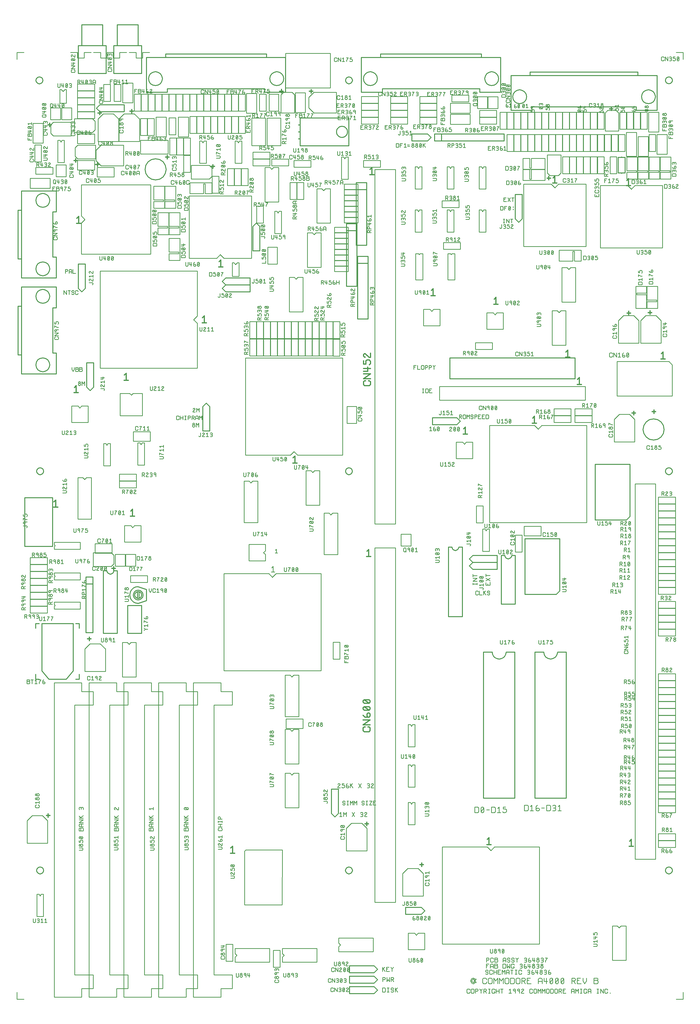
<source format=gbr>
G04 FAB 3000 Version 8.1.7 - Gerber/CAM Software*
G04 RS274-X Output*
%FSLAX24Y24*%
%MIA0B0*%
%MOIN*%
%SFA1.000000B1.000000*%

%IPPOS*%
%ADD11C,0.010002*%
%ADD241C,0.015004*%
%ADD519C,0.012003*%
%LNA4000D_RevB_top_silkscreen_0*%
%LPD*%
G54D519*
X95049Y95305D02*
G01Y87805D01*
G54D11*
X73919Y86880D02*
G01Y89330D01*
X58365Y137681D02*
G01Y86730D01*
X61316D02*
G01Y137681D01*
X72968Y89330D02*
G01Y86880D01*
X95774Y92480D02*
G01Y38530D01*
G54D519*
X90048Y87305D02*
G01Y95305D01*
G54D11*
X101576Y88630D02*
G01Y89580D01*
X74869Y86930D02*
G01Y100881D01*
X98725Y38530D02*
G01Y92480D01*
X88822Y100881D02*
G01Y86930D01*
X99124Y89580D02*
G01Y88630D01*
X79770Y135581D02*
G01X83736D01*
G54D519*
X80945Y146206D02*
G01X77945D01*
X79893Y148854D02*
G01X80110Y148529D01*
Y147762D02*
G01X79893Y147438D01*
G54D11*
X82821Y136130D02*
G01X79670D01*
Y137681D02*
G01X80620D01*
X80320Y145930D02*
G01X79370D01*
Y143481D02*
G01X80320D01*
X79670Y139281D02*
G01X80620D01*
X80320Y142730D02*
G01X79370D01*
X82821Y137730D02*
G01X79670D01*
G54D519*
X77945Y151206D02*
G01X98950D01*
G54D11*
X79370Y140281D02*
G01X80320D01*
X90773Y135380D02*
G01X94739D01*
X90373Y143481D02*
G01X91323D01*
Y145930D02*
G01X90373D01*
G54D519*
X95949Y146706D02*
G01X80945D01*
G54D11*
X91323Y139530D02*
G01X90373D01*
Y137081D02*
G01X91323D01*
G54D519*
X96199Y151706D02*
G01X80696D01*
G54D11*
X91323Y142730D02*
G01X90373D01*
Y140281D02*
G01X91323D01*
X84756Y135581D02*
G01X88722D01*
X85372Y145930D02*
G01Y143481D01*
X86322Y145930D02*
G01X85372D01*
X86322Y142730D02*
G01X85372D01*
Y139530D02*
G01Y137081D01*
Y143481D02*
G01X86322D01*
X85372Y140281D02*
G01X86322D01*
Y139530D02*
G01X85372D01*
Y137081D02*
G01X86322D01*
X85372Y142730D02*
G01Y140281D01*
X82021Y40280D02*
G01Y26330D01*
X68068D02*
G01Y40280D01*
G54D519*
X10228Y93806D02*
G01X10038Y93844D01*
X10420D02*
G01X10228Y93806D01*
X9901Y122699D02*
G01X9684Y123024D01*
X7548Y122076D02*
G01Y134576D01*
X11316Y122699D02*
G01X10992Y122482D01*
X11533Y123023D02*
G01X11316Y122699D01*
X12549Y125075D02*
G01Y122076D01*
X10226Y122482D02*
G01X9901Y122699D01*
G54D11*
X60616Y147181D02*
G01Y146230D01*
X56415Y147181D02*
G01Y146230D01*
X64817Y147181D02*
G01Y146230D01*
X63066D02*
G01Y147181D01*
X58865Y146230D02*
G01Y147181D01*
X65648Y105604D02*
G01Y106155D01*
X88622Y104530D02*
G01Y106481D01*
X65291Y105604D02*
G01Y106155D01*
X93173Y105131D02*
G01Y110080D01*
X66198Y105604D02*
G01Y106155D01*
X66033Y106073D02*
G01Y105687D01*
X101126Y109596D02*
G01Y105131D01*
X67667Y106481D02*
G01Y104530D01*
X88822Y86930D02*
G01X74869D01*
X73125Y146464D02*
G01X74563D01*
X73144Y143090D02*
G01X73308D01*
D02*
G01X73391Y143174D01*
X74563Y148146D02*
G01X73125D01*
G54D519*
X66942Y142806D02*
G01X76945D01*
Y141806D02*
G01X66942D01*
G54D11*
X73391Y143256D02*
G01X73308Y143338D01*
D02*
G01X73144D01*
X35710Y142881D02*
G01Y145330D01*
X37760D02*
G01Y142881D01*
X35760Y145330D02*
G01Y142881D01*
X36710D02*
G01Y145330D01*
X37710Y142881D02*
G01Y145330D01*
X36760D02*
G01Y142881D01*
X41996Y121361D02*
G01X41886D01*
D02*
G01X41804Y121444D01*
X41584D02*
G01X41446Y121361D01*
X42079Y121444D02*
G01X41996Y121361D01*
X43231Y121560D02*
G01Y121313D01*
X41446Y121361D02*
G01X41281D01*
X40786D02*
G01X40704Y121444D01*
X40896Y121361D02*
G01X40786D01*
X41281D02*
G01X41199Y121444D01*
X43781Y121341D02*
G01X43700Y121259D01*
X43781Y121506D02*
G01Y121341D01*
X43425Y121313D02*
G01Y121560D01*
X40979Y121444D02*
G01X40896Y121361D01*
X42491Y121911D02*
G01Y121361D01*
X42326D02*
G01X42656D01*
G54D519*
X40436Y122106D02*
G01Y121106D01*
G54D11*
X11029Y143740D02*
G01Y144070D01*
X11754Y142890D02*
G01Y144121D01*
X10660Y141481D02*
G01Y144330D01*
X9198D02*
G01Y141481D01*
G54D241*
X11574Y143864D02*
G01Y144364D01*
G54D11*
X88322Y140281D02*
G01Y142730D01*
X86322Y140281D02*
G01Y142730D01*
X87372D02*
G01Y140281D01*
X90373Y142730D02*
G01Y140281D01*
X90323D02*
G01Y142730D01*
X87322Y140281D02*
G01Y142730D01*
X89372D02*
G01Y140281D01*
X89322D02*
G01Y142730D01*
X88372D02*
G01Y140281D01*
X86372Y142730D02*
G01Y140281D01*
X94554Y52578D02*
G01X94472Y52495D01*
X94224Y52220D02*
G01Y52770D01*
X94472Y52495D02*
G01X94224D01*
X94389D02*
G01X94554Y52220D01*
X94994D02*
G01Y52770D01*
X99124Y53180D02*
G01Y52230D01*
X101576D02*
G01Y53180D01*
X95682Y52495D02*
G01Y52303D01*
X94774Y52770D02*
G01Y52440D01*
X95599Y52578D02*
G01X95682Y52495D01*
X50413Y94380D02*
G01Y89430D01*
X29431Y138162D02*
G01Y138410D01*
D02*
G01X29513Y138493D01*
X30858Y139730D02*
G01Y137281D01*
X29706Y138493D02*
G01X29788Y138356D01*
X31809Y137281D02*
G01Y139730D01*
X82371Y143481D02*
G01X83321D01*
Y145930D02*
G01X82371D01*
X80870Y139281D02*
G01X82821D01*
Y137681D02*
G01Y136130D01*
Y139281D02*
G01Y137730D01*
X80870Y137681D02*
G01X82821D01*
X82371Y140281D02*
G01X83321D01*
Y142730D02*
G01X82371D01*
X101576Y72630D02*
G01Y73580D01*
X99124D02*
G01Y72630D01*
Y80580D02*
G01Y79630D01*
X101576D02*
G01Y80580D01*
G54D519*
X17431Y105906D02*
G01X16930Y106406D01*
X17930D02*
G01X17431Y105906D01*
G54D241*
X15142Y106370D02*
G01X15392Y106621D01*
D02*
G01Y105620D01*
G54D11*
X64116Y57900D02*
G01Y54704D01*
X63168D02*
G01X63166Y57902D01*
X99124Y57180D02*
G01Y56230D01*
X101576D02*
G01Y57180D01*
X97680Y139581D02*
G01Y142430D01*
X98919Y142730D02*
G01Y139881D01*
X100381D02*
G01Y142730D01*
X98919Y139881D02*
G01X100381D01*
X94524Y143030D02*
G01Y139581D01*
X95974D02*
G01Y143030D01*
X96218Y142430D02*
G01Y139581D01*
X39175Y142402D02*
G01X39258Y142321D01*
D02*
G01Y142128D01*
D02*
G01X39121Y142046D01*
X39161Y135380D02*
G01X40111D01*
Y137830D02*
G01X39161D01*
X38760Y142881D02*
G01X39711D01*
X38760Y146081D02*
G01X39711D01*
X39211Y138605D02*
G01X38262D01*
X38876Y141800D02*
G01X39211D01*
D02*
G01Y138605D01*
X39711Y145330D02*
G01X38760D01*
X39711Y148530D02*
G01X38760D01*
X69953Y148765D02*
G01X70118Y148490D01*
Y148849D02*
G01X70036Y148765D01*
X70118Y148958D02*
G01Y148849D01*
X70036Y149040D02*
G01X70118Y148958D01*
X72068Y147236D02*
G01X69218D01*
X71868Y148381D02*
G01X69418D01*
X69218Y145774D02*
G01X72068D01*
Y145636D02*
G01X69218D01*
X69418Y147430D02*
G01X71868D01*
X69218Y144174D02*
G01X72068D01*
X24718Y86492D02*
G01Y84124D01*
X23782Y86492D02*
G01X24718D01*
X23530Y86183D02*
G01X23782Y86492D01*
X23282D02*
G01X23530Y86183D01*
X22350Y86492D02*
G01X23282D01*
X22346Y84119D02*
G01X22350Y86492D01*
X12254Y18680D02*
G01Y63880D01*
X13055Y147230D02*
G01Y149181D01*
X83608Y45626D02*
G01X83488Y45506D01*
X83608Y46186D02*
G01Y45626D01*
G54D519*
X85896Y47305D02*
G01X81396D01*
G54D11*
X83488Y46306D02*
G01X83608Y46186D01*
X88722Y126630D02*
G01X79770D01*
G54D519*
X69143Y110605D02*
G01X87147D01*
G54D11*
X85821Y112431D02*
G01X83871D01*
X84871Y126081D02*
G01X88022D01*
X85271Y123581D02*
G01X85986D01*
X86822Y124530D02*
G01X84871D01*
X85106Y117381D02*
G01X85821D01*
G54D519*
X87147Y107606D02*
G01X69143D01*
G54D11*
X87222Y118631D02*
G01X85271D01*
X88622Y106481D02*
G01X67667D01*
X100360Y45080D02*
G01X100223Y44943D01*
X99893Y45080D02*
G01X99975Y44998D01*
X99645Y45080D02*
G01X99893D01*
X99645Y44530D02*
G01Y45080D01*
X100774D02*
G01X101049D01*
D02*
G01X100884Y44805D01*
G54D519*
X54289Y120906D02*
G01Y129906D01*
G54D11*
X22256Y18680D02*
G01Y63880D01*
X20206Y60680D02*
G01Y21880D01*
X25207Y60680D02*
G01Y21880D01*
G54D519*
X24452Y76875D02*
G01Y76135D01*
X24832Y76505D02*
G01X24794Y76314D01*
Y76696D02*
G01X24832Y76505D01*
X23147Y76693D02*
G01X23132Y76505D01*
X21331Y80005D02*
G01Y71005D01*
X24212Y76875D02*
G01Y76135D01*
Y76875D02*
G01Y76135D01*
X23632Y76505D02*
G01X23686Y76773D01*
Y76237D02*
G01X23632Y76505D01*
X23132D02*
G01X23147Y76317D01*
X23832Y76505D02*
G01X23870Y76696D01*
X25532Y75705D02*
G01Y77305D01*
X23870Y76314D02*
G01X23832Y76505D01*
X25032D02*
G01X24979Y76237D01*
Y76773D02*
G01X25032Y76505D01*
G54D11*
X99124Y49180D02*
G01Y48230D01*
X101576D02*
G01Y49180D01*
X93643Y48410D02*
G01Y48960D01*
X93809Y48685D02*
G01X93974Y48410D01*
X94414D02*
G01Y48960D01*
X94909D02*
G01Y48410D01*
X25657Y145030D02*
G01Y142581D01*
X25607D02*
G01Y145030D01*
X24657D02*
G01Y142581D01*
X24507Y144946D02*
G01Y141730D01*
X61722Y140876D02*
G01X61419D01*
X60616Y145230D02*
G01X63066D01*
Y146181D02*
G01X60616D01*
X61419Y141426D02*
G01X61722D01*
X61419Y140876D02*
G01Y141426D01*
X63066Y145181D02*
G01X60616D01*
Y146230D02*
G01X63066D01*
X60616Y144230D02*
G01X63066D01*
X94736Y73310D02*
G01X94571Y73035D01*
X94461Y73310D02*
G01X94736D01*
X94131D02*
G01X94213Y73228D01*
X95011Y73310D02*
G01X95286D01*
D02*
G01X95122Y73035D01*
X93884Y72760D02*
G01Y73310D01*
D02*
G01X94131D01*
X76369Y143481D02*
G01X77319D01*
G54D519*
X76444Y153806D02*
G01Y148806D01*
D02*
G01X73444D01*
G54D11*
X76460Y140718D02*
G01X76378Y140634D01*
X76624Y140718D02*
G01X76460D01*
X76514Y141021D02*
G01X76378Y140882D01*
X76460Y140470D02*
G01X76624D01*
X77319Y145930D02*
G01X76369D01*
X76378Y140553D02*
G01X76460Y140470D01*
X76721Y131841D02*
G01X76417D01*
D02*
G01Y132392D01*
D02*
G01X76721D01*
G54D519*
X20793Y79814D02*
G01X20831Y80005D01*
X20684Y79652D02*
G01X20793Y79814D01*
G54D11*
X99025Y120881D02*
G01Y117731D01*
X97424Y119680D02*
G01Y117731D01*
X97474D02*
G01Y118681D01*
X95874Y117731D02*
G01Y120881D01*
G54D519*
X19331Y71005D02*
G01Y80005D01*
X14980Y65575D02*
G01Y72405D01*
X17831Y79105D02*
G01Y71105D01*
X16830D02*
G01Y79105D01*
G54D11*
X100416Y65790D02*
G01X100498Y65873D01*
D02*
G01Y65928D01*
X99975D02*
G01Y65818D01*
X99893Y66010D02*
G01X99975Y65928D01*
X100498D02*
G01X100416Y66010D01*
X100305D02*
G01X100223Y65928D01*
X100774Y65873D02*
G01Y65928D01*
D02*
G01X100856Y66010D01*
X100223Y65928D02*
G01Y65873D01*
X100966Y66010D02*
G01X101049Y65928D01*
X100223Y65873D02*
G01X100305Y65790D01*
X101049Y65928D02*
G01Y65873D01*
X99645Y65460D02*
G01Y66010D01*
X101049Y65873D02*
G01X100745Y65570D01*
X14063Y136138D02*
G01Y135754D01*
X18879Y136106D02*
G01Y135914D01*
X13788Y135754D02*
G01X14063Y136138D01*
X18274Y136298D02*
G01Y135914D01*
X13788Y135754D02*
G01Y136138D01*
X13458Y135946D02*
G01X13540Y135864D01*
Y136029D02*
G01X13458Y135946D01*
X17999Y135914D02*
G01X18274Y136298D01*
X17999Y135914D02*
G01Y136298D01*
X17641Y135830D02*
G01Y136381D01*
X17228Y135914D02*
G01Y135996D01*
X16843Y136298D02*
G01Y135914D01*
X70057Y96119D02*
G01X70062Y98492D01*
X72430D02*
G01Y96124D01*
X71241Y98183D02*
G01X71493Y98492D01*
X70993D02*
G01X71241Y98183D01*
X46766Y131966D02*
G01X46847Y132049D01*
X15655Y87430D02*
G01Y93380D01*
X17605D02*
G01Y87430D01*
X40811Y139181D02*
G01Y138230D01*
X43261D02*
G01Y139181D01*
X43511D02*
G01Y138230D01*
G54D519*
X97710Y149146D02*
G01X98093Y149069D01*
X97326D02*
G01X97710Y149146D01*
X98950Y151206D02*
G01Y146206D01*
G54D11*
X24259Y95204D02*
G01X24257Y98402D01*
X25207Y98400D02*
G01Y95204D01*
X20306Y98300D02*
G01Y95104D01*
X27398Y96663D02*
G01Y96938D01*
D02*
G01X27673Y96773D01*
X57675Y118771D02*
G01Y119019D01*
X57950D02*
G01Y118771D01*
G54D241*
X75761Y119315D02*
G01Y118314D01*
G54D519*
X57390Y125206D02*
G01Y116206D01*
X55889D02*
G01Y125206D01*
G54D11*
X85271Y118631D02*
G01Y123581D01*
X14005Y149181D02*
G01Y147230D01*
X15605Y148981D02*
G01Y148030D01*
X18732Y147693D02*
G01X19232Y148042D01*
D02*
G01X18732D01*
X15605Y148030D02*
G01X18056D01*
D02*
G01Y148981D01*
X19356Y149930D02*
G01Y147481D01*
X67635Y148800D02*
G01X67910D01*
D02*
G01X67745Y148525D01*
X67847Y145004D02*
G01X67902Y145058D01*
X67847Y144674D02*
G01Y145004D01*
X68397Y144674D02*
G01X67847D01*
Y145498D02*
G01X67930Y145581D01*
X67847Y145361D02*
G01Y145498D01*
X67930Y145278D02*
G01X67847Y145361D01*
Y144150D02*
G01Y144481D01*
X68397Y144150D02*
G01X67847D01*
Y145965D02*
G01X67985Y145828D01*
X67847Y146514D02*
G01X67985Y146378D01*
X96124Y136330D02*
G01X94574D01*
Y137281D02*
G01X95974D01*
X95639Y135646D02*
G01X95337D01*
X94574Y139481D02*
G01X96124D01*
X95337Y136196D02*
G01X95639D01*
X94524Y139581D02*
G01X95974D01*
X95249Y134870D02*
G01X95759Y135380D01*
X95974Y137530D02*
G01X94574D01*
X67667Y104530D02*
G01X88622D01*
X83989Y102390D02*
G01X83824Y102114D01*
X83714Y102390D02*
G01X83989D01*
X82356Y100881D02*
G01X88822D01*
X99725Y126431D02*
G01X90773D01*
X92523Y23980D02*
G01Y28930D01*
D02*
G01X93238D01*
D02*
G01X93498Y28670D01*
D02*
G01X93758Y28930D01*
X94474D02*
G01Y23980D01*
X93758Y28930D02*
G01X94474D01*
X64417Y140876D02*
G01X64307D01*
X64166Y131903D02*
G01X64499Y131907D01*
X63919Y143570D02*
G01X64305D01*
X64166Y138102D02*
G01X64499Y138106D01*
X65117Y134905D02*
G01X64168D01*
X64307Y140876D02*
G01X64198Y140986D01*
X64417Y141426D02*
G01X64307D01*
D02*
G01X64224Y141342D01*
X64198Y141096D02*
G01X64307Y141206D01*
X64224Y141289D02*
G01X64307Y141206D01*
D02*
G01X64417D01*
G54D519*
X63691Y141806D02*
G01X65942D01*
Y142806D02*
G01X63691D01*
X72444Y80205D02*
G01X71943Y80705D01*
D02*
G01X72444Y81205D01*
X71943Y81705D02*
G01X72444Y82205D01*
Y81205D02*
G01X71943Y81705D01*
G54D11*
X31565Y142381D02*
G01Y145230D01*
X31759Y145330D02*
G01Y142881D01*
X29708Y142681D02*
G01Y145130D01*
X30103Y145230D02*
G01Y142381D01*
X30759Y148530D02*
G01Y146081D01*
X29758D02*
G01X30709D01*
Y148530D02*
G01X29758D01*
X29708Y146081D02*
G01Y148530D01*
X30759Y146081D02*
G01X31709D01*
D02*
G01Y148530D01*
X30709Y146081D02*
G01Y148530D01*
X29758D02*
G01Y146081D01*
X31709Y148530D02*
G01X30759D01*
X31759D02*
G01Y146081D01*
X31565Y145230D02*
G01X30103D01*
X69331Y133881D02*
G01X69412Y133798D01*
D02*
G01Y133689D01*
D02*
G01X69331Y133606D01*
D02*
G01X69412Y133524D01*
D02*
G01Y133414D01*
D02*
G01X69331Y133330D01*
X68017Y132230D02*
G01X70468D01*
X69384Y138101D02*
G01X69718D01*
Y134905D02*
G01X68770D01*
X69239Y137822D02*
G01X69384Y138101D01*
Y131901D02*
G01X69718D01*
X69239Y131624D02*
G01X69384Y131901D01*
X70468Y133180D02*
G01X68017D01*
G54D519*
X10420Y94767D02*
G01X10582Y94658D01*
X10038Y93844D02*
G01X9876Y93952D01*
D02*
G01X9767Y94114D01*
D02*
G01X9729Y94305D01*
D02*
G01X9767Y94496D01*
D02*
G01X9876Y94658D01*
X10228Y94805D02*
G01X10420Y94767D01*
X10582Y93952D02*
G01X10420Y93844D01*
X10691Y94114D02*
G01X10582Y93952D01*
X10729Y94305D02*
G01X10691Y94114D01*
Y94496D02*
G01X10729Y94305D01*
X10582Y94658D02*
G01X10691Y94496D01*
X9876Y94658D02*
G01X10038Y94766D01*
D02*
G01X10228Y94805D01*
X12549Y108276D02*
G01X7548D01*
X12549Y111276D02*
G01Y108276D01*
X7548D02*
G01Y120776D01*
G54D11*
X99124Y77580D02*
G01Y76630D01*
D02*
G01X101576D01*
D02*
G01Y77580D01*
X99124Y77630D02*
G01X101576D01*
X99124Y79580D02*
G01Y78630D01*
X101576Y79580D02*
G01X99124D01*
Y79630D02*
G01X101576D01*
Y78580D02*
G01X99124D01*
X101576Y77630D02*
G01Y78580D01*
X99124D02*
G01Y77630D01*
X101576Y77580D02*
G01X99124D01*
Y78630D02*
G01X101576D01*
D02*
G01Y79580D01*
G54D519*
X22331Y147006D02*
G01Y146006D01*
G54D11*
X60029Y22382D02*
G01Y22982D01*
X59549Y22772D02*
G01X59819Y22382D01*
X59459Y22682D02*
G01X59759Y22982D01*
G54D519*
X58240Y23205D02*
G01X58740Y22705D01*
G54D11*
X59459Y22382D02*
G01Y22982D01*
X60660D02*
G01X60839Y22772D01*
D02*
G01X61020Y22982D01*
X60839Y22772D02*
G01Y22382D01*
X71713Y143449D02*
G01X71631Y143365D01*
X71713Y143558D02*
G01Y143449D01*
X71631Y143640D02*
G01X71713Y143558D01*
X71548Y143365D02*
G01X71713Y143090D01*
X71658Y148793D02*
G01X71548D01*
X71741Y148958D02*
G01Y148490D01*
X71548Y149040D02*
G01X71658D01*
D02*
G01X71741Y148958D01*
Y148874D02*
G01X71658Y148793D01*
X72023Y19780D02*
G01X71933Y19870D01*
D02*
G01X71693D01*
Y19270D02*
G01X71933D01*
D02*
G01X72023Y19360D01*
X78955Y19600D02*
G01X78865Y19690D01*
D02*
G01Y19780D01*
D02*
G01X78955Y19870D01*
X81711Y22863D02*
G01X81621D01*
X82191Y22983D02*
G01Y23103D01*
X82311Y22863D02*
G01X82191Y22983D01*
X80990D02*
G01Y23103D01*
X81111Y22863D02*
G01X80990Y22983D01*
X81231Y22863D02*
G01X81111D01*
X81351Y22983D02*
G01X81231Y22863D01*
X81351Y23103D02*
G01Y22983D01*
X81951Y22953D02*
G01X81860Y22863D01*
X82431D02*
G01X82311D01*
X82551Y22983D02*
G01X82431Y22863D01*
X82551Y23103D02*
G01Y22983D01*
X81860Y22863D02*
G01X81711D01*
X81951Y23073D02*
G01Y22953D01*
X82191Y23103D02*
G01X82311Y23223D01*
X80990Y23103D02*
G01X81111Y23223D01*
X81231D02*
G01X81351Y23103D01*
X81951Y23253D02*
G01X81860Y23163D01*
D02*
G01X81951Y23073D01*
X82431Y23223D02*
G01X82551Y23103D01*
X81860Y23163D02*
G01X81680D01*
X81014Y23963D02*
G01X81373D01*
X81253Y23723D02*
G01Y24323D01*
X75294Y19270D02*
G01X75534D01*
X75204Y19360D02*
G01X75294Y19270D01*
Y19870D02*
G01X75204Y19780D01*
X75534Y19870D02*
G01X75294D01*
X82406D02*
G01X82616Y19570D01*
X77870Y84040D02*
G01Y83820D01*
X74819Y86002D02*
G01Y82806D01*
X78570Y85130D02*
G01Y82680D01*
X79520D02*
G01Y85130D01*
G54D519*
X84946Y84605D02*
G01Y77105D01*
G54D11*
X78420Y83820D02*
G01Y84040D01*
X73871Y82806D02*
G01X73869Y86004D01*
X65640Y46413D02*
G01X65557Y46495D01*
D02*
G01Y46605D01*
X65640Y45863D02*
G01X65557Y45945D01*
X65695Y45313D02*
G01X65557Y45450D01*
Y46083D02*
G01X65640Y46165D01*
X65557Y45945D02*
G01Y46083D01*
Y46605D02*
G01X65640Y46688D01*
X66025Y45065D02*
G01X65557D01*
Y44735D02*
G01X66025D01*
X65557Y45450D02*
G01X66107D01*
X67535Y81525D02*
G01X67067D01*
X67535Y82323D02*
G01X67150Y82598D01*
Y82323D02*
G01X67067Y82405D01*
X67150Y82873D02*
G01X67067Y82955D01*
X67205Y81773D02*
G01X67067Y81910D01*
D02*
G01X67617D01*
X67067Y83093D02*
G01X67150Y83175D01*
X67067Y82515D02*
G01X67150Y82598D01*
X67535Y82323D02*
G01X67150D01*
Y82598D02*
G01X67535D01*
X67150Y83175D02*
G01X67260D01*
X67067Y81195D02*
G01X67535D01*
X86606Y19510D02*
G01X87027D01*
X86727Y19870D02*
G01X86906D01*
X86606Y19750D02*
G01X86727Y19870D01*
X69713Y127341D02*
G01X70043D01*
X69878Y127891D02*
G01Y127341D01*
X69741Y127753D02*
G01X69878Y127891D01*
X70668Y127180D02*
G01X68217D01*
Y126230D02*
G01X70668D01*
X77855Y21435D02*
G01X78295D01*
X78057Y22579D02*
G01Y21979D01*
X78295Y20635D02*
G01X77855D01*
X77877Y22579D02*
G01X78237D01*
X63168Y48904D02*
G01X63166Y52102D01*
X64116Y48904D02*
G01X63168D01*
X63166Y52102D02*
G01X63499Y52106D01*
X64116Y46700D02*
G01Y43504D01*
X63499Y52106D02*
G01X63638Y51823D01*
D02*
G01X63782Y52100D01*
Y46700D02*
G01X64116D01*
X63782Y52100D02*
G01X64116D01*
D02*
G01Y48904D01*
Y43504D02*
G01X63168D01*
D02*
G01X63166Y46702D01*
D02*
G01X63499Y46706D01*
D02*
G01X63638Y46423D01*
D02*
G01X63782Y46700D01*
X57205Y45105D02*
G01X56875Y44775D01*
X57115Y45255D02*
G01X57205Y45165D01*
X56995Y45255D02*
G01X57115D01*
G54D241*
X56931Y43623D02*
G01X57431D01*
G54D11*
X57093Y46878D02*
G01X57313D01*
X56480Y43680D02*
G01X57215Y42945D01*
X56875Y44655D02*
G01X57235D01*
X57093Y46328D02*
G01X57313D01*
G54D519*
X58240Y21705D02*
G01X58740Y21205D01*
G54D11*
X80997Y22249D02*
G01X80907Y22159D01*
X81177Y22249D02*
G01X80997D01*
X81057Y22579D02*
G01X80907Y22429D01*
Y22069D02*
G01X80997Y21979D01*
D02*
G01X81177D01*
X76646D02*
G01Y22579D01*
X76046Y21979D02*
G01X76467D01*
X77247Y22459D02*
G01X77367Y22579D01*
X77247Y21979D02*
G01Y22459D01*
X76646Y22579D02*
G01X76857Y22279D01*
D02*
G01X77067Y22579D01*
X77367D02*
G01X77547D01*
X77067D02*
G01Y21979D01*
X76046Y22339D02*
G01X76256D01*
X77547Y22579D02*
G01X77667Y22459D01*
D02*
G01Y21979D01*
X77247Y22219D02*
G01X77667D01*
X76046Y21979D02*
G01Y22579D01*
D02*
G01X76406D01*
X69682Y100174D02*
G01X69957Y100559D01*
G54D519*
X70143Y101005D02*
G01X66642D01*
Y102006D02*
G01X70143D01*
G54D11*
X69957Y100174D02*
G01X69875Y100092D01*
Y100642D02*
G01X69957Y100559D01*
D02*
G01Y100174D01*
X82438Y22099D02*
G01X82318Y21979D01*
X82438Y22219D02*
G01Y22099D01*
X82318Y21979D02*
G01X82198D01*
X83038Y22189D02*
G01Y22069D01*
X83668D02*
G01Y22159D01*
X83578Y21979D02*
G01X83668Y22069D01*
X83398Y21979D02*
G01X83578D01*
X81477Y22219D02*
G01X81838D01*
X81267Y22069D02*
G01Y22159D01*
X81177Y21979D02*
G01X81267Y22069D01*
X82198Y21979D02*
G01X82077Y22099D01*
D02*
G01Y22219D01*
X82798Y21979D02*
G01X82708D01*
X82948D02*
G01X82798D01*
X83038Y22069D02*
G01X82948Y21979D01*
X83308Y22069D02*
G01X83398Y21979D01*
X83308Y22429D02*
G01Y22069D01*
X82948Y22279D02*
G01X82768D01*
X83038Y22369D02*
G01X82948Y22279D01*
D02*
G01X83038Y22189D01*
X83398Y22249D02*
G01X83308Y22159D01*
X83578Y22249D02*
G01X83398D01*
X83668Y22159D02*
G01X83578Y22249D01*
X81718Y21979D02*
G01Y22579D01*
X81477D02*
G01Y22219D01*
X81267Y22159D02*
G01X81177Y22249D01*
X82077Y22219D02*
G01X82198Y22339D01*
X82318D02*
G01X82438Y22219D01*
X82408Y22489D02*
G01X82318Y22579D01*
X83038Y22489D02*
G01Y22369D01*
X82948Y22579D02*
G01X83038Y22489D01*
X82318Y22579D02*
G01X82198D01*
X82108Y22429D02*
G01X82198Y22339D01*
X82108Y22489D02*
G01Y22429D01*
X82798Y22579D02*
G01X82948D01*
X82708Y22489D02*
G01X82798Y22579D01*
X82198D02*
G01X82108Y22489D01*
X82408Y22429D02*
G01Y22489D01*
X82318Y22339D02*
G01X82408Y22429D01*
X82198Y22339D02*
G01X82318D01*
X83458Y22579D02*
G01X83308Y22429D01*
X73974Y20635D02*
G01X74294D01*
D02*
G01X74414Y20755D01*
D02*
G01Y20875D01*
X72173D02*
G01X72293Y20715D01*
D02*
G01X72453Y20635D01*
D02*
G01X72613D01*
D02*
G01Y20995D01*
X72133Y21035D02*
G01X72173Y20875D01*
X73854Y20755D02*
G01X73974Y20635D01*
X72613Y20995D02*
G01X72774D01*
D02*
G01X72934Y20795D01*
D02*
G01X72613D01*
D02*
G01X72453Y20815D01*
D02*
G01X72373Y20855D01*
D02*
G01X72313Y20955D01*
D02*
G01X72293Y21035D01*
X72774Y21075D02*
G01X72613D01*
X72313Y21115D02*
G01X72373Y21215D01*
X72613Y21075D02*
G01Y21435D01*
X60090Y21530D02*
G01Y20930D01*
X72934Y21275D02*
G01X72774Y21075D01*
G54D519*
X58740Y21205D02*
G01X58240Y20705D01*
G54D11*
X59490Y20930D02*
G01Y21530D01*
X60690Y20930D02*
G01Y21530D01*
X60870Y21230D02*
G01X61050Y20930D01*
X60449D02*
G01Y21530D01*
X60270Y21230D02*
G01X60449Y20930D01*
X60090D02*
G01X60270Y21230D01*
X73854Y21315D02*
G01Y20755D01*
X72293Y21035D02*
G01X72313Y21115D01*
X72173Y21195D02*
G01X72133Y21035D01*
X82696Y20955D02*
G01X83176D01*
X82696Y21435D02*
G01Y20955D01*
X17265Y121408D02*
G01X17733D01*
G54D519*
X16730Y124105D02*
G01Y120605D01*
X15730D02*
G01Y124105D01*
G54D11*
X17733Y121408D02*
G01X17815Y121325D01*
X18856Y109130D02*
G01Y123081D01*
X87057Y21035D02*
G01X86697D01*
Y21435D02*
G01X87057D01*
X86697Y20635D02*
G01Y21435D01*
G54D519*
X87147Y110605D02*
G01Y107606D01*
G54D241*
X87502Y107524D02*
G01X87752Y107775D01*
D02*
G01Y106775D01*
X87452D02*
G01X88052D01*
G54D11*
X85821Y117381D02*
G01Y112431D01*
G54D241*
X85825Y111464D02*
G01X86075Y111713D01*
D02*
G01Y110713D01*
X85774D02*
G01X86375D01*
G54D11*
X11167Y144621D02*
G01X11249Y144538D01*
X11057Y144621D02*
G01X11167D01*
X31166Y41018D02*
G01Y41265D01*
X30973D02*
G01Y41018D01*
X31166Y41265D02*
G01X31248Y41348D01*
X31442D02*
G01X31524Y41210D01*
X30208Y60680D02*
G01Y21880D01*
X26530Y41298D02*
G01X26612Y41160D01*
X32259Y18680D02*
G01Y63880D01*
X27258Y18680D02*
G01Y63880D01*
X75176Y22579D02*
G01X74936D01*
Y21979D02*
G01X75176D01*
X75266Y22069D02*
G01Y22159D01*
X75866Y21979D02*
G01Y22579D01*
X75446Y22279D02*
G01X75866D01*
X75266Y22489D02*
G01X75176Y22579D01*
X75266Y22399D02*
G01Y22489D01*
X75446Y21979D02*
G01Y22579D01*
X75176Y21979D02*
G01X75266Y22069D01*
X56020Y48801D02*
G01X56380Y49401D01*
X56020D02*
G01X56380Y48801D01*
X56635Y45165D02*
G01Y45045D01*
X56545Y45255D02*
G01X56635Y45165D01*
X56905D02*
G01X56995Y45255D01*
X56905Y45105D02*
G01Y45165D01*
X56394Y44655D02*
G01X56304D01*
X56635Y44865D02*
G01Y44745D01*
X56394Y45255D02*
G01X56545D01*
X56304Y45165D02*
G01X56394Y45255D01*
X56635Y45045D02*
G01X56545Y44955D01*
D02*
G01X56365D01*
X56545D02*
G01X56635Y44865D01*
X56875Y44775D02*
G01Y44655D01*
X56635Y44745D02*
G01X56545Y44655D01*
D02*
G01X56394D01*
X56818Y46520D02*
G01Y46410D01*
X56735Y46603D02*
G01X56818Y46520D01*
X55744Y46878D02*
G01Y46328D01*
X56818Y46410D02*
G01X56735Y46328D01*
D02*
G01X56570D01*
D02*
G01X56488Y46410D01*
X56818Y46713D02*
G01Y46795D01*
D02*
G01X56735Y46878D01*
D02*
G01X56570D01*
X56488Y46795D02*
G01Y46685D01*
X56570Y46878D02*
G01X56488Y46795D01*
Y46685D02*
G01X56570Y46603D01*
D02*
G01X56735D01*
G54D519*
X10583Y37259D02*
G01X10691Y37096D01*
X10420Y37367D02*
G01X10583Y37259D01*
X9875D02*
G01X10038Y37367D01*
X9767Y37096D02*
G01X9875Y37259D01*
G54D11*
X72819Y111831D02*
G01X75269D01*
Y112781D02*
G01X72819D01*
X15205Y60680D02*
G01Y21880D01*
X17255Y18680D02*
G01Y63880D01*
X54264Y42945D02*
G01X55000Y43680D01*
X54264Y39730D02*
G01Y42945D01*
G54D519*
X75656Y67496D02*
G01X75790Y67414D01*
X75537Y67598D02*
G01X75656Y67496D01*
G54D11*
X26207Y18680D02*
G01X22256D01*
X15707Y106845D02*
G01X15817Y106954D01*
X15927Y107174D02*
G01X15817D01*
Y106624D02*
G01X15707Y106734D01*
X15927Y106624D02*
G01X15817D01*
Y106954D02*
G01X15927D01*
X15817Y107174D02*
G01X15734Y107092D01*
Y107038D02*
G01X15817Y106954D01*
G54D519*
X16230Y120106D02*
G01X15730Y120605D01*
G54D11*
X83536Y20755D02*
G01X83936Y21315D01*
X83656Y20635D02*
G01X83536Y20755D01*
X83816Y20635D02*
G01X83656D01*
X83936Y20755D02*
G01X83816Y20635D01*
X83936Y21315D02*
G01Y20755D01*
X83816Y21435D02*
G01X83936Y21315D01*
X83656Y21435D02*
G01X83816D01*
X83536Y21315D02*
G01X83656Y21435D01*
X83536Y20755D02*
G01Y21315D01*
X83016Y20635D02*
G01Y21435D01*
X63076Y143221D02*
G01X62829D01*
X63066Y145230D02*
G01Y146181D01*
X63046Y141036D02*
G01X63346D01*
X63159Y142753D02*
G01X63021Y142670D01*
X62829Y143028D02*
G01X63076D01*
D02*
G01X63159Y142946D01*
X63037Y141229D02*
G01X63337D01*
X63066Y144230D02*
G01Y145181D01*
G54D519*
X70643Y101506D02*
G01X70143Y101005D01*
G54D11*
X81585Y102611D02*
G01Y103161D01*
X83566Y102830D02*
G01Y102721D01*
X82796Y102859D02*
G01X82714Y102776D01*
X82301Y103161D02*
G01Y102611D01*
X83456Y102941D02*
G01X83566Y102830D01*
X83044Y102776D02*
G01X82961Y102859D01*
X83044Y102694D02*
G01Y102776D01*
X81751Y102886D02*
G01X81916Y102611D01*
X83236Y102721D02*
G01Y102830D01*
D02*
G01X83346Y102941D01*
X82714Y103024D02*
G01Y102694D01*
X65380Y141233D02*
G01X65628Y140876D01*
X65298Y141150D02*
G01X65573Y141426D01*
X44812Y141130D02*
G01Y145081D01*
X67035Y100383D02*
G01X66870D01*
X66925Y100686D02*
G01X66788Y100547D01*
X66870Y100383D02*
G01X66788Y100300D01*
Y100216D02*
G01X66870Y100136D01*
D02*
G01X67035D01*
X67118Y100216D02*
G01Y100300D01*
X67613Y100216D02*
G01X67531Y100136D01*
D02*
G01X67420D01*
X67118Y100300D02*
G01X67035Y100383D01*
X67876Y102981D02*
G01Y102514D01*
D02*
G01X67792Y102431D01*
D02*
G01X67682D01*
D02*
G01X67601Y102514D01*
X67035Y100136D02*
G01X67118Y100216D01*
X67420Y100686D02*
G01X67531D01*
D02*
G01X67613Y100603D01*
X67420Y100136D02*
G01X67338Y100216D01*
D02*
G01X67613Y100603D01*
D02*
G01Y100216D01*
X67338Y100603D02*
G01X67420Y100686D01*
X67338Y100216D02*
G01Y100603D01*
X32046Y101710D02*
G01Y102261D01*
X31111Y101710D02*
G01Y102261D01*
X32211Y101986D02*
G01X32376Y101710D01*
X30121D02*
G01X30204Y101794D01*
D02*
G01Y101876D01*
X30368Y101710D02*
G01Y102261D01*
X30754Y101710D02*
G01Y102261D01*
X29818Y101794D02*
G01X29900Y101710D01*
X29818Y102179D02*
G01Y101794D01*
X31496Y101710D02*
G01Y102261D01*
X78320Y140281D02*
G01Y142730D01*
X75554Y40280D02*
G01X82021D01*
X75044Y39770D02*
G01X75554Y40280D01*
G54D241*
X74771Y41633D02*
G01Y40633D01*
G54D11*
X74534Y40280D02*
G01X75044Y39770D01*
X68068Y40280D02*
G01X74534D01*
G54D241*
X74471Y40633D02*
G01X75071D01*
X74521Y41383D02*
G01X74771Y41633D01*
G54D11*
X84048Y46306D02*
G01X84248D01*
X84368Y45786D02*
G01Y45626D01*
X84248Y45906D02*
G01X84368Y45786D01*
X84248Y46306D02*
G01X84368Y46186D01*
Y45626D02*
G01X84248Y45506D01*
D02*
G01X84048D01*
X83928Y46186D02*
G01X84048Y46306D01*
X84248Y45906D02*
G01X84008D01*
X84368Y46026D02*
G01X84248Y45906D01*
X84368Y46186D02*
G01Y46026D01*
X84048Y45506D02*
G01X83928D01*
X84688D02*
G01X85168D01*
X84928Y46306D02*
G01Y45506D01*
X84728Y46106D02*
G01X84928Y46306D01*
X81727D02*
G01X81527Y46106D01*
X65832Y46083D02*
G01Y45918D01*
Y46083D02*
G01X65915Y46165D01*
X65750D02*
G01X65832Y46083D01*
X81527Y46106D02*
G01Y45626D01*
X79847Y45506D02*
G01Y46306D01*
X80927D02*
G01Y45506D01*
X66107Y46083D02*
G01Y45945D01*
X66025Y46165D02*
G01X66107Y46083D01*
X83048Y45506D02*
G01Y46306D01*
X80728Y46106D02*
G01X80927Y46306D01*
X80408Y46186D02*
G01Y45626D01*
X66025Y46413D02*
G01X65640D01*
G54D519*
X78495Y47305D02*
G01X73994D01*
G54D11*
X65915Y46165D02*
G01X66025D01*
X65640D02*
G01X65750D01*
X65640Y46688D02*
G01X66025D01*
X83048Y46306D02*
G01X83488D01*
X80287D02*
G01X80408Y46186D01*
X79847Y46306D02*
G01X80287D01*
X66107Y46495D02*
G01X66025Y46413D01*
D02*
G01X65640Y46688D01*
X66107Y46605D02*
G01Y46495D01*
X66025Y46688D02*
G01X66107Y46605D01*
X80870Y137880D02*
G01Y139281D01*
X80620Y137681D02*
G01Y136280D01*
Y137880D02*
G01X80870D01*
X81371Y140281D02*
G01X82321D01*
X80370D02*
G01X81321D01*
X80620Y139281D02*
G01Y137880D01*
X80870Y136280D02*
G01Y137681D01*
X80620Y136280D02*
G01X80870D01*
X81371Y142730D02*
G01Y140281D01*
X82321D02*
G01Y142730D01*
X80370D02*
G01Y140281D01*
X81321D02*
G01Y142730D01*
X82371D02*
G01Y140281D01*
X80320D02*
G01Y142730D01*
X18644Y80463D02*
G01X18341Y80160D01*
X19469Y80133D02*
G01X19744Y80518D01*
D02*
G01Y80133D01*
X17763Y80518D02*
G01Y80133D01*
X18919D02*
G01X19194Y80518D01*
X19469Y80133D02*
G01Y80518D01*
X18919Y80133D02*
G01Y80518D01*
X19194D02*
G01Y80133D01*
X97255Y146840D02*
G01X97180Y146764D01*
Y146664D02*
G01X97255Y146590D01*
G54D519*
X97326Y147222D02*
G01X97002Y147438D01*
Y148853D02*
G01X97326Y149069D01*
X98950Y146206D02*
G01X95949D01*
G54D11*
X97525Y145930D02*
G01X96574D01*
X97180Y146265D02*
G01X97255Y146338D01*
X97180Y146165D02*
G01Y146265D01*
X97255Y146089D02*
G01X97180Y146165D01*
Y146764D02*
G01Y146664D01*
X17605Y87430D02*
G01X15655D01*
X10189Y82110D02*
G01Y82220D01*
X10519D02*
G01Y82110D01*
X10409Y82330D02*
G01X10519Y82220D01*
X11097Y82275D02*
G01Y82083D01*
X9254Y82275D02*
G01X9418Y82000D01*
X9089D02*
G01Y82550D01*
X9941Y82468D02*
G01Y82000D01*
X10189Y82220D02*
G01X10298Y82330D01*
X78338Y84893D02*
G01X77953Y85168D01*
D02*
G01X78338D01*
X78035Y84123D02*
G01X77953D01*
X78008Y85718D02*
G01X78310Y85415D01*
X78338Y84893D02*
G01X77953D01*
X77870Y84480D02*
G01X78420D01*
X88766Y146710D02*
G01X88266D01*
X89322Y145930D02*
G01X88372D01*
Y143481D02*
G01X89322D01*
X88372Y145930D02*
G01Y143481D01*
X89322Y142730D02*
G01X88372D01*
X88266Y146036D02*
G01X88441D01*
X88266Y146510D02*
G01X88566D01*
X95524Y145930D02*
G01X94574D01*
X83488Y45506D02*
G01X83048D01*
X80687D02*
G01X81168D01*
X81527Y45626D02*
G01X81648Y45506D01*
X82328Y45906D02*
G01X82728D01*
X82007Y45626D02*
G01Y45746D01*
X81888Y45506D02*
G01X82007Y45626D01*
Y45746D02*
G01X81888Y45866D01*
X81648D02*
G01X81527Y45746D01*
X81648Y45506D02*
G01X81888D01*
X80408Y45626D02*
G01X80287Y45506D01*
D02*
G01X79847D01*
X81888Y45866D02*
G01X81648D01*
X87372Y140281D02*
G01X88322D01*
X87372Y137081D02*
G01X88322D01*
Y139530D02*
G01X87372D01*
X37860Y19930D02*
G01X36210D01*
Y62630D02*
G01X37860D01*
X35836Y43804D02*
G01Y44024D01*
X36386Y43804D02*
G01Y44024D01*
X36660Y65630D02*
G01Y79580D01*
X36111Y44546D02*
G01Y44299D01*
X36028Y44629D02*
G01X36111Y44546D01*
X35917Y44629D02*
G01X36028D01*
X36386Y44299D02*
G01X35836D01*
D02*
G01Y44546D01*
X36210Y63880D02*
G01Y62630D01*
X35836Y44546D02*
G01X35917Y44629D01*
X65317Y36445D02*
G01Y33230D01*
X62366D02*
G01Y36445D01*
X52364Y110851D02*
G01X53314D01*
Y115831D02*
G01X52364D01*
Y113381D02*
G01X53314D01*
Y113301D02*
G01X52364D01*
X99124Y58180D02*
G01Y57230D01*
X63638Y57623D02*
G01X63782Y57900D01*
X63499Y57906D02*
G01X63638Y57623D01*
X94941Y57493D02*
G01X95217Y57878D01*
D02*
G01Y57493D01*
G54D241*
X56820Y57565D02*
G01X56669Y57415D01*
X56970Y57565D02*
G01X56820D01*
G54D11*
X93978Y57685D02*
G01X94143Y57410D01*
X94941Y57493D02*
G01Y57878D01*
X101576Y57230D02*
G01Y58180D01*
G54D241*
X57670Y57415D02*
G01X57520Y57565D01*
D02*
G01X57370D01*
G54D11*
X93814Y57410D02*
G01Y57960D01*
X94722Y57685D02*
G01Y57493D01*
X65181Y106155D02*
G01X65401D01*
X65111Y108958D02*
G01X65331D01*
Y109508D02*
G01X65111D01*
X39761Y96630D02*
G01Y110581D01*
X39110Y135380D02*
G01Y137830D01*
X38160D02*
G01Y135380D01*
X39161Y137830D02*
G01Y135380D01*
X38110D02*
G01Y137830D01*
X53566Y136305D02*
G01X53564Y139502D01*
X54609Y147761D02*
G01X54939D01*
G54D519*
X54639Y145106D02*
G01Y141106D01*
X54448Y150966D02*
G01X54639Y151004D01*
Y151006D02*
G01X54831Y150968D01*
G54D11*
X54657Y146776D02*
G01Y146610D01*
X54712Y146885D02*
G01X54657Y146776D01*
X54602Y147160D02*
G01X54877D01*
X54634Y139725D02*
G01X54964D01*
X54662Y140138D02*
G01X54799Y140274D01*
G54D519*
X54639Y150006D02*
G01X54448Y150044D01*
G54D11*
X54637Y148174D02*
G01X54774Y148310D01*
G54D519*
X54831Y150042D02*
G01X54639Y150006D01*
G54D11*
X45237Y21663D02*
G01X45320Y21580D01*
D02*
G01X45485D01*
X45062Y24445D02*
G01X45322Y24705D01*
D02*
G01X45062Y24965D01*
X45327Y79983D02*
G01X45410Y79900D01*
X45327Y80450D02*
G01Y79983D01*
X44029Y82547D02*
G01X44359D01*
X44056Y82959D02*
G01X44194Y83097D01*
D02*
G01Y82547D01*
X43161Y148530D02*
G01Y146081D01*
X41761Y148530D02*
G01Y146081D01*
X42711D02*
G01Y148530D01*
X41367Y145781D02*
G01Y148630D01*
X79520Y85130D02*
G01X78570D01*
X78420Y84975D02*
G01X78338Y84893D01*
X78420Y85085D02*
G01Y84975D01*
X78338Y85168D02*
G01X78420Y85085D01*
X78310Y85415D02*
G01X78420D01*
Y84315D02*
G01Y84645D01*
Y85415D02*
G01Y85745D01*
X79820Y86380D02*
G01Y85030D01*
X78338Y84123D02*
G01X78255D01*
X78420Y84040D02*
G01X78338Y84123D01*
G54D519*
X79945Y84605D02*
G01X84946D01*
G54D11*
X82271Y86380D02*
G01X79820D01*
Y85030D02*
G01X82271D01*
X32809Y115596D02*
G01Y109130D01*
X44127Y21933D02*
G01X44045D01*
X44291Y21355D02*
G01X44182Y21465D01*
X44127Y22208D02*
G01X44210Y22125D01*
X44237Y22703D02*
G01X44320Y22785D01*
X44237Y22703D02*
G01Y22538D01*
X44155Y22785D02*
G01X44237Y22703D01*
X44045Y22785D02*
G01X44155D01*
X44210Y22125D02*
G01Y22015D01*
X44182Y21575D02*
G01X44291Y21685D01*
X44182Y21465D02*
G01Y21575D01*
X44100Y21383D02*
G01X44182Y21465D01*
X44210Y22015D02*
G01X44127Y21933D01*
X44045Y21383D02*
G01X44100D01*
X44127Y21163D02*
G01X44045D01*
X44100Y21658D02*
G01X44045D01*
X44182Y21575D02*
G01X44100Y21658D01*
X44045Y20778D02*
G01X44430D01*
X44320Y22785D02*
G01X44430D01*
X44045Y22208D02*
G01X44512D01*
X44291Y21685D02*
G01X44402D01*
D02*
G01X44512Y21575D01*
X44402Y21355D02*
G01X44291D01*
X44512Y21465D02*
G01X44402Y21355D01*
X44430Y21163D02*
G01X44347D01*
X44512Y22565D02*
G01Y22483D01*
X44430Y22785D02*
G01X44512Y22703D01*
X45237Y22130D02*
G01Y21663D01*
X45062Y23730D02*
G01Y24445D01*
Y24965D02*
G01Y25680D01*
Y39870D02*
G01X45037Y31965D01*
X44430Y20778D02*
G01X44512Y20860D01*
D02*
G01Y21080D01*
D02*
G01X44430Y21163D01*
X44712Y22980D02*
G01Y25430D01*
X44512Y22703D02*
G01Y22565D01*
Y21575D02*
G01Y21465D01*
X15605Y141430D02*
G01X18056D01*
X15615Y141181D02*
G01X18205D01*
X16430Y137201D02*
G01X16760D01*
X16870Y142721D02*
G01X16760D01*
X18205Y139230D02*
G01X15615D01*
X15605Y137630D02*
G01X18056D01*
Y138981D02*
G01X15605D01*
X36430Y24955D02*
G01X36540Y25065D01*
D02*
G01X36650D01*
D02*
G01X36760Y24955D01*
X36375Y25588D02*
G01X36458Y25505D01*
D02*
G01Y25395D01*
D02*
G01X36375Y25313D01*
D02*
G01X36293D01*
X36540Y25835D02*
G01Y26165D01*
X36210Y25835D02*
G01X36540D01*
X36210Y25395D02*
G01Y25505D01*
X36293Y25313D02*
G01X36210Y25395D01*
Y25505D02*
G01X36293Y25588D01*
D02*
G01X36760D01*
Y26055D02*
G01X36210D01*
G54D519*
X10228Y37405D02*
G01X10420Y37367D01*
X10038D02*
G01X10228Y37405D01*
G54D11*
X8353Y40830D02*
G01Y44045D01*
X11304Y40830D02*
G01X8353D01*
X11304Y44045D02*
G01Y40830D01*
X8353Y44045D02*
G01X9089Y44780D01*
X10569D02*
G01X11304Y44045D01*
X100335Y113971D02*
G01X100253Y114054D01*
X93113Y113996D02*
G01Y114326D01*
X99525Y115946D02*
G01Y112731D01*
X93374D02*
G01Y115946D01*
X96574Y112731D02*
G01Y115946D01*
X99868Y114054D02*
G01X99785Y113971D01*
X92701Y114023D02*
G01X92563Y114161D01*
X100253Y114054D02*
G01X100170D01*
X99950D02*
G01X99868D01*
X96324Y115946D02*
G01Y112731D01*
X16155Y125531D02*
G01Y129996D01*
X18556Y144946D02*
G01X19291Y145681D01*
X15605Y145981D02*
G01Y145030D01*
X18056D02*
G01Y145981D01*
X14749Y144864D02*
G01Y146546D01*
X88372Y137081D02*
G01X89322D01*
X89372Y139530D02*
G01Y137081D01*
X88372Y139530D02*
G01Y137081D01*
Y140281D02*
G01X89322D01*
X88322Y137081D02*
G01Y139530D01*
X89322Y137081D02*
G01Y139530D01*
D02*
G01X88372D01*
X89372Y140281D02*
G01X90323D01*
Y139530D02*
G01X89372D01*
Y137081D02*
G01X90323D01*
X89992Y134634D02*
G01Y134416D01*
D02*
G01X90076Y134334D01*
X90213Y133784D02*
G01Y133976D01*
X89992Y135736D02*
G01Y135489D01*
X90076Y135240D02*
G01X90186D01*
X90076Y134718D02*
G01X89992Y134634D01*
X90186Y136038D02*
G01Y136286D01*
X89992Y136038D02*
G01X90186D01*
X90076Y134938D02*
G01X89992Y135021D01*
D02*
G01Y135158D01*
Y135489D02*
G01X90186D01*
D02*
G01Y135736D01*
X89992Y133784D02*
G01Y134113D01*
Y135158D02*
G01X90076Y135240D01*
X90157Y134718D02*
G01X90076D01*
X89992Y136286D02*
G01Y136038D01*
X90076Y134334D02*
G01X90461D01*
X90186Y135240D02*
G01X90268Y135158D01*
D02*
G01Y134993D01*
Y135158D02*
G01X90351Y135240D01*
X90268Y135818D02*
G01X90461D01*
X90268Y136369D02*
G01X90461D01*
X90186Y136286D02*
G01X90268Y136369D01*
X90543Y133784D02*
G01X89992D01*
X90186Y135736D02*
G01X90268Y135818D01*
X33852Y99688D02*
G01X33549Y99385D01*
Y99275D02*
G01X33879D01*
X33769Y99825D02*
G01X33852Y99743D01*
X33660Y99825D02*
G01X33769D01*
G54D519*
X34634Y100106D02*
G01X33634D01*
Y103606D02*
G01X34134Y104105D01*
X9684Y123788D02*
G01X9901Y124112D01*
G54D11*
X9977Y138396D02*
G01X9729D01*
X9198Y141481D02*
G01X10660D01*
G54D519*
X9901Y132538D02*
G01X9684Y132862D01*
G54D11*
X9729Y138670D02*
G01X9977D01*
X9729Y138121D02*
G01Y138670D01*
G54D519*
X9684Y133628D02*
G01X9901Y133952D01*
G54D11*
X10404Y141230D02*
G01X9454D01*
Y138780D02*
G01X10404D01*
X54514Y127030D02*
G01Y127781D01*
Y124631D02*
G01Y125380D01*
Y128631D02*
G01Y129380D01*
Y123830D02*
G01Y124581D01*
Y125431D02*
G01Y126181D01*
Y127830D02*
G01Y128581D01*
Y123031D02*
G01Y123780D01*
Y126230D02*
G01Y126981D01*
X87122Y101330D02*
G01X89573D01*
X84121D02*
G01X86572D01*
X89573D02*
G01Y102281D01*
X87122D02*
G01Y101330D01*
X86572D02*
G01Y102281D01*
X84121D02*
G01Y101330D01*
X83321Y143481D02*
G01Y145930D01*
X85321Y143481D02*
G01Y145930D01*
X84321Y143481D02*
G01Y145930D01*
X83371D02*
G01Y143481D01*
X84371Y145930D02*
G01Y143481D01*
X9089Y44780D02*
G01X10569D01*
G54D241*
X11362Y44571D02*
G01Y45071D01*
X11112Y44821D02*
G01X11612D01*
G54D11*
X9533Y46680D02*
G01X10084D01*
X9754Y47285D02*
G01X9863Y47395D01*
X9754Y47835D02*
G01X9863Y47945D01*
Y47615D02*
G01X9754Y47725D01*
X9863Y47065D02*
G01X9754Y47175D01*
X9616Y45938D02*
G01X10002D01*
Y46323D02*
G01X9919D01*
X9973Y47395D02*
G01X10084Y47285D01*
X9863Y47395D02*
G01X9973D01*
X10084Y46240D02*
G01X10002Y46323D01*
X10084Y46020D02*
G01Y46240D01*
X10002Y45938D02*
G01X10084Y46020D01*
X9973Y47615D02*
G01X9863D01*
X10084Y47725D02*
G01X9973Y47615D01*
X10084Y47835D02*
G01Y47725D01*
X9973Y47945D02*
G01X10084Y47835D01*
X9863Y47945D02*
G01X9973D01*
X10084Y47175D02*
G01X9973Y47065D01*
X10084Y46515D02*
G01Y46845D01*
X9973Y47065D02*
G01X9863D01*
X10084Y47285D02*
G01Y47175D01*
X21699Y143353D02*
G01X21616Y143270D01*
D02*
G01Y143050D01*
Y143710D02*
G01X22166D01*
X21755Y143574D02*
G01X21616Y143710D01*
Y144865D02*
G01X21699Y144949D01*
X21616Y144314D02*
G01Y144206D01*
Y144756D02*
G01Y144865D01*
X21699Y144398D02*
G01X21616Y144314D01*
Y144206D02*
G01X21699Y144124D01*
Y144674D02*
G01X21616Y144756D01*
X21557Y144946D02*
G01X22292Y145681D01*
X21616Y143050D02*
G01X21699Y142969D01*
X65181Y105604D02*
G01X65401D01*
X65951D02*
G01X65648D01*
X66033Y105687D02*
G01X65951Y105604D01*
X66198D02*
G01X66583D01*
X66788Y100547D02*
G01Y100216D01*
X66375Y100686D02*
G01Y100136D01*
X66210D02*
G01X66540D01*
G54D519*
X66642Y101005D02*
G01Y102006D01*
G54D11*
X66238Y100547D02*
G01X66375Y100686D01*
X56090Y101913D02*
G01X56008D01*
D02*
G01X55925Y101831D01*
D02*
G01Y101611D01*
X56393Y101913D02*
G01X56310D01*
X56475Y102325D02*
G01X55925D01*
Y102106D02*
G01X56254D01*
D02*
G01Y102434D01*
X56008Y101528D02*
G01X56393D01*
X55925Y101611D02*
G01X56008Y101528D01*
X56393D02*
G01X56475Y101611D01*
D02*
G01Y101831D01*
D02*
G01X56393Y101913D01*
X55715Y101181D02*
G01Y103631D01*
X18644Y80518D02*
G01Y80463D01*
X19661Y80600D02*
G01X19744Y80518D01*
X17846Y80600D02*
G01X17763Y80518D01*
X18369Y80463D02*
G01Y80518D01*
X18148Y80435D02*
G01Y80518D01*
D02*
G01X18065Y80600D01*
D02*
G01X17846D01*
X18369Y80518D02*
G01X18451Y80600D01*
D02*
G01X18561D01*
D02*
G01X18644Y80518D01*
X18919D02*
G01X19001Y80600D01*
D02*
G01X19111D01*
D02*
G01X19194Y80518D01*
X19469D02*
G01X19551Y80600D01*
D02*
G01X19661D01*
X18106Y83880D02*
G01Y82530D01*
X17856Y80630D02*
G01Y82580D01*
X53672Y42745D02*
G01Y42635D01*
X53844Y45255D02*
G01X54054Y44955D01*
X53892Y41398D02*
G01X53974Y41480D01*
D02*
G01Y41700D01*
D02*
G01X53892Y41783D01*
D02*
G01X53809D01*
X53974Y43295D02*
G01Y43185D01*
X53892Y43378D02*
G01X53974Y43295D01*
X53844Y44655D02*
G01Y45255D01*
X53974Y43185D02*
G01X53892Y43103D01*
X53974Y41975D02*
G01Y42305D01*
X17391Y69480D02*
G01X18871D01*
X19606Y65530D02*
G01X16655D01*
X97424Y117731D02*
G01X95874D01*
X92728Y113804D02*
G01X92646D01*
D02*
G01X92563Y113721D01*
X100253Y113669D02*
G01X100335Y113751D01*
D02*
G01Y113971D01*
X99868Y113669D02*
G01X100253D01*
X99785Y113751D02*
G01X99868Y113669D01*
X99525Y112731D02*
G01X96574D01*
X99785Y113971D02*
G01Y113751D01*
X93031Y113804D02*
G01X92948D01*
X96324Y112731D02*
G01X93374D01*
X92646Y113418D02*
G01X93031D01*
X92563Y113500D02*
G01X92646Y113418D01*
X92563Y113721D02*
G01Y113500D01*
X93031Y113418D02*
G01X93113Y113500D01*
D02*
G01Y113721D01*
D02*
G01X93031Y113804D01*
X22207Y141181D02*
G01Y138230D01*
X20771Y145681D02*
G01X21506Y144946D01*
D02*
G01Y141730D01*
X21557D02*
G01Y144946D01*
X82321Y142730D02*
G01X81371D01*
Y145930D02*
G01Y143481D01*
X82321Y145930D02*
G01X81371D01*
X81321D02*
G01X80370D01*
X81321Y143481D02*
G01Y145930D01*
X80370Y143481D02*
G01X81321D01*
X81371D02*
G01X82321D01*
X81321Y142730D02*
G01X80370D01*
X15255Y140821D02*
G01X15615Y141181D01*
Y139230D02*
G01X15255Y139590D01*
G54D241*
X15085Y139006D02*
G01X15585D01*
G54D11*
X15935Y137530D02*
G01X15853Y137448D01*
X16155Y137530D02*
G01X15935D01*
X15853Y137448D02*
G01Y137064D01*
D02*
G01X15935Y136981D01*
X16430Y137530D02*
G01Y137201D01*
X15935Y136981D02*
G01X16155D01*
D02*
G01X16238Y137064D01*
Y137448D02*
G01X16155Y137530D01*
X16238Y137365D02*
G01Y137448D01*
X15605Y142721D02*
G01X15825D01*
X16238Y137064D02*
G01Y137146D01*
X16651Y136981D02*
G01Y137530D01*
X15605Y138981D02*
G01Y137630D01*
X89873Y146646D02*
G01X89791D01*
X90323Y145930D02*
G01X89372D01*
Y143481D02*
G01X90323D01*
X89791Y147114D02*
G01X89873Y147196D01*
X90323Y142730D02*
G01X89372D01*
X90010Y146921D02*
G01X89846D01*
X93048Y146221D02*
G01Y146446D01*
X92873Y146221D02*
G01X93048D01*
X92873Y146446D02*
G01Y146221D01*
G54D241*
X92350Y146186D02*
G01Y146686D01*
X92100Y146436D02*
G01X92600D01*
G54D11*
X93374Y146696D02*
G01Y146996D01*
X92873Y146846D02*
G01X93374D01*
X92998Y146721D02*
G01X92873Y146846D01*
X93063Y146181D02*
G01X93423Y145821D01*
X91833Y146181D02*
G01X93063D01*
X91473Y145821D02*
G01X91833Y146181D01*
X93374Y146396D02*
G01Y146246D01*
X93048Y146446D02*
G01X93123Y146521D01*
X93298D02*
G01X93374Y146396D01*
X93123Y146521D02*
G01X93298D01*
X93374Y146246D02*
G01X93298Y146170D01*
X94524Y145930D02*
G01X93573D01*
X86372Y140281D02*
G01X87322D01*
Y139530D02*
G01X86372D01*
D02*
G01Y137081D01*
D02*
G01X87322D01*
X86552Y135856D02*
G01X86882D01*
X86717Y136406D02*
G01Y135856D01*
X87322Y137081D02*
G01Y139530D01*
X86580Y136268D02*
G01X86717Y136406D01*
X87130D02*
G01X87405D01*
X87372Y139530D02*
G01Y137081D01*
X87185Y136021D02*
G01Y135856D01*
X87240Y136130D02*
G01X87185Y136021D01*
X87405Y136406D02*
G01X87240Y136130D01*
X85810Y135938D02*
G01Y136021D01*
X85726Y135856D02*
G01X85810Y135938D01*
X85506Y135856D02*
G01X85726D01*
X85424Y135938D02*
G01X85506Y135856D01*
X85810Y136324D02*
G01X85726Y136406D01*
X85506D02*
G01X85424Y136324D01*
X85726Y136406D02*
G01X85506D01*
X85810Y136241D02*
G01Y136324D01*
X85424D02*
G01Y135938D01*
X86250Y136130D02*
G01X86331Y136049D01*
D02*
G01Y135938D01*
D02*
G01X86250Y135856D01*
D02*
G01X86112D01*
D02*
G01X86030D01*
X86322Y137081D02*
G01Y139530D01*
X86250Y136130D02*
G01X86085D01*
X86331Y136214D02*
G01X86250Y136130D01*
X86331Y136324D02*
G01Y136214D01*
X86250Y136406D02*
G01X86331Y136324D01*
X86112Y136406D02*
G01X86250D01*
X86030Y136324D02*
G01X86112Y136406D01*
X15313Y109219D02*
G01X15643D01*
X14790Y108945D02*
G01X14955Y108670D01*
X15725Y108917D02*
G01Y108752D01*
D02*
G01X15643Y108670D01*
X14790Y109219D02*
G01Y108945D01*
X15707Y106734D02*
G01Y106845D01*
X15698Y109054D02*
G01X15643Y109000D01*
X15698Y109164D02*
G01Y109054D01*
X15643Y109219D02*
G01X15698Y109164D01*
X15643Y108670D02*
G01X15313D01*
X14955D02*
G01X15120Y108945D01*
X15734Y107092D02*
G01Y107038D01*
X15313Y108670D02*
G01Y109219D01*
X15120Y108945D02*
G01Y109219D01*
X15643Y109000D02*
G01X15313D01*
X15643D02*
G01X15725Y108917D01*
X90010Y146646D02*
G01X89873D01*
X90092Y146729D02*
G01X90010Y146646D01*
X90323Y143481D02*
G01Y145930D01*
X90092Y146838D02*
G01Y146729D01*
Y147004D02*
G01X90010Y146921D01*
D02*
G01X90092Y146838D01*
X90373Y145930D02*
G01Y143481D01*
X90092Y147114D02*
G01Y147004D01*
X90010Y147196D02*
G01X90092Y147114D01*
X89873Y147196D02*
G01X90010D01*
X90313Y146646D02*
G01X90642D01*
X90477Y147196D02*
G01Y146646D01*
X90341Y147058D02*
G01X90477Y147196D01*
G54D519*
X25428Y138288D02*
G01X25757Y138780D01*
X100151Y94305D02*
G01X100189Y94496D01*
X101113D02*
G01X101151Y94305D01*
G54D11*
X97858Y97918D02*
G01X97775Y98000D01*
D02*
G01X97554D01*
X97858Y97835D02*
G01Y97918D01*
X98077Y97863D02*
G01X98215Y98000D01*
X97858Y97533D02*
G01Y97615D01*
X98215Y98000D02*
G01Y97450D01*
X98050D02*
G01X98380D01*
X97554Y98000D02*
G01X97472Y97918D01*
D02*
G01Y97533D01*
X97554Y97450D02*
G01X97775D01*
X97472Y97533D02*
G01X97554Y97450D01*
X97775D02*
G01X97858Y97533D01*
X90681Y146100D02*
G01Y145874D01*
X90857Y146100D02*
G01X90932Y146174D01*
X90857Y145874D02*
G01Y146100D01*
X90681Y145874D02*
G01X90857D01*
X90932Y146174D02*
G01X91107D01*
D02*
G01X91182Y146050D01*
D02*
G01Y145900D01*
D02*
G01X91107Y145825D01*
X91082Y146350D02*
G01X91182D01*
X90757Y146374D02*
G01X90681Y146450D01*
X90807Y146374D02*
G01X90757D01*
X91182Y146350D02*
G01Y146650D01*
X90681Y146450D02*
G01Y146550D01*
D02*
G01X90757Y146625D01*
X90807D02*
G01X91082Y146350D01*
X91083Y146974D02*
G01X91166Y147058D01*
X91193Y146865D02*
G01Y146756D01*
X91166Y147114D02*
G01X91083Y147196D01*
X91193Y146756D02*
G01X91083Y146646D01*
Y146974D02*
G01X91193Y146865D01*
X90863D02*
G01X90973Y146974D01*
D02*
G01X91083D01*
X91166Y147058D02*
G01Y147114D01*
X91083Y147196D02*
G01X90973D01*
X90757Y146625D02*
G01X90807D01*
X91083Y146646D02*
G01X90973D01*
D02*
G01X90863Y146756D01*
D02*
G01Y146865D01*
X90973Y147196D02*
G01X90891Y147114D01*
D02*
G01Y147058D01*
D02*
G01X90973Y146974D01*
X21900Y137389D02*
G01Y137004D01*
D02*
G01X21981Y136921D01*
Y137470D02*
G01X21900Y137389D01*
X22202Y137470D02*
G01X21981D01*
X22285Y137306D02*
G01Y137389D01*
Y137004D02*
G01Y137086D01*
X22202Y136921D02*
G01X22285Y137004D01*
X21981Y136921D02*
G01X22202D01*
X22285Y137389D02*
G01X22202Y137470D01*
X22511Y140290D02*
G01X22759D01*
X22511Y139740D02*
G01Y140290D01*
X22759Y140014D02*
G01X22511D01*
X22535Y137842D02*
G01X22617Y137760D01*
X22535Y138229D02*
G01Y137842D01*
X22617Y138310D02*
G01X22535Y138229D01*
X22477Y137140D02*
G01X22807D01*
X22477Y137470D02*
G01Y137140D01*
X22919Y137842D02*
G01Y137925D01*
X22836Y137760D02*
G01X22919Y137842D01*
X22759Y140290D02*
G01X22842Y140208D01*
X23062Y140290D02*
G01Y139960D01*
X22842Y140208D02*
G01Y140098D01*
X22676Y140014D02*
G01X22842Y139740D01*
X22617Y137760D02*
G01X22836D01*
X22842Y140098D02*
G01X22759Y140014D01*
X22836Y138310D02*
G01X22617D01*
X22696Y136921D02*
G01Y137470D01*
X22919Y138229D02*
G01X22836Y138310D01*
X22919Y138146D02*
G01Y138229D01*
X23055Y137004D02*
G01Y137389D01*
X53067Y144850D02*
G01X53452D01*
X53067Y145400D02*
G01X53397D01*
G54D519*
X53639Y142306D02*
G01X53333Y142366D01*
G54D11*
X53017Y145681D02*
G01X53402D01*
X53472Y153210D02*
G01Y153760D01*
X53087D02*
G01X53472Y153210D01*
G54D519*
X53333Y143842D02*
G01X53639Y143904D01*
G54D11*
X64566Y29785D02*
G01X64455D01*
X64676Y29895D02*
G01X64566Y29785D01*
Y30115D02*
G01X64676Y30005D01*
X64455Y30115D02*
G01X64566D01*
Y30335D02*
G01X64455D01*
X64647Y30253D02*
G01X64566Y30335D01*
X65317Y33230D02*
G01X62366D01*
G54D519*
X65042Y31605D02*
G01X62791D01*
Y30605D02*
G01X65042D01*
G54D11*
X64566Y30115D02*
G01X64647Y30198D01*
G54D519*
X25428Y137122D02*
G01X25312Y137706D01*
G54D11*
X24295Y137925D02*
G01Y137760D01*
X23332D02*
G01Y138310D01*
X23690Y137842D02*
G01Y138229D01*
X24350Y138034D02*
G01X24295Y137925D01*
G54D519*
X25312Y137706D02*
G01X25428Y138288D01*
G54D11*
X24515Y138310D02*
G01X24350Y138034D01*
X24240Y138310D02*
G01X24515D01*
X23690Y137842D02*
G01X23965Y138229D01*
X23772Y137760D02*
G01X23690Y137842D01*
Y138229D02*
G01X23772Y138310D01*
D02*
G01X23882D01*
D02*
G01X23965Y138229D01*
D02*
G01Y137842D01*
D02*
G01X23882Y137760D01*
D02*
G01X23772D01*
X14935Y143918D02*
G01Y143754D01*
X18106Y144621D02*
G01Y143390D01*
X15155Y143030D02*
G01Y144981D01*
X15210Y143781D02*
G01Y143698D01*
X14743D02*
G01X14660Y143781D01*
X80335Y110901D02*
G01X80253Y110984D01*
X65006Y29785D02*
G01X64922Y29868D01*
X64676Y30005D02*
G01Y29895D01*
X65116Y30335D02*
G01X65198Y30253D01*
X64922Y29868D02*
G01X65198Y30253D01*
X65006Y30335D02*
G01X65116D01*
X65198Y29868D02*
G01X65116Y29785D01*
X64647Y30198D02*
G01Y30253D01*
X65198D02*
G01Y29868D01*
X65116Y29785D02*
G01X65006D01*
X64922Y29868D02*
G01Y30253D01*
D02*
G01X65006Y30335D01*
G54D519*
X65541Y31105D02*
G01X65042Y31605D01*
Y30605D02*
G01X65541Y31105D01*
G54D11*
X65446Y29895D02*
G01Y29785D01*
X65473Y30198D02*
G01Y30253D01*
D02*
G01X65556Y30335D01*
X65748Y30198D02*
G01X65446Y29895D01*
Y29785D02*
G01X65776D01*
X66106Y30335D02*
G01X66216D01*
X65556D02*
G01X65666D01*
D02*
G01X65748Y30253D01*
D02*
G01Y30198D01*
X66216Y29785D02*
G01X66106D01*
X66023Y29868D02*
G01Y30253D01*
Y29868D02*
G01X66298Y30253D01*
X66106Y29785D02*
G01X66023Y29868D01*
Y30253D02*
G01X66106Y30335D01*
X66298Y29868D02*
G01X66216Y29785D01*
X66298Y30253D02*
G01Y29868D01*
X66216Y30335D02*
G01X66298Y30253D01*
X94213Y70035D02*
G01Y69788D01*
X94682Y70118D02*
G01X94764Y69980D01*
X94406Y70035D02*
G01X94488Y70118D01*
X94406Y69788D02*
G01Y70035D01*
X98820Y98000D02*
G01X98709D01*
X98627Y97863D02*
G01X98709Y97780D01*
Y98000D02*
G01X98627Y97918D01*
X98820Y97780D02*
G01X98903Y97863D01*
X98600Y97670D02*
G01X98709Y97780D01*
X98600Y97560D02*
G01Y97670D01*
X98709Y97450D02*
G01X98600Y97560D01*
X98820Y97780D02*
G01X98930Y97670D01*
X98903Y97918D02*
G01X98820Y98000D01*
X98709Y97780D02*
G01X98820D01*
X98903Y97863D02*
G01Y97918D01*
X98930Y97670D02*
G01Y97560D01*
D02*
G01X98820Y97450D01*
D02*
G01X98709D01*
X98627Y97918D02*
G01Y97863D01*
X99425Y98000D02*
G01X99178D01*
D02*
G01Y97808D01*
X99370Y97450D02*
G01X99205D01*
X99178Y97808D02*
G01X99425D01*
X99205Y97450D02*
G01X99123Y97533D01*
X99425Y97808D02*
G01X99508Y97725D01*
D02*
G01Y97533D01*
D02*
G01X99370Y97450D01*
X41311Y113381D02*
G01Y115831D01*
X39846Y114054D02*
G01Y113805D01*
X43312Y113381D02*
G01Y115831D01*
X42361D02*
G01Y113381D01*
X43362Y115831D02*
G01Y113381D01*
X41361Y115831D02*
G01Y113381D01*
X42311D02*
G01Y115831D01*
X39570Y113805D02*
G01Y114054D01*
X40361Y115831D02*
G01Y113381D01*
X60616Y147230D02*
G01X63066D01*
Y147181D02*
G01X60616D01*
X60594Y148840D02*
G01Y148649D01*
D02*
G01X60841D01*
Y148840D02*
G01X60594D01*
X60786Y148290D02*
G01X60621D01*
D02*
G01X60539Y148374D01*
X60616Y148181D02*
G01Y147230D01*
X63066Y148181D02*
G01X60616D01*
X59165Y138030D02*
G01Y138981D01*
X56715D02*
G01Y138030D01*
X94772Y49828D02*
G01X94854Y49910D01*
D02*
G01X94964D01*
X94193D02*
G01Y49580D01*
X93643Y49360D02*
G01Y49910D01*
D02*
G01X93892D01*
D02*
G01X93974Y49828D01*
X94964Y49910D02*
G01X95047Y49828D01*
X94414Y49360D02*
G01Y49910D01*
X99124Y50180D02*
G01Y49230D01*
X101576D02*
G01Y50180D01*
X43261Y140181D02*
G01X40811D01*
X41941Y140786D02*
G01X42106Y140510D01*
X42024Y141061D02*
G01X42106Y140978D01*
Y140868D02*
G01X42024Y140786D01*
X42106Y140978D02*
G01Y140868D01*
X42154Y145725D02*
G01X41989Y145450D01*
X43261Y139181D02*
G01X40811D01*
X40661Y141130D02*
G01X42611D01*
X41761Y146081D02*
G01X42711D01*
X40811Y139230D02*
G01X43261D01*
X41879Y145725D02*
G01X42154D01*
X42611Y145081D02*
G01X40661D01*
X99181Y145930D02*
G01X97718D01*
G54D519*
X98093Y147222D02*
G01X97710Y147146D01*
X98093Y149069D02*
G01X98417Y148854D01*
D02*
G01X98633Y148529D01*
D02*
G01X98711Y148146D01*
D02*
G01X98633Y147762D01*
D02*
G01X98417Y147438D01*
D02*
G01X98093Y147222D01*
X12049Y117776D02*
G01Y111276D01*
X7048Y118026D02*
G01Y111024D01*
G54D11*
X20469Y124734D02*
G01X20744Y125119D01*
X20194Y124734D02*
G01X20111Y124651D01*
X20194Y125119D02*
G01Y124734D01*
X20111Y125201D02*
G01X20194Y125119D01*
X20551Y124651D02*
G01X20469Y124734D01*
X20661Y124651D02*
G01X20551D01*
X20469Y124734D02*
G01Y125119D01*
D02*
G01X20551Y125201D01*
D02*
G01X20661D01*
D02*
G01X20744Y125119D01*
D02*
G01Y124734D01*
D02*
G01X20661Y124651D01*
X22856Y21880D02*
G01Y19930D01*
X20206Y21880D02*
G01X22856D01*
X21206Y19930D02*
G01Y18680D01*
X22856Y19930D02*
G01X21206D01*
G54D519*
X23263Y77050D02*
G01X23191Y76876D01*
D02*
G01X23147Y76693D01*
G54D11*
X23207Y78330D02*
G01X25657D01*
Y79280D02*
G01X23207D01*
D02*
G01Y78330D01*
G54D519*
X12549Y134576D02*
G01Y131576D01*
G54D11*
X97187Y125889D02*
G01X97434D01*
Y126081D02*
G01X97187D01*
X96024Y119680D02*
G01X97424D01*
X97379Y125531D02*
G01X97214D01*
X97424Y119931D02*
G01X96024D01*
X95874Y120881D02*
G01X97424D01*
D02*
G01Y119931D01*
X97517Y125614D02*
G01X97379Y125531D01*
X94829Y63760D02*
G01X94747Y63843D01*
X23951Y82347D02*
G01X22513D01*
X24718Y84124D02*
G01X22350Y84122D01*
X23362Y80015D02*
G01X23087D01*
X22513Y80663D02*
G01X23951D01*
X23087Y80515D02*
G01X23362D01*
X68232Y146158D02*
G01X68151Y146074D01*
X69218Y147236D02*
G01Y145774D01*
X68397Y146074D02*
G01X68316Y146158D01*
X68397Y145910D02*
G01Y146074D01*
X68151D02*
G01Y145910D01*
G54D519*
X66942Y141806D02*
G01Y142806D01*
G54D11*
X68857Y141421D02*
G01X69106D01*
X68857Y140870D02*
G01Y141421D01*
X69106D02*
G01X69187Y141338D01*
G54D519*
X67942Y142806D02*
G01Y141806D01*
G54D11*
X69022Y141146D02*
G01X69187Y140870D01*
X69106Y141146D02*
G01X68857D01*
X69187Y141228D02*
G01X69106Y141146D01*
X69187Y141338D02*
G01Y141228D01*
X69408Y140870D02*
G01Y141421D01*
D02*
G01X69656D01*
Y141146D02*
G01X69408D01*
X85780Y78398D02*
G01X85862Y78315D01*
D02*
G01Y78205D01*
X74336Y77923D02*
G01Y78283D01*
X85780Y78123D02*
G01X85395Y78398D01*
X85311Y78205D02*
G01Y78315D01*
D02*
G01X85395Y78398D01*
X74936Y77923D02*
G01Y78343D01*
X48686Y145325D02*
G01Y145161D01*
X49291Y145436D02*
G01X49236Y145325D01*
X49456Y145710D02*
G01X49291Y145436D01*
X49236Y145325D02*
G01Y145161D01*
G54D241*
X48924Y148949D02*
G01X49424D01*
X49174Y148698D02*
G01Y149198D01*
G54D11*
X48863Y148046D02*
G01X49598Y148781D01*
X48863Y146565D02*
G01Y148046D01*
X48631Y145710D02*
G01X48906D01*
D02*
G01X48741Y145436D01*
X49598Y145830D02*
G01X48863Y146565D01*
X48741Y145436D02*
G01X48686Y145325D01*
X48369Y145881D02*
G01Y148730D01*
X49181Y145710D02*
G01X49456D01*
X99325Y136330D02*
G01X97775D01*
Y137281D02*
G01X99175D01*
X97775Y139481D02*
G01X99325D01*
X99175Y137530D02*
G01X97775D01*
X95759Y135380D02*
G01X99725D01*
X51203Y121401D02*
G01X51533D01*
X50363Y113381D02*
G01X51314D01*
D02*
G01Y115831D01*
D02*
G01X50363D01*
Y110881D02*
G01X51314D01*
D02*
G01Y113331D01*
D02*
G01X50363D01*
X94984Y54360D02*
G01Y54910D01*
X94378Y54635D02*
G01X94544Y54360D01*
X99124Y55180D02*
G01Y54230D01*
X95397Y54525D02*
G01Y54360D01*
X101576Y54230D02*
G01Y55180D01*
X94213Y54360D02*
G01Y54910D01*
G54D519*
X76945Y142806D02*
G01Y141806D01*
G54D11*
X77064Y141021D02*
G01Y140470D01*
X76928Y140882D02*
G01X77064Y141021D01*
X76707Y140634D02*
G01X76624Y140718D01*
X76707Y140553D02*
G01Y140634D01*
X76624Y140470D02*
G01X76707Y140553D01*
X76900Y140470D02*
G01X77229D01*
X77369Y142730D02*
G01Y140281D01*
Y145930D02*
G01Y143481D01*
X77319D02*
G01Y145930D01*
X77299Y146642D02*
G01X77450D01*
X77225Y146718D02*
G01X77299Y146642D01*
X77312Y147718D02*
G01X77229Y147636D01*
X77395Y147718D02*
G01X77312D01*
X77229Y147414D02*
G01X77312Y147333D01*
X77450Y146868D02*
G01X77299D01*
X77350Y147142D02*
G01X77225Y147018D01*
D02*
G01Y146718D01*
X77299Y146868D02*
G01X77225Y146793D01*
X77229Y147636D02*
G01Y147414D01*
X77155Y148074D02*
G01X76604D01*
X77155Y148374D02*
G01Y148074D01*
X77073Y148458D02*
G01X77155Y148374D01*
X76604D02*
G01X76687Y148458D01*
X76604Y148074D02*
G01Y148374D01*
X77573Y131923D02*
G01X77848Y132308D01*
X77663Y135602D02*
G01X77580Y135520D01*
X77663Y135988D02*
G01Y135602D01*
X77580Y136070D02*
G01X77663Y135988D01*
X77772Y138058D02*
G01X77855Y138141D01*
Y137590D02*
G01X77772D01*
X77573Y131923D02*
G01Y132308D01*
D02*
G01X77656Y132392D01*
D02*
G01X77766D01*
D02*
G01X77848Y132308D01*
D02*
G01Y131923D01*
D02*
G01X77766Y131841D01*
D02*
G01X77656D01*
D02*
G01X77573Y131923D01*
X77661Y130018D02*
G01Y130569D01*
X77965Y135520D02*
G01X77883D01*
X78103D02*
G01X77965D01*
X78103Y135794D02*
G01X77938D01*
X78075Y137674D02*
G01X77993Y137590D01*
Y137866D02*
G01X78075Y137784D01*
X77993Y137866D02*
G01X77828D01*
X77965Y136070D02*
G01X78103D01*
X78075Y137949D02*
G01X77993Y137866D01*
X77883Y135988D02*
G01X77965Y136070D01*
X77993Y138141D02*
G01X78075Y138058D01*
X77855Y138141D02*
G01X77993D01*
X77957Y129648D02*
G01Y129704D01*
D02*
G01X78040Y129786D01*
X77993Y137590D02*
G01X77855D01*
X77853Y130569D02*
G01X78183D01*
X7813Y77585D02*
G01X8088Y77750D01*
X7731D02*
G01X7813Y77668D01*
X7538D02*
G01X7621Y77750D01*
D02*
G01X7731D01*
X8803Y77880D02*
G01Y76930D01*
X11254D02*
G01Y77880D01*
G54D519*
X56439Y148806D02*
G01Y153806D01*
X57337Y151669D02*
G01X57720Y151746D01*
X57013Y151453D02*
G01X57337Y151669D01*
X56796Y151129D02*
G01X57013Y151453D01*
X56720Y150746D02*
G01X56796Y151129D01*
Y150362D02*
G01X56720Y150746D01*
X57720Y151746D02*
G01X58103Y151669D01*
X57337Y149821D02*
G01X57013Y150038D01*
X57720Y149746D02*
G01X57337Y149821D01*
X58103D02*
G01X57720Y149746D01*
G54D11*
X56415Y148181D02*
G01Y147230D01*
G54D519*
X57013Y150038D02*
G01X56796Y150362D01*
X58427Y151453D02*
G01X58644Y151129D01*
X59440Y148806D02*
G01X56439D01*
X58644Y150364D02*
G01X58427Y150038D01*
D02*
G01X58103Y149821D01*
G54D11*
X56415Y147230D02*
G01X58865D01*
G54D519*
X58103Y151669D02*
G01X58427Y151453D01*
G54D11*
X58865Y147181D02*
G01X56415D01*
X58865Y148181D02*
G01X56415D01*
X97680Y142430D02*
G01X96218D01*
X95574Y143481D02*
G01X96524D01*
X21237Y43184D02*
G01Y43604D01*
X20997Y43184D02*
G01X20877Y43304D01*
X21477Y43184D02*
G01X20997D01*
X100884Y144590D02*
G01Y144481D01*
D02*
G01X100801Y144398D01*
D02*
G01X100718D01*
X100801Y144674D02*
G01X100884Y144590D01*
X101103Y144124D02*
G01X101184Y144040D01*
X100718Y144398D02*
G01X100635Y144481D01*
D02*
G01Y144590D01*
D02*
G01X100718Y144674D01*
D02*
G01X101184D01*
X100718Y144124D02*
G01X101103D01*
X100635Y144040D02*
G01X100718Y144124D01*
G54D241*
X94979Y41129D02*
G01X95230Y41379D01*
D02*
G01Y40379D01*
X94930D02*
G01X95530D01*
G54D11*
X69218Y145636D02*
G01Y144174D01*
X101576Y83580D02*
G01X99124D01*
Y83630D02*
G01X101576D01*
X99124Y83580D02*
G01Y82630D01*
Y80630D02*
G01X101576D01*
D02*
G01Y81580D01*
Y80580D02*
G01X99124D01*
Y81580D02*
G01Y80630D01*
X101576Y81580D02*
G01X99124D01*
Y82630D02*
G01X101576D01*
D02*
G01Y83580D01*
Y81630D02*
G01Y82580D01*
X99124Y81630D02*
G01X101576D01*
Y82580D02*
G01X99124D01*
D02*
G01Y81630D01*
X101576Y83630D02*
G01Y84580D01*
D02*
G01X99124D01*
D02*
G01Y83630D01*
Y84630D02*
G01X101576D01*
D02*
G01Y85580D01*
X99124D02*
G01Y84630D01*
X101576Y86630D02*
G01Y87580D01*
X99124Y86630D02*
G01X101576D01*
Y87580D02*
G01X99124D01*
D02*
G01Y86630D01*
Y86580D02*
G01Y85630D01*
X101576Y86580D02*
G01X99124D01*
Y88630D02*
G01X101576D01*
X99124Y88580D02*
G01Y87630D01*
X101576Y85580D02*
G01X99124D01*
Y87630D02*
G01X101576D01*
X99124Y85630D02*
G01X101576D01*
Y87630D02*
G01Y88580D01*
Y85630D02*
G01Y86580D01*
Y88580D02*
G01X99124D01*
X79153Y111451D02*
G01X79538Y110901D01*
D02*
G01Y111451D01*
X80060Y111094D02*
G01Y110984D01*
X79978Y111176D02*
G01X80060Y111094D01*
X79978Y111176D02*
G01X79813D01*
X80060Y111259D02*
G01X79978Y111176D01*
X80060Y111369D02*
G01Y111259D01*
X79978Y111451D02*
G01X80060Y111369D01*
X79840Y111451D02*
G01X79978D01*
X79758Y111369D02*
G01X79840Y111451D01*
X80060Y110984D02*
G01X79978Y110901D01*
D02*
G01X79840D01*
D02*
G01X79758D01*
X54194Y140274D02*
G01X54332D01*
D02*
G01X54414Y140193D01*
D02*
G01Y140082D01*
D02*
G01X54332Y140000D01*
X54180Y139500D02*
G01X54514D01*
X54414Y139808D02*
G01X54332Y139725D01*
X54414Y139918D02*
G01Y139808D01*
X54332Y139725D02*
G01X54194D01*
X54332Y140000D02*
G01X54414Y139918D01*
G54D519*
X54377Y142800D02*
G01X54204Y142540D01*
X54438Y143106D02*
G01X54377Y142800D01*
Y143410D02*
G01X54438Y143106D01*
X54204Y143670D02*
G01X54377Y143410D01*
G54D11*
X54514Y139500D02*
G01Y136305D01*
X54332Y140000D02*
G01X54167D01*
X54304Y144850D02*
G01X54222D01*
X54442D02*
G01X54304D01*
X54524Y144933D02*
G01X54442Y144850D01*
G54D519*
X54993Y150860D02*
G01X55102Y150697D01*
X54831Y150968D02*
G01X54993Y150860D01*
X55102Y150697D02*
G01X55140Y150506D01*
X54993Y150150D02*
G01X54831Y150042D01*
X55102Y150314D02*
G01X54993Y150150D01*
X55140Y150506D02*
G01X55102Y150314D01*
G54D11*
X54792Y153569D02*
G01X55039D01*
X54792Y153760D02*
G01Y153569D01*
X55039Y153760D02*
G01X54792D01*
X55039Y153569D02*
G01X55122Y153486D01*
D02*
G01Y153293D01*
D02*
G01X54984Y153210D01*
D02*
G01X54819D01*
D02*
G01X54737Y153293D01*
G54D519*
X73444Y148806D02*
G01Y149306D01*
G54D11*
X63066Y147230D02*
G01Y148181D01*
X58865Y144230D02*
G01Y145181D01*
X56415D02*
G01Y144230D01*
X60616Y145181D02*
G01Y144230D01*
X56415Y146181D02*
G01Y145230D01*
X58865Y145181D02*
G01X56415D01*
X58865Y146181D02*
G01X56415D01*
Y146230D02*
G01X58865D01*
X60616Y146181D02*
G01Y145230D01*
X58865D02*
G01Y146181D01*
X56415Y145230D02*
G01X58865D01*
X32713Y102808D02*
G01Y103358D01*
D02*
G01X32906Y103082D01*
X32859Y62630D02*
G01Y60680D01*
X32844Y102261D02*
G01X32954Y102151D01*
D02*
G01Y101710D01*
X32569Y101930D02*
G01X32954D01*
X32647Y100667D02*
G01Y101217D01*
D02*
G01X32840Y100942D01*
X32569Y102151D02*
G01X32679Y102261D01*
D02*
G01X32844D01*
X32569Y101710D02*
G01Y102151D01*
X32859Y21880D02*
G01Y19930D01*
X33109Y99275D02*
G01X33027Y99358D01*
X32840Y100942D02*
G01X33032Y101217D01*
D02*
G01Y100667D01*
X32906Y103082D02*
G01X33098Y103358D01*
X33504Y102261D02*
G01Y101710D01*
X33577Y99743D02*
G01X33660Y99825D01*
X33577Y99688D02*
G01Y99743D01*
X33219Y99275D02*
G01X33109D01*
X33302Y99358D02*
G01X33219Y99275D01*
X33549Y99385D02*
G01Y99275D01*
G54D519*
X33634Y100106D02*
G01Y103606D01*
G54D11*
X33098Y103358D02*
G01Y102808D01*
X33302Y99825D02*
G01Y99358D01*
X33119Y101710D02*
G01Y102261D01*
D02*
G01X33311Y101986D01*
D02*
G01X33504Y102261D01*
X24722Y81520D02*
G01X25052D01*
X24887Y82070D02*
G01Y81520D01*
Y80515D02*
G01X24737Y80265D01*
X24637Y80515D02*
G01X24887D01*
X24750Y81933D02*
G01X24887Y82070D01*
X59165Y138981D02*
G01X56715D01*
X100225Y42700D02*
G01X100335Y42810D01*
X100253Y42893D02*
G01X100335Y42810D01*
D02*
G01X100445D01*
X99124Y41230D02*
G01X101576D01*
X100305Y44530D02*
G01X100470D01*
X100335Y42480D02*
G01X100225Y42590D01*
X100335Y43030D02*
G01X100253Y42948D01*
X100276Y39460D02*
G01X100441D01*
X100445Y43030D02*
G01X100335D01*
X100470Y44778D02*
G01X100305D01*
X101576Y41180D02*
G01X99124D01*
X101576Y42180D02*
G01X99124D01*
Y40230D02*
G01X101576D01*
X100441Y39708D02*
G01X100276D01*
X100330Y40010D02*
G01X100194Y39873D01*
X100445Y42480D02*
G01X100335D01*
X36385Y41600D02*
G01Y41930D01*
X35917Y42621D02*
G01X36303D01*
X36111Y43171D02*
G01Y43556D01*
X35836Y42704D02*
G01X35917Y42621D01*
X35836Y42924D02*
G01Y42704D01*
X35917Y43006D02*
G01X35836Y42924D01*
X36001Y43006D02*
G01X35917D01*
X36303D02*
G01X36221D01*
X36386Y42924D02*
G01X36303Y43006D01*
X36386Y42704D02*
G01Y42924D01*
X36303Y42621D02*
G01X36386Y42704D01*
Y43171D02*
G01X35836D01*
X36386Y43556D02*
G01X35836D01*
X36386Y43914D02*
G01X35836D01*
G54D241*
X57213Y82809D02*
G01X57463Y83059D01*
D02*
G01Y82059D01*
X57163D02*
G01X57763D01*
G54D11*
X58365Y86730D02*
G01X61316D01*
Y83280D02*
G01X58365D01*
X42064Y129709D02*
G01X42449D01*
X41981Y129626D02*
G01X42064Y129709D01*
X40611Y133881D02*
G01Y124931D01*
X42449Y129434D02*
G01X42064Y129709D01*
X42449D02*
G01X42531Y129626D01*
G54D519*
X40836Y129506D02*
G01X41336Y130005D01*
D02*
G01X41836Y129506D01*
G54D11*
X64497Y143570D02*
G01Y144121D01*
X64661Y143846D02*
G01X64826Y143570D01*
X65157D02*
G01X65074D01*
X65295D02*
G01X65157D01*
X65377Y143653D02*
G01X65295Y143570D01*
X64497Y144121D02*
G01X64745D01*
D02*
G01X64826Y144038D01*
D02*
G01Y143929D01*
D02*
G01X64745Y143846D01*
D02*
G01X64497D01*
X65074Y144038D02*
G01X65157Y144121D01*
D02*
G01X65295D01*
X65377Y143764D02*
G01Y143653D01*
X65295Y143846D02*
G01X65377Y143764D01*
X64817Y146181D02*
G01Y145230D01*
Y145181D02*
G01Y144230D01*
X65295Y143846D02*
G01X65130D01*
X65377Y143929D02*
G01X65295Y143846D01*
X65377Y144038D02*
G01Y143929D01*
X65295Y144121D02*
G01X65377Y144038D01*
X10226Y33223D02*
G01X10370Y33500D01*
D02*
G01X10704D01*
G54D519*
X10420Y36443D02*
G01X10228Y36405D01*
G54D11*
X10314Y29415D02*
G01X10644D01*
X10342Y29828D02*
G01X10479Y29965D01*
X10704Y30304D02*
G01X9755D01*
G54D519*
X10691Y37096D02*
G01X10729Y36905D01*
D02*
G01X10691Y36714D01*
X10583Y36551D02*
G01X10420Y36443D01*
G54D11*
X10704Y33500D02*
G01Y30304D01*
G54D519*
X10691Y36714D02*
G01X10583Y36551D01*
G54D11*
X10864Y29415D02*
G01X11194D01*
X11029Y29965D02*
G01Y29415D01*
X10892Y29828D02*
G01X11029Y29965D01*
X10479D02*
G01Y29415D01*
X69718Y138101D02*
G01Y134905D01*
X71818Y137316D02*
G01Y137205D01*
D02*
G01X71736Y137122D01*
D02*
G01X71351Y137398D01*
X71268Y137205D02*
G01Y137316D01*
X71351Y137122D02*
G01X71268Y137205D01*
X71461Y137674D02*
G01Y137920D01*
D02*
G01X71543Y138002D01*
D02*
G01X71736D01*
D02*
G01X71818Y137866D01*
D02*
G01Y137701D01*
D02*
G01X71736Y137618D01*
X71268Y137920D02*
G01Y137674D01*
D02*
G01X71461D01*
X71736Y137398D02*
G01X71818Y137316D01*
X71351Y137398D02*
G01X71736D01*
X71268Y137316D02*
G01X71351Y137398D01*
X8803Y79880D02*
G01Y78930D01*
X11254D02*
G01Y79880D01*
D02*
G01X8803D01*
X48463Y89430D02*
G01Y94380D01*
X24957Y154530D02*
G01X25958D01*
X24957D02*
G01Y153730D01*
D02*
G01X24007D01*
X25607Y145030D02*
G01X24657D01*
X24957Y153730D02*
G01Y154530D01*
X24007Y153730D02*
G01X24957D01*
X24897Y148894D02*
G01X25227D01*
X24897Y149224D02*
G01Y148894D01*
X24757Y146081D02*
G01X25708D01*
Y148530D02*
G01X24757D01*
X55359Y46878D02*
G01X55552Y46603D01*
X58115Y25230D02*
G01X53164D01*
Y27180D02*
G01X58115D01*
X55552Y46603D02*
G01X55744Y46878D01*
G54D519*
X58240Y20705D02*
G01X54739D01*
Y23205D02*
G01X58240D01*
Y22205D02*
G01X54739D01*
Y20205D02*
G01X58240D01*
Y19205D02*
G01X54739D01*
G54D11*
X57215Y39730D02*
G01X54264D01*
X55000Y43680D02*
G01X56480D01*
G54D519*
X54739Y21705D02*
G01X58240D01*
G54D11*
X54352Y153486D02*
G01X54297Y153374D01*
G54D519*
X54286Y150153D02*
G01X54178Y150314D01*
X54286Y150858D02*
G01X54448Y150966D01*
X54178Y150697D02*
G01X54286Y150858D01*
G54D11*
X54517Y153760D02*
G01X54352Y153486D01*
X54242Y153760D02*
G01X54517D01*
X54297Y153374D02*
G01Y153210D01*
G54D519*
X54448Y150044D02*
G01X54286Y150153D01*
G54D11*
X28608Y139930D02*
G01Y141881D01*
X28858Y142230D02*
G01Y139781D01*
X20819Y150590D02*
G01X21149D01*
D02*
G01X21205Y150536D01*
D02*
G01Y150425D01*
X20296Y150370D02*
G01X20489D01*
X20296Y150590D02*
G01X20626D01*
X21397D02*
G01Y150261D01*
X20819Y150040D02*
G01Y150590D01*
X20306Y147481D02*
G01Y149930D01*
X20856D02*
G01Y147481D01*
X21231Y150289D02*
G01Y150124D01*
X21149Y150370D02*
G01X21231Y150289D01*
X21149Y150370D02*
G01X20819D01*
X21205Y150425D02*
G01X21149Y150370D01*
X20296Y150040D02*
G01Y150590D01*
X21231Y150124D02*
G01X21149Y150040D01*
D02*
G01X20819D01*
X21806Y149930D02*
G01X20856D01*
Y147481D02*
G01X21806D01*
X21397Y150261D02*
G01X21726D01*
X21806Y147481D02*
G01Y149930D01*
X21616Y150040D02*
G01Y150590D01*
X22497Y150040D02*
G01X22827D01*
X22112Y150590D02*
G01Y150040D01*
X21974Y150454D02*
G01X22112Y150590D01*
X22100Y150130D02*
G01Y147281D01*
X21947Y150040D02*
G01X22277D01*
X22525Y150454D02*
G01X22662Y150590D01*
D02*
G01Y150040D01*
X34959Y136730D02*
G01Y134281D01*
X34910Y135781D02*
G01Y134230D01*
X33960D02*
G01Y135630D01*
X34910Y134230D02*
G01X33960D01*
G54D241*
X35053Y137892D02*
G01Y138390D01*
G54D11*
X34549Y138281D02*
G01X34910Y137920D01*
D02*
G01Y136690D01*
D02*
G01X34549Y136330D01*
X34109Y141800D02*
G01Y138605D01*
X72068Y145774D02*
G01Y147236D01*
X51063Y88280D02*
G01X51779D01*
X25207Y95204D02*
G01X24259D01*
G54D519*
X27196Y149821D02*
G01X26813Y149744D01*
X26833Y139226D02*
G01X27415Y139110D01*
Y136300D02*
G01X26833Y136185D01*
G54D11*
X26867Y142070D02*
G01X27198D01*
X27088Y141850D02*
G01Y142401D01*
G54D519*
X26813Y151746D02*
G01X27196Y151670D01*
G54D11*
X27583Y142401D02*
G01X27446Y142264D01*
G54D519*
X27521Y150038D02*
G01X27196Y149821D01*
G54D11*
X27158Y129530D02*
G01Y131481D01*
G54D519*
X27196Y151670D02*
G01X27521Y151453D01*
G54D11*
X27158Y128331D02*
G01Y129281D01*
X27446Y142264D02*
G01Y141933D01*
D02*
G01X27528Y141850D01*
Y142098D02*
G01X27446Y142014D01*
X45362Y113381D02*
G01X46312D01*
X45375Y96248D02*
G01X45457Y96330D01*
D02*
G01X45567D01*
X45375Y95863D02*
G01X45650Y96248D01*
X45457Y95780D02*
G01X45375Y95863D01*
X45567Y95780D02*
G01X45457D01*
X46312Y113331D02*
G01X45362D01*
Y110881D02*
G01X46312D01*
X45352Y128256D02*
G01X45435Y128173D01*
D02*
G01Y127706D01*
Y128091D02*
G01X45352Y128008D01*
X46312Y115831D02*
G01X45362D01*
X101576Y61230D02*
G01Y62180D01*
X99124Y62230D02*
G01X101576D01*
Y61180D02*
G01X99124D01*
X101576Y59230D02*
G01Y60180D01*
Y59180D02*
G01X99124D01*
Y61230D02*
G01X101576D01*
X99124Y61180D02*
G01Y60230D01*
X101576D02*
G01Y61180D01*
X99124Y59230D02*
G01X101576D01*
Y62180D02*
G01X99124D01*
D02*
G01Y61230D01*
X101576Y60180D02*
G01X99124D01*
D02*
G01Y59230D01*
Y60230D02*
G01X101576D01*
X99124Y63180D02*
G01Y62230D01*
X101576D02*
G01Y63180D01*
X86372Y143481D02*
G01X87322D01*
X88322Y142730D02*
G01X87372D01*
Y143481D02*
G01X88322D01*
X87322Y142730D02*
G01X86372D01*
X87322Y143481D02*
G01Y145930D01*
X86322Y143481D02*
G01Y145930D01*
X86372D02*
G01Y143481D01*
X88322D02*
G01Y145930D01*
X87372D02*
G01Y143481D01*
X50973Y47920D02*
G01Y47673D01*
D02*
G01X51166D01*
X51524Y47865D02*
G01Y47700D01*
D02*
G01X51442Y47618D01*
X51111Y48223D02*
G01X51056D01*
D02*
G01X50973Y48305D01*
D02*
G01Y48415D01*
X51442Y48003D02*
G01X51524Y47865D01*
X51248Y48003D02*
G01X51442D01*
X51166Y47920D02*
G01X51248Y48003D01*
X50973Y48415D02*
G01X51056Y48498D01*
D02*
G01X51111D01*
D02*
G01X51413Y48195D01*
D02*
G01X51524D01*
D02*
G01Y48525D01*
X51166Y47673D02*
G01Y47920D01*
X24007Y153730D02*
G01Y154530D01*
D02*
G01Y153730D01*
G54D241*
X23382Y145828D02*
G01Y146328D01*
G54D11*
X23563Y147281D02*
G01Y150130D01*
X23757Y148530D02*
G01Y146081D01*
X23797Y149002D02*
G01X23990D01*
X23797Y149224D02*
G01X24127D01*
X23797Y148674D02*
G01Y149224D01*
X23772Y145681D02*
G01X24507Y144946D01*
X24707Y148530D02*
G01X23757D01*
Y146081D02*
G01X24707D01*
X24650Y148674D02*
G01X24320D01*
G54D519*
X24332Y158506D02*
G01Y155506D01*
X24832D02*
G01Y151506D01*
G54D11*
X24650Y149002D02*
G01X24732Y148921D01*
X24320Y149224D02*
G01X24650D01*
D02*
G01X24705Y149168D01*
D02*
G01Y149058D01*
D02*
G01X24650Y149002D01*
D02*
G01X24320D01*
X24757Y148530D02*
G01Y146081D01*
X24707D02*
G01Y148530D01*
X24732Y148921D02*
G01Y148757D01*
D02*
G01X24650Y148674D01*
X24320D02*
G01Y149224D01*
X39905Y148630D02*
G01Y145781D01*
X39401Y148570D02*
G01X39566D01*
D02*
G01X39649Y148653D01*
X39319D02*
G01X39401Y148570D01*
X39319Y148982D02*
G01Y148653D01*
X39455Y149121D02*
G01X39319Y148982D01*
X39711Y146081D02*
G01Y148530D01*
X39649Y148653D02*
G01Y148734D01*
D02*
G01X39566Y148818D01*
D02*
G01X39401D01*
D02*
G01X39319Y148734D01*
X73044Y146954D02*
G01Y147118D01*
X72962Y146870D02*
G01X73044Y146954D01*
X72577Y146870D02*
G01X72962D01*
X73044Y147118D02*
G01X72962Y147200D01*
D02*
G01X72659D01*
X72934Y147118D02*
G01X73044Y147229D01*
Y147530D02*
G01Y147449D01*
X72577D02*
G01X72494Y147530D01*
X72659Y147200D02*
G01X72577D01*
X72494Y146954D02*
G01X72577Y146870D01*
Y147200D02*
G01X72494Y147118D01*
D02*
G01Y146954D01*
X73125Y148146D02*
G01Y146464D01*
X73044Y147668D02*
G01Y147530D01*
X72962Y147750D02*
G01X73044Y147668D01*
X72852Y147750D02*
G01X72962D01*
X72769Y147668D02*
G01X72852Y147750D01*
X72769Y147668D02*
G01Y147504D01*
X72494Y147530D02*
G01Y147668D01*
X72577Y147750D02*
G01X72687D01*
X71868Y147430D02*
G01Y148381D01*
X72494Y147668D02*
G01X72577Y147750D01*
X72687D02*
G01X72769Y147668D01*
X44652Y145708D02*
G01X44542D01*
X44185Y145790D02*
G01X44102Y145708D01*
G54D519*
X44257Y151746D02*
G01X44640Y151670D01*
G54D11*
X44512Y146081D02*
G01Y148530D01*
X44102Y145708D02*
G01X43991D01*
G54D519*
X44640Y149821D02*
G01X44257Y149744D01*
G54D11*
X44185Y145874D02*
G01Y145406D01*
X44102Y145956D02*
G01X44185Y145874D01*
X43991Y145956D02*
G01X44102D01*
X44542Y145708D02*
G01X44460Y145790D01*
D02*
G01Y145874D01*
D02*
G01X44542Y145956D01*
D02*
G01X44652D01*
X44735Y145790D02*
G01X44652Y145708D01*
G54D519*
X44965Y150038D02*
G01X44640Y149821D01*
G54D11*
X44735Y145874D02*
G01Y145406D01*
G54D519*
X44640Y151670D02*
G01X44965Y151453D01*
G54D11*
X44652Y145956D02*
G01X44735Y145874D01*
G54D241*
X44658Y148969D02*
G01X45158D01*
X44908Y148718D02*
G01Y149218D01*
G54D11*
X45417Y143424D02*
G01X45335Y143340D01*
G54D519*
X44965Y151453D02*
G01X45182Y151129D01*
D02*
G01X45258Y150746D01*
G54D11*
X45032Y143230D02*
G01X45170Y143093D01*
X44862Y148421D02*
G01X45222Y148781D01*
X44862Y145830D02*
G01Y148421D01*
X45335Y143340D02*
G01Y143174D01*
X45170Y141994D02*
G01X45032Y142130D01*
G54D519*
X45258Y150746D02*
G01X45182Y150362D01*
D02*
G01X44965Y150038D01*
G54D11*
X45307Y142654D02*
G01X45417Y142598D01*
X45335Y143174D02*
G01X45417Y143093D01*
X45032Y142542D02*
G01Y142818D01*
D02*
G01X45307Y142654D01*
X16155Y129996D02*
G01X16665Y130506D01*
D02*
G01X16155Y131016D01*
D02*
G01Y135481D01*
X18879Y135914D02*
G01X18741Y135830D01*
D02*
G01X18576D01*
X16843Y135914D02*
G01X16926Y135830D01*
D02*
G01X17145D01*
D02*
G01X17228Y135914D01*
X18191Y135830D02*
G01X18081D01*
X18274Y135914D02*
G01X18191Y135830D01*
X18081D02*
G01X17999Y135914D01*
X18576Y135830D02*
G01X18493Y135914D01*
X84246Y135070D02*
G01X84756Y135581D01*
X83736D02*
G01X84246Y135070D01*
G54D241*
X83924Y135744D02*
G01X84524D01*
X83362Y136212D02*
G01Y136713D01*
X83112Y136462D02*
G01X83612D01*
X84224Y136744D02*
G01Y135744D01*
X83974Y136494D02*
G01X84224Y136744D01*
G54D11*
X85122Y139781D02*
G01Y137190D01*
D02*
G01X84761Y136830D01*
D02*
G01X83531D01*
D02*
G01X83171Y137190D01*
D02*
G01Y139781D01*
D02*
G01X85122D01*
X83321Y140281D02*
G01Y142730D01*
X84371D02*
G01Y140281D01*
X84321Y142730D02*
G01X83371D01*
D02*
G01Y140281D01*
X84321D02*
G01Y142730D01*
X83371Y140281D02*
G01X84321D01*
X85321Y142730D02*
G01X84371D01*
Y143481D02*
G01X85321D01*
Y140281D02*
G01Y142730D01*
X83371Y143481D02*
G01X84321D01*
X84371Y140281D02*
G01X85321D01*
X12357Y136221D02*
G01X12192D01*
X12024Y135190D02*
G01X12354D01*
X12024Y134970D02*
G01X12217D01*
X12192Y136221D02*
G01X12109Y136138D01*
Y135754D02*
G01X12192Y135670D01*
D02*
G01X12357D01*
X38260Y25680D02*
G01X43211D01*
Y23730D02*
G01X38260D01*
X99124Y48230D02*
G01X101576D01*
Y45230D02*
G01Y46180D01*
Y47230D02*
G01Y48180D01*
X99124Y46180D02*
G01Y45230D01*
X101576Y46180D02*
G01X99124D01*
Y47180D02*
G01Y46230D01*
X101576Y48180D02*
G01X99124D01*
D02*
G01Y47230D01*
Y46230D02*
G01X101576D01*
D02*
G01Y47180D01*
X99124Y47230D02*
G01X101576D01*
Y47180D02*
G01X99124D01*
Y45230D02*
G01X101576D01*
X75827Y86270D02*
G01X75909Y86188D01*
D02*
G01X76074D01*
X75964Y86738D02*
G01X75827Y86600D01*
X75909Y86435D02*
G01X75827Y86353D01*
X76074Y86435D02*
G01X75909D01*
X77953Y85718D02*
G01X78008D01*
X77870Y85635D02*
G01X77953Y85718D01*
X77870Y85525D02*
G01Y85635D01*
X77953Y85443D02*
G01X77870Y85525D01*
X78008Y85443D02*
G01X77953D01*
X76074Y86188D02*
G01X76157Y86270D01*
D02*
G01Y86353D01*
X77870Y85085D02*
G01X77953Y85168D01*
X78008Y84343D02*
G01X77870Y84480D01*
Y84975D02*
G01Y85085D01*
X77953Y84893D02*
G01X77870Y84975D01*
X77953Y84123D02*
G01X77870Y84040D01*
X76157Y86353D02*
G01X76074Y86435D01*
X93391Y136070D02*
G01Y135878D01*
X93308Y136153D02*
G01X93391Y136070D01*
G54D519*
X93349Y139430D02*
G01X94349D01*
Y137180D02*
G01X93349D01*
G54D11*
X93391Y135878D02*
G01X93253Y135794D01*
G54D241*
X94575Y136133D02*
G01X94825Y136382D01*
D02*
G01Y135384D01*
X94525D02*
G01X95125D01*
G54D11*
X94574Y136330D02*
G01Y137281D01*
G54D519*
X94349Y139430D02*
G01Y137180D01*
G54D11*
X95337Y135646D02*
G01Y136196D01*
X94739Y135380D02*
G01X95249Y134870D01*
G54D519*
X93848Y139430D02*
G01Y139496D01*
Y137180D02*
G01Y137114D01*
G54D11*
X94574Y137530D02*
G01Y139481D01*
X32259Y63880D02*
G01X36210D01*
X32859Y19930D02*
G01X31209D01*
Y62630D02*
G01X32859D01*
Y60680D02*
G01X30208D01*
X36210Y18680D02*
G01X32259D01*
X30208Y21880D02*
G01X32859D01*
G54D519*
X11609Y123406D02*
G01X11533Y123023D01*
Y123788D02*
G01X11609Y123406D01*
X11316Y124112D02*
G01X11533Y123788D01*
G54D11*
X12289Y127978D02*
G01X12207D01*
D02*
G01X12124Y127896D01*
X12592Y127593D02*
G01X12674Y127676D01*
D02*
G01Y127896D01*
X12207Y127593D02*
G01X12592D01*
X12124Y127676D02*
G01X12207Y127593D01*
X12674Y127896D02*
G01X12592Y127978D01*
D02*
G01X12509D01*
X12674Y128143D02*
G01X12124D01*
Y127896D02*
G01Y127676D01*
G54D519*
X12049Y125075D02*
G01X12549D01*
G54D11*
X12124Y128143D02*
G01X12674Y128529D01*
G54D519*
X12049Y131576D02*
G01Y125075D01*
G54D11*
X22856Y60680D02*
G01X20206D01*
X24007Y64730D02*
G01X22056D01*
X26207Y63880D02*
G01Y62630D01*
X22856D02*
G01Y60680D01*
X22256Y63880D02*
G01X26207D01*
X21206D02*
G01Y62630D01*
D02*
G01X22856D01*
X24007Y69680D02*
G01Y64730D01*
X22056D02*
G01Y69680D01*
X23032Y69420D02*
G01X23292Y69680D01*
X22772D02*
G01X23032Y69420D01*
X93123Y139530D02*
G01X92173D01*
Y137081D02*
G01X93123D01*
X92511Y136346D02*
G01X92786D01*
D02*
G01X92621Y136070D01*
D02*
G01X92566Y135960D01*
D02*
G01Y135794D01*
X93088D02*
G01X93006Y135878D01*
X93253Y135794D02*
G01X93088D01*
X93061Y136153D02*
G01X93308D01*
Y136346D02*
G01X93061D01*
D02*
G01Y136153D01*
G54D519*
X93349Y137180D02*
G01Y139430D01*
G54D11*
X93123Y137081D02*
G01Y139530D01*
X91728Y138734D02*
G01X91646Y138650D01*
X91811Y138734D02*
G01X91728D01*
X91383Y136346D02*
G01X91713D01*
X91646Y138486D02*
G01X91728Y138402D01*
X91893Y136726D02*
G01X91343D01*
X91701Y137606D02*
G01X91811D01*
X91481Y138402D02*
G01X91811D01*
X91618Y138184D02*
G01X91811D01*
X91618Y136890D02*
G01X91893Y137056D01*
X91961Y136209D02*
G01X92098Y136346D01*
D02*
G01Y135794D01*
X91893Y137880D02*
G01X91811Y137798D01*
Y138184D02*
G01X91893Y138046D01*
Y138650D02*
G01X91811Y138734D01*
X91893Y138486D02*
G01Y138650D01*
X91933Y135794D02*
G01X92263D01*
X91811Y137606D02*
G01X91893Y137522D01*
D02*
G01Y137386D01*
D02*
G01Y137304D01*
X91811Y138402D02*
G01X91893Y138486D01*
Y138046D02*
G01Y137880D01*
X92173Y139530D02*
G01Y137081D01*
X22042Y91080D02*
G01Y91630D01*
D02*
G01X22290D01*
D02*
G01X22371Y91548D01*
X22675Y91245D02*
G01Y91080D01*
X22730Y91355D02*
G01X22675Y91245D01*
X21606Y93880D02*
G01Y92930D01*
X22371Y91438D02*
G01X22290Y91355D01*
D02*
G01X22042D01*
X22207D02*
G01X22371Y91080D01*
X21606Y92880D02*
G01Y91930D01*
X22371Y91548D02*
G01Y91438D01*
X21606Y92930D02*
G01X24057D01*
X22895Y91630D02*
G01X22730Y91355D01*
X24057Y92880D02*
G01X21606D01*
X22619Y91630D02*
G01X22895D01*
X24057Y93880D02*
G01X21606D01*
Y91930D02*
G01X24057D01*
X45462Y45930D02*
G01Y50880D01*
X46437Y50620D02*
G01X46697Y50880D01*
X46177D02*
G01X46437Y50620D01*
X38088Y37463D02*
G01X37703Y37738D01*
X37620Y35785D02*
G01X38088D01*
X37758Y36638D02*
G01X38061Y36335D01*
X38088Y37463D02*
G01X37703D01*
X37895Y37243D02*
G01X38088D01*
Y36115D02*
G01X37620D01*
X37703Y37738D02*
G01X38088D01*
G54D241*
X37575Y39391D02*
G01X38176D01*
G54D11*
X36660Y79580D02*
G01X43127D01*
X80308Y111259D02*
G01X80555D01*
X80308Y111451D02*
G01Y111259D01*
X80858Y111313D02*
G01X80996Y111451D01*
X80555D02*
G01X80308D01*
X80638Y110984D02*
G01X80500Y110901D01*
X80830D02*
G01X81161D01*
X80996Y111451D02*
G01Y110901D01*
X80638Y111176D02*
G01Y110984D01*
X80555Y111259D02*
G01X80638Y111176D01*
X80500Y110901D02*
G01X80335D01*
X16805Y77140D02*
G01Y77470D01*
X13849Y77410D02*
G01Y77080D01*
X14070Y76860D02*
G01Y77410D01*
X13603Y77273D02*
G01Y77328D01*
D02*
G01X13520Y77410D01*
X33759Y148530D02*
G01Y146081D01*
X34760Y148530D02*
G01Y146081D01*
X35067Y149150D02*
G01Y148958D01*
X34297Y148601D02*
G01Y149150D01*
X33912D02*
G01X34297Y148601D01*
X33912D02*
G01Y149150D01*
X34709Y148530D02*
G01X33759D01*
Y146081D02*
G01X34709D01*
D02*
G01Y148530D01*
Y148601D02*
G01Y149150D01*
X34490D02*
G01Y148821D01*
D02*
G01X34819D01*
X35095Y148601D02*
G01X35013Y148682D01*
X23292Y69680D02*
G01X24007D01*
G54D519*
X24064Y75858D02*
G01X23837Y76010D01*
D02*
G01X23686Y76237D01*
X24832Y71005D02*
G01X22832D01*
X23627Y75534D02*
G01X23787Y75436D01*
X22832Y75005D02*
G01X24832D01*
X23787Y75436D02*
G01X23961Y75364D01*
G54D11*
X73397Y76537D02*
G01X73783D01*
X73232Y76620D02*
G01Y76702D01*
X74058Y76895D02*
G01X74306Y76537D01*
X73151D02*
G01X73232Y76620D01*
X72930Y76537D02*
G01X73151D01*
X74856Y76620D02*
G01X74773Y76537D01*
X74856Y76730D02*
G01Y76620D01*
X74773Y76812D02*
G01X74856Y76730D01*
X74608Y76812D02*
G01X74773D01*
X72847Y76620D02*
G01X72930Y76537D01*
X74526Y76895D02*
G01X74608Y76812D01*
X74773Y76537D02*
G01X74608D01*
D02*
G01X74526Y76620D01*
G54D519*
X70943Y73405D02*
G01X68943D01*
G54D11*
X69843Y125579D02*
G01X69845Y121834D01*
X68841Y121832D02*
G01Y125579D01*
X64239Y121832D02*
G01Y125579D01*
X67317Y123939D02*
G01Y124104D01*
D02*
G01X67235Y124186D01*
X65241Y125579D02*
G01X65244Y121834D01*
X86507Y123581D02*
G01X87222D01*
X86247Y123320D02*
G01X86507Y123581D01*
X87222D02*
G01Y118631D01*
X88022Y124530D02*
G01X87072D01*
X88360Y124721D02*
G01Y125271D01*
X85986Y123581D02*
G01X86247Y123320D01*
X86822Y125930D02*
G01Y124530D01*
X87072D02*
G01Y125930D01*
D02*
G01X86822D01*
X88022Y126081D02*
G01Y124530D01*
X88662Y124721D02*
G01X88360D01*
Y125271D02*
G01X88662D01*
X93674Y84280D02*
G01X93921D01*
D02*
G01X94003Y84198D01*
X93921Y84005D02*
G01X93674D01*
X93839D02*
G01X94003Y83730D01*
X94857Y83895D02*
G01Y83730D01*
X94912Y84005D02*
G01X94857Y83895D01*
X95077Y84280D02*
G01X94912Y84005D01*
X94801Y84280D02*
G01X95077D01*
X94224Y83730D02*
G01X94554D01*
X93674D02*
G01Y84280D01*
X94389D02*
G01Y83730D01*
X94251Y84143D02*
G01X94389Y84280D01*
X94003Y84088D02*
G01X93921Y84005D01*
X94003Y84198D02*
G01Y84088D01*
X19358Y95104D02*
G01X19356Y98302D01*
G54D519*
X58644Y151129D02*
G01X58720Y150746D01*
D02*
G01X58644Y150364D01*
X59440Y149306D02*
G01Y148806D01*
G54D11*
X59190Y148290D02*
G01X59273Y148374D01*
X58970Y148290D02*
G01X59190D01*
Y148840D02*
G01X58970D01*
X59273Y148758D02*
G01X59190Y148840D01*
X59273Y148674D02*
G01Y148758D01*
X59439Y148290D02*
G01Y148840D01*
X59273Y148374D02*
G01Y148456D01*
X58970Y148840D02*
G01X58888Y148758D01*
X58865Y147230D02*
G01Y148181D01*
G54D519*
X59190Y154306D02*
G01Y153806D01*
G54D11*
X58888Y148758D02*
G01Y148374D01*
D02*
G01X58970Y148290D01*
X59439Y148840D02*
G01X59823Y148290D01*
X60346Y148758D02*
G01Y148649D01*
D02*
G01X60264Y148565D01*
Y148840D02*
G01X60346Y148758D01*
X60125Y148840D02*
G01X60264D01*
X60125Y148290D02*
G01X60043D01*
Y148758D02*
G01X60125Y148840D01*
X60346Y148374D02*
G01X60264Y148290D01*
X60346Y148482D02*
G01Y148374D01*
X60264Y148565D02*
G01X60346Y148482D01*
X60264Y148565D02*
G01X60098D01*
X59823Y148290D02*
G01Y148840D01*
X60264Y148290D02*
G01X60125D01*
X21733Y102307D02*
G01Y105503D01*
X24930D02*
G01Y102307D01*
X35710Y146081D02*
G01Y148530D01*
X35760D02*
G01Y146081D01*
X35810Y149150D02*
G01X35893Y149068D01*
X35700Y149150D02*
G01X35810D01*
X35617Y149068D02*
G01X35700Y149150D01*
X35315Y148958D02*
G01X35398Y148874D01*
X35617Y148682D02*
G01X35893Y149068D01*
Y148682D02*
G01X35810Y148601D01*
X35893Y149068D02*
G01Y148682D01*
X35398Y148874D02*
G01Y148682D01*
X35810Y148601D02*
G01X35700D01*
X35617Y148682D02*
G01Y149068D01*
X35700Y148601D02*
G01X35617Y148682D01*
X35760Y146081D02*
G01X36710D01*
Y145330D02*
G01X35760D01*
X36710Y148530D02*
G01X35760D01*
X37613Y148570D02*
G01Y149121D01*
X37090Y148901D02*
G01X37283D01*
X37090Y149121D02*
G01X37420D01*
X36760Y148530D02*
G01Y146081D01*
X37710Y148530D02*
G01X36760D01*
X37710Y146081D02*
G01Y148530D01*
Y145330D02*
G01X36760D01*
Y146081D02*
G01X37710D01*
X36710D02*
G01Y148530D01*
X37760D02*
G01Y146081D01*
X37090Y148570D02*
G01Y149121D01*
X27948Y97735D02*
G01Y98065D01*
X27398Y97900D02*
G01X27948D01*
Y97185D02*
G01Y97515D01*
X27398Y97350D02*
G01X27948D01*
X27536Y97213D02*
G01X27398Y97350D01*
X27536Y97763D02*
G01X27398Y97900D01*
X29900Y101710D02*
G01X30121D01*
X32345Y100998D02*
G01X32427Y101080D01*
D02*
G01Y101134D01*
D02*
G01X32345Y101217D01*
X32235Y100998D02*
G01X32345D01*
X32152Y101080D02*
G01X32235Y100998D01*
X32152Y101134D02*
G01Y101080D01*
X32235Y101217D02*
G01X32152Y101134D01*
X32345Y101217D02*
G01X32235D01*
X32345Y100667D02*
G01X32235D01*
X31001Y101710D02*
G01X31221D01*
X32235Y100667D02*
G01X32125Y100778D01*
D02*
G01Y100888D01*
D02*
G01X32235Y100998D01*
X17116Y103693D02*
G01Y101324D01*
X14744Y101319D02*
G01X14749Y103693D01*
X16180D02*
G01X17116D01*
X15928Y103384D02*
G01X16180Y103693D01*
X19466Y106005D02*
G01X19384Y105923D01*
X19466Y106115D02*
G01Y106005D01*
X19384Y106198D02*
G01X19466Y106115D01*
X18916Y106198D02*
G01X19384D01*
X15680Y103693D02*
G01X15928Y103384D01*
G54D241*
X15092Y105620D02*
G01X15692D01*
G54D11*
X14749Y103693D02*
G01X15680D01*
X32493Y103275D02*
G01Y103219D01*
X32191Y102808D02*
G01X32521D01*
X32345Y100998D02*
G01X32455Y100888D01*
D02*
G01Y100778D01*
D02*
G01X32345Y100667D01*
X32529Y123800D02*
G01X32612Y123882D01*
X32364Y123800D02*
G01X32529D01*
Y124048D02*
G01X32364D01*
X32612Y123965D02*
G01X32529Y124048D01*
X32411Y103358D02*
G01X32493Y103275D01*
Y103219D02*
G01X32191Y102918D01*
X18856Y123081D02*
G01X32809D01*
X35625Y124931D02*
G01X31659D01*
X32809Y116616D02*
G01X32299Y116106D01*
D02*
G01X32809Y115596D01*
Y109130D02*
G01X18856D01*
X34549Y136330D02*
G01X31959D01*
X33709Y134230D02*
G01X31759D01*
X31659Y133881D02*
G01X40611D01*
G54D519*
X42786Y154306D02*
G01X28283D01*
X25532Y153806D02*
G01X45537D01*
X42536Y149306D02*
G01X28533D01*
G54D11*
X31759Y142881D02*
G01X32709D01*
Y148530D02*
G01X31759D01*
X31959Y138281D02*
G01X34549D01*
X32709Y145330D02*
G01X31759D01*
Y146081D02*
G01X32709D01*
X31759Y135781D02*
G01X34910D01*
X84871Y124530D02*
G01Y126081D01*
G54D519*
X78545Y75205D02*
G01X76544D01*
G54D11*
X41386Y148946D02*
G01X41551Y148670D01*
X41469Y148946D02*
G01X41221D01*
X41991Y148670D02*
G01Y149221D01*
X41551Y149028D02*
G01X41469Y148946D01*
X41551Y149138D02*
G01Y149028D01*
X41469Y149221D02*
G01X41551Y149138D01*
X41221Y149221D02*
G01X41469D01*
X40644D02*
G01X40974D01*
X40644Y148670D02*
G01Y149221D01*
X41771D02*
G01Y148890D01*
X40644Y149000D02*
G01X40836D01*
X40644Y148670D02*
G01X41029D01*
X41221D02*
G01Y149221D01*
X41771Y148890D02*
G01X42101D01*
X42711Y148530D02*
G01X41761D01*
X28216Y142125D02*
G01X28298Y142042D01*
D02*
G01Y141933D01*
D02*
G01X28216Y141850D01*
Y142125D02*
G01X28051D01*
X27776Y141933D02*
G01Y142014D01*
X28216Y141850D02*
G01X28078D01*
D02*
G01X27996D01*
X28758Y145130D02*
G01Y142681D01*
X27758Y146081D02*
G01X28708D01*
X28364Y142381D02*
G01Y145230D01*
X27996Y142318D02*
G01X28078Y142401D01*
D02*
G01X28216D01*
D02*
G01X28298Y142318D01*
D02*
G01Y142208D01*
D02*
G01X28216Y142125D01*
X28708Y146081D02*
G01Y148530D01*
X28758D02*
G01Y146081D01*
X27758Y148530D02*
G01Y146081D01*
G54D519*
X28533Y149306D02*
G01Y148806D01*
X28283Y154306D02*
G01Y153806D01*
G54D11*
X28708Y148530D02*
G01X27758D01*
X52814Y148781D02*
G01Y145830D01*
X52897Y146610D02*
G01Y147160D01*
G54D519*
X97867Y101710D02*
G01X98450Y101827D01*
G54D11*
X92773Y101745D02*
G01X93508Y102480D01*
G54D519*
X98450Y101826D02*
G01X99032Y101710D01*
G54D11*
X94989Y102480D02*
G01X95724Y101745D01*
G54D241*
X95589Y102434D02*
G01Y102933D01*
G54D11*
X93508Y102480D02*
G01X94989D01*
X101126Y105131D02*
G01X93173D01*
G54D241*
X98228Y102885D02*
G01X98728D01*
X98478Y102635D02*
G01Y103135D01*
X95338Y102683D02*
G01X95839D01*
G54D11*
X45897Y21580D02*
G01X45787Y21690D01*
X46007Y21580D02*
G01X45897D01*
X45815Y21993D02*
G01X45897Y21910D01*
X45787Y21800D02*
G01X45897Y21910D01*
D02*
G01X46007D01*
X45567Y21663D02*
G01Y22130D01*
X45485Y21580D02*
G01X45567Y21663D01*
X45815Y22048D02*
G01Y21993D01*
X45897Y22130D02*
G01X45815Y22048D01*
X46007Y22130D02*
G01X45897D01*
X45787Y21690D02*
G01Y21800D01*
X46117Y21690D02*
G01X46007Y21580D01*
Y21910D02*
G01X46117Y21800D01*
X46090Y22048D02*
G01X46007Y22130D01*
X46090Y21993D02*
G01Y22048D01*
X46007Y21910D02*
G01X46090Y21993D01*
X46117Y21800D02*
G01Y21690D01*
X46557Y22130D02*
G01X46640Y22048D01*
X46447Y22130D02*
G01X46557D01*
X46365Y22048D02*
G01X46447Y22130D01*
X46640Y21965D02*
G01X46557Y21883D01*
X46447D02*
G01X46365Y21965D01*
X46557Y21883D02*
G01X46447D01*
X46640Y22048D02*
G01Y21580D01*
X46365Y21965D02*
G01Y22048D01*
G54D519*
X12049Y111276D02*
G01X12549D01*
G54D11*
X19659Y84113D02*
G01X19934Y84498D01*
X20556Y83880D02*
G01X18106D01*
X17856Y82580D02*
G01X20446D01*
X21206Y18680D02*
G01X17255D01*
X19934Y84113D02*
G01X19851Y84030D01*
X17255Y63880D02*
G01X21206D01*
X18106Y82530D02*
G01X20556D01*
X20306Y95104D02*
G01X19358D01*
G54D519*
X21331Y71005D02*
G01X19331D01*
X19978Y79652D02*
G01X20140Y79543D01*
G54D11*
X19828Y98023D02*
G01X19972Y98300D01*
X19851Y84580D02*
G01X19934Y84498D01*
D02*
G01Y84113D01*
X20446Y80630D02*
G01X17856D01*
G54D519*
X19869Y79814D02*
G01X19978Y79652D01*
G54D11*
X19972Y98300D02*
G01X20306D01*
X13788Y136138D02*
G01X13869Y136221D01*
X13705Y141900D02*
G01Y138704D01*
X13980Y136221D02*
G01X14063Y136138D01*
X13869Y136221D02*
G01X13980D01*
X13458D02*
G01X13540Y136138D01*
D02*
G01Y136029D01*
X13949Y136662D02*
G01Y138346D01*
X14450Y136854D02*
G01Y136636D01*
D02*
G01X14533Y136554D01*
X14450Y137790D02*
G01Y137900D01*
X14533Y137708D02*
G01X14450Y137790D01*
Y137130D02*
G01X14780D01*
X15000Y137350D02*
G01X14450D01*
X14533Y136938D02*
G01X14450Y136854D01*
Y137900D02*
G01X14533Y137982D01*
X15000Y138450D02*
G01X14450D01*
Y138230D02*
G01X14780D01*
X79370Y142730D02*
G01Y140281D01*
X79320D02*
G01Y142730D01*
Y143481D02*
G01Y145930D01*
X79370D02*
G01Y143481D01*
X63782Y57900D02*
G01X64116D01*
X63166Y57902D02*
G01X63499Y57906D01*
X65067Y58845D02*
G01X65397D01*
X63967Y58708D02*
G01X64050Y58625D01*
D02*
G01X64215D01*
D02*
G01X64296Y58708D01*
G54D241*
X57670Y57865D02*
G01X56669D01*
G54D11*
X64517Y58625D02*
G01X64846D01*
G54D241*
X56669Y57865D02*
G01X57670Y58565D01*
D02*
G01X56669D01*
X56920Y58965D02*
G01X57520D01*
G54D11*
X65617Y58625D02*
G01X65947D01*
X39481Y94075D02*
G01Y93608D01*
D02*
G01X39564Y93525D01*
D02*
G01X39729D01*
D02*
G01X39811Y93608D01*
X39561Y92880D02*
G01X40276D01*
D02*
G01X40536Y92620D01*
X39561Y86930D02*
G01Y92880D01*
X40059Y94075D02*
G01X40334D01*
D02*
G01X40169Y93800D01*
D02*
G01X40114Y93690D01*
D02*
G01Y93525D01*
X39811Y93608D02*
G01Y94075D01*
X40691D02*
G01X40801D01*
X40536Y92620D02*
G01X40796Y92880D01*
X41511Y86930D02*
G01X39561D01*
X40609Y93608D02*
G01Y93993D01*
D02*
G01X40691Y94075D01*
X40609Y93608D02*
G01X40884Y93993D01*
X40691Y93525D02*
G01X40609Y93608D01*
X40801Y93525D02*
G01X40691D01*
X41296Y94075D02*
G01X41159Y93938D01*
X41241Y93773D02*
G01X41159Y93690D01*
X41406Y93773D02*
G01X41241D01*
X43696Y96330D02*
G01Y95863D01*
D02*
G01X43779Y95780D01*
X41159Y93938D02*
G01Y93608D01*
X41511Y92880D02*
G01Y86930D01*
X40796Y92880D02*
G01X41511D01*
X41159Y93608D02*
G01X41241Y93525D01*
X41489Y93690D02*
G01X41406Y93773D01*
X41489Y93608D02*
G01Y93690D01*
X41406Y93525D02*
G01X41489Y93608D01*
X40884D02*
G01X40801Y93525D01*
X40884Y93993D02*
G01Y93608D01*
X40801Y94075D02*
G01X40884Y93993D01*
X41241Y93525D02*
G01X41406D01*
X53664Y153210D02*
G01X53994D01*
X53692Y153624D02*
G01X53829Y153760D01*
D02*
G01Y153210D01*
G54D519*
X11315Y133952D02*
G01X11532Y133626D01*
X11608Y133245D02*
G01X11532Y132862D01*
D02*
G01X11315Y132540D01*
X11532Y133626D02*
G01X11608Y133245D01*
G54D11*
X12024Y134640D02*
G01Y135190D01*
X11654Y134974D02*
G01Y136437D01*
X12109Y136138D02*
G01Y135754D01*
X100494Y153340D02*
G01Y153890D01*
X100108D02*
G01X100494Y153340D01*
X100108D02*
G01Y153890D01*
X99860Y153340D02*
G01X99943Y153424D01*
X99640Y153340D02*
G01X99860D01*
X99943Y153725D02*
G01Y153808D01*
X99558Y153424D02*
G01X99640Y153340D01*
X99558Y153808D02*
G01Y153424D01*
X99640Y153890D02*
G01X99558Y153808D01*
X99860Y153890D02*
G01X99640D01*
X99943Y153808D02*
G01X99860Y153890D01*
X99943Y153424D02*
G01Y153506D01*
X100934Y153614D02*
G01X100769D01*
X100795Y153890D02*
G01X100934D01*
X100713Y153808D02*
G01X100795Y153890D01*
X100934Y153340D02*
G01X100795D01*
D02*
G01X100713D01*
X53639Y146885D02*
G01X53804Y146610D01*
X53474D02*
G01Y147160D01*
X53722Y146885D02*
G01X53474D01*
X53804Y146968D02*
G01X53722Y146885D01*
X53804Y147078D02*
G01Y146968D01*
X53474Y147160D02*
G01X53722D01*
X53509Y147761D02*
G01X53839D01*
X53674Y148310D02*
G01Y147761D01*
X53537Y148174D02*
G01X53674Y148310D01*
X53722Y147160D02*
G01X53804Y147078D01*
G54D519*
X27415Y139110D02*
G01X27908Y138780D01*
Y136630D02*
G01X27415Y136300D01*
G54D11*
X26558Y133081D02*
G01X27958D01*
X28108Y132130D02*
G01X26558D01*
Y135281D02*
G01X28108D01*
X27158Y131481D02*
G01X28708D01*
Y128331D02*
G01X27158D01*
Y129281D02*
G01X28558D01*
Y129530D02*
G01X27158D01*
X27958Y133330D02*
G01X26558D01*
X27776Y142014D02*
G01X27693Y142098D01*
D02*
G01X27528D01*
X26902Y142381D02*
G01X28364D01*
X26757Y146081D02*
G01X27708D01*
Y148530D02*
G01X26757D01*
X27708Y146081D02*
G01Y148530D01*
G54D519*
X27738Y151129D02*
G01X27814Y150746D01*
X27521Y151453D02*
G01X27738Y151129D01*
G54D11*
X28364Y145230D02*
G01X26902D01*
G54D519*
X27814Y150746D02*
G01X27738Y150362D01*
D02*
G01X27521Y150038D01*
G54D11*
X27528Y141850D02*
G01X27693D01*
D02*
G01X27776Y141933D01*
X95119Y61728D02*
G01X95202Y61645D01*
D02*
G01Y61453D01*
D02*
G01X95064Y61370D01*
G54D519*
X75944Y81205D02*
G01Y80205D01*
D02*
G01X72444D01*
Y81205D02*
G01X75944D01*
X77899Y81851D02*
G01X78007Y82014D01*
X77737Y81743D02*
G01X77899Y81851D01*
X77545Y81705D02*
G01X77737Y81743D01*
X75944Y81205D02*
G01X72444D01*
X77082Y82014D02*
G01X77191Y81851D01*
D02*
G01X77354Y81743D01*
D02*
G01X77545Y81705D01*
X78007Y82014D02*
G01X78046Y82205D01*
X75944D02*
G01Y81205D01*
X77044Y82205D02*
G01X77082Y82014D01*
X69143Y107606D02*
G01Y110605D01*
G54D11*
X39761Y110581D02*
G01X53714D01*
X44312Y115831D02*
G01X43362D01*
Y110881D02*
G01X44312D01*
X43945Y95780D02*
G01X44027Y95863D01*
X43779Y95780D02*
G01X43945D01*
X44312Y113331D02*
G01X43362D01*
Y113381D02*
G01X44312D01*
X42961Y124080D02*
G01X44312D01*
X46227Y96630D02*
G01X39761D01*
X66667Y131361D02*
G01Y131114D01*
X66805Y131663D02*
G01X66667Y131801D01*
X66770Y136674D02*
G01X66687Y136756D01*
D02*
G01Y136893D01*
X66750Y130564D02*
G01X66667Y130646D01*
X66687Y136893D02*
G01X66770Y136974D01*
X66667Y130646D02*
G01Y130783D01*
D02*
G01X66750Y130864D01*
X66687Y137306D02*
G01Y137414D01*
X66770Y137222D02*
G01X66687Y137306D01*
X94233Y81955D02*
G01X94398Y81680D01*
X94069D02*
G01Y82230D01*
X94922Y82148D02*
G01Y81680D01*
X84586Y117381D02*
G01X84846Y117121D01*
D02*
G01X85106Y117381D01*
X83871Y112431D02*
G01Y117381D01*
D02*
G01X84586D01*
X12294Y115498D02*
G01X12487D01*
D02*
G01Y115745D01*
X12294D02*
G01Y115498D01*
X12679Y115004D02*
G01X12844D01*
X12569Y115059D02*
G01X12679Y115004D01*
X12294Y115223D02*
G01X12569Y115059D01*
X12294Y114948D02*
G01Y115223D01*
X12762Y115828D02*
G01X12844Y115691D01*
D02*
G01Y115526D01*
D02*
G01X12762Y115444D01*
X12569Y115828D02*
G01X12762D01*
X12487Y115745D02*
G01X12569Y115828D01*
X27258Y63880D02*
G01X31209D01*
X31530Y44204D02*
G01X30931D01*
Y43784D02*
G01X31530Y44204D01*
Y44414D02*
G01X30931D01*
X31231D02*
G01X30931Y44714D01*
X31209Y63880D02*
G01Y62630D01*
X31530Y45854D02*
G01Y45734D01*
X31441Y45944D02*
G01X31530Y45854D01*
X31441Y45644D02*
G01X31021Y45944D01*
X31530Y45734D02*
G01X31441Y45644D01*
X31021Y45944D02*
G01X31441D01*
X30931Y45854D02*
G01X31021Y45944D01*
X30931Y45734D02*
G01Y45854D01*
X31021Y45644D02*
G01X30931Y45734D01*
X31441Y45644D02*
G01X31021D01*
X31141Y44504D02*
G01X31530Y44774D01*
Y43784D02*
G01X30931D01*
X81661Y115116D02*
G01X82128D01*
D02*
G01X82211Y115199D01*
D02*
G01Y115363D01*
D02*
G01X82128Y115445D01*
X81661Y115776D02*
G01Y115885D01*
D02*
G01X81744Y115968D01*
X82128Y115445D02*
G01X81661D01*
X81826Y115968D02*
G01X81909Y115885D01*
D02*
G01Y115776D01*
X82211Y116325D02*
G01X82128Y116243D01*
X81744D02*
G01X81661Y116325D01*
X81744Y115693D02*
G01X81661Y115776D01*
X82128Y116243D02*
G01X81744D01*
Y115968D02*
G01X82211D01*
X81826Y115693D02*
G01X81744D01*
X81909Y115776D02*
G01X81826Y115693D01*
X82128Y116243D02*
G01X81744Y116519D01*
X82211Y116436D02*
G01Y116325D01*
X82128Y116519D02*
G01X82211Y116436D01*
X81661Y116325D02*
G01Y116436D01*
D02*
G01X81744Y116519D01*
Y116794D02*
G01X81661Y116876D01*
X81936Y117013D02*
G01X82019Y117096D01*
X81936Y117013D02*
G01Y116848D01*
X81853Y117096D02*
G01X81936Y117013D01*
X82019Y117096D02*
G01X82128D01*
D02*
G01X82211Y117013D01*
X81744Y117096D02*
G01X81853D01*
X82211Y116876D02*
G01Y116794D01*
X81661Y117013D02*
G01X81744Y117096D01*
X81661Y116876D02*
G01Y117013D01*
X82211D02*
G01Y116876D01*
X81744Y116519D02*
G01X82128D01*
G54D519*
X77054Y67717D02*
G01X77136Y67851D01*
X75935Y67354D02*
G01X76088Y67317D01*
X75790Y67414D02*
G01X75935Y67354D01*
X77245Y68305D02*
G01X78495D01*
X76952Y67598D02*
G01X77054Y67717D01*
X76832Y67496D02*
G01X76952Y67598D01*
X76698Y67414D02*
G01X76832Y67496D01*
X76553Y67354D02*
G01X76698Y67414D01*
X76400Y67317D02*
G01X76553Y67354D01*
X77233Y68149D02*
G01X77245Y68305D01*
X77196Y67996D02*
G01X77233Y68149D01*
X76088Y67317D02*
G01X76244Y67305D01*
D02*
G01X76400Y67317D01*
X77136Y67851D02*
G01X77196Y67996D01*
X90048Y95305D02*
G01X95049D01*
X101004Y94658D02*
G01X101113Y94496D01*
X100842Y94766D02*
G01X101004Y94658D01*
X100460Y94766D02*
G01X100651Y94804D01*
X100297Y94658D02*
G01X100460Y94766D01*
X100189Y94496D02*
G01X100297Y94658D01*
X100651Y94805D02*
G01X100842Y94766D01*
G54D11*
X73454Y103151D02*
G01X73674D01*
X74527Y103536D02*
G01Y103619D01*
X74307Y103151D02*
G01Y103701D01*
X73371Y103619D02*
G01Y103233D01*
X73454Y103701D02*
G01X73371Y103619D01*
X73674Y103701D02*
G01X73454D01*
X73757Y103619D02*
G01X73674Y103701D01*
X73757Y103536D02*
G01Y103619D01*
X73674Y103151D02*
G01X73757Y103233D01*
D02*
G01Y103315D01*
X73371Y103233D02*
G01X73454Y103151D01*
X73921D02*
G01Y103701D01*
D02*
G01X74307Y103151D01*
X74719Y103454D02*
G01X74609D01*
D02*
G01X74527Y103536D01*
Y103619D02*
G01X74609Y103701D01*
D02*
G01X74719D01*
X99808Y145202D02*
G01X100194D01*
X99945Y145670D02*
G01X100055Y145781D01*
Y145450D02*
G01X99945Y145561D01*
X100001Y144598D02*
G01X100084Y144681D01*
X100028Y144186D02*
G01X100194D01*
X99945Y144104D02*
G01X100028Y144186D01*
X100001Y144598D02*
G01Y144433D01*
X99918Y144681D02*
G01X100001Y144598D01*
X100194Y144928D02*
G01X99808Y145202D01*
X100194Y144928D02*
G01X99808D01*
X100194Y144681D02*
G01X100276Y144598D01*
X100194Y144186D02*
G01X100276Y144104D01*
X100084Y144681D02*
G01X100194D01*
X100055Y145781D02*
G01X100165D01*
X100194Y145202D02*
G01X100276Y145121D01*
Y145561D02*
G01X100165Y145450D01*
X100276Y145670D02*
G01Y145561D01*
Y145121D02*
G01Y145010D01*
Y144598D02*
G01Y144461D01*
X100165Y145781D02*
G01X100276Y145670D01*
Y144461D02*
G01Y144378D01*
X100165Y145450D02*
G01X100055D01*
X100276Y145010D02*
G01X100194Y144928D01*
G54D519*
X20331Y79505D02*
G01X20522Y79543D01*
X20140D02*
G01X20331Y79505D01*
X20522Y79543D02*
G01X20684Y79652D01*
G54D11*
X18791Y125201D02*
G01Y124734D01*
X19919D02*
G01Y125119D01*
X18791Y124734D02*
G01X18874Y124651D01*
G54D519*
X15730Y124105D02*
G01X16730D01*
G54D11*
X19341Y124870D02*
G01X19671D01*
X19341Y125201D02*
G01Y124870D01*
X19561Y124651D02*
G01Y125201D01*
X19121Y124734D02*
G01Y125201D01*
X19039Y124651D02*
G01X19121Y124734D01*
X18874Y124651D02*
G01X19039D01*
X27803Y106490D02*
G01X27913D01*
X27996Y106354D02*
G01X27693Y106050D01*
D02*
G01Y105940D01*
X27996Y106408D02*
G01Y106354D01*
X27693Y105940D02*
G01X28023D01*
X27913Y106490D02*
G01X27996Y106408D01*
X27721D02*
G01X27803Y106490D01*
X27721Y106354D02*
G01Y106408D01*
X27143Y105940D02*
G01X27473D01*
X27307Y106490D02*
G01Y105940D01*
X27171Y106354D02*
G01X27307Y106490D01*
X68176Y143140D02*
G01X68037D01*
X68257Y143608D02*
G01Y143498D01*
X68176Y143690D02*
G01X68257Y143608D01*
X68037Y143690D02*
G01X68176D01*
X67955Y143608D02*
G01X68037Y143690D01*
X68257Y143498D02*
G01X68176Y143414D01*
X68037Y143140D02*
G01X67955D01*
X68643Y143690D02*
G01X68505Y143554D01*
D02*
G01Y143224D01*
X68587Y143389D02*
G01X68505Y143306D01*
X68068Y144150D02*
G01Y144342D01*
X68176Y143414D02*
G01X68011D01*
X68176D02*
G01X68257Y143333D01*
D02*
G01Y143224D01*
D02*
G01X68176Y143140D01*
X68505Y143224D02*
G01X68587Y143140D01*
D02*
G01X68752D01*
Y143389D02*
G01X68587D01*
X69386Y143224D02*
G01X69248Y143140D01*
X69386Y143414D02*
G01Y143224D01*
X69248Y143140D02*
G01X69083D01*
X68836Y143306D02*
G01X68752Y143389D01*
X68836Y143224D02*
G01Y143306D01*
X68752Y143140D02*
G01X68836Y143224D01*
X69302Y143690D02*
G01X69056D01*
D02*
G01Y143498D01*
D02*
G01X69302D01*
D02*
G01X69386Y143414D01*
X69083Y143140D02*
G01X69001Y143224D01*
X15605Y153730D02*
G01Y154530D01*
X16555Y153730D02*
G01X15605D01*
G54D519*
X15730Y151506D02*
G01Y155506D01*
X19731D02*
G01Y151506D01*
G54D11*
X19856Y154530D02*
G01Y153730D01*
D02*
G01X18906D01*
D02*
G01Y154530D01*
X15605D02*
G01Y153730D01*
X16555Y154530D02*
G01Y153730D01*
X15605D02*
G01X16555D01*
D02*
G01Y154530D01*
X18906D02*
G01Y153730D01*
D02*
G01X19856D01*
D02*
G01Y154530D01*
X15235Y153870D02*
G01Y154200D01*
X14823Y153898D02*
G01X14768D01*
D02*
G01X14685Y153981D01*
X15605Y154530D02*
G01X14605D01*
X15125Y153870D02*
G01X15235D01*
X14823Y154174D02*
G01X15125Y153870D01*
G54D519*
X15730Y155506D02*
G01X19731D01*
X16230D02*
G01Y158506D01*
G54D11*
X18906Y154530D02*
G01X17905D01*
X16555D02*
G01X17555D01*
G54D519*
X16230Y158506D02*
G01X19231D01*
D02*
G01Y155506D01*
G54D11*
X14685Y153981D02*
G01Y154090D01*
D02*
G01X14768Y154174D01*
D02*
G01X14823D01*
X13458Y135946D02*
G01X13292D01*
X13458Y135670D02*
G01X13319D01*
Y136221D02*
G01X13458D01*
X13344Y134944D02*
G01X13234D01*
X13427Y135026D02*
G01X13344Y134944D01*
X13234Y135190D02*
G01X13344D01*
X12510Y136662D02*
G01X13949D01*
X13344Y135190D02*
G01X13427Y135108D01*
D02*
G01Y134640D01*
X13705Y138704D02*
G01X12756D01*
X13949Y138346D02*
G01X12510D01*
X13227Y141624D02*
G01X13370Y141900D01*
D02*
G01X13705D01*
X13294Y149714D02*
G01X13625D01*
X13368Y146704D02*
G01X13643Y147089D01*
X14705Y142530D02*
G01X12114D01*
X13311Y144864D02*
G01X14749D01*
X14005Y147230D02*
G01X13055D01*
X12114Y144481D02*
G01X14705D01*
X14749Y146546D02*
G01X13311D01*
X13368Y146704D02*
G01Y147089D01*
D02*
G01X13450Y147170D01*
X13269Y149181D02*
G01X13529Y148921D01*
X13450Y146621D02*
G01X13368Y146704D01*
X21117Y42944D02*
G01X21207Y43034D01*
D02*
G01X21387D01*
D02*
G01X21477Y42944D01*
D02*
G01Y42584D01*
X20877D02*
G01Y42944D01*
X21117D02*
G01Y42584D01*
X21057Y43004D02*
G01X21117Y42944D01*
X21421Y41520D02*
G01Y41850D01*
X20871Y41685D02*
G01X21421D01*
X20877Y42944D02*
G01X20937Y43004D01*
D02*
G01X21057D01*
X21477Y42584D02*
G01X20877D01*
X21009Y41548D02*
G01X20871Y41685D01*
X26612Y39923D02*
G01Y40088D01*
X26393Y40720D02*
G01X26502D01*
X26612Y40088D02*
G01X26530Y40170D01*
Y39840D02*
G01X26612Y39923D01*
X26502Y40390D02*
G01X26393D01*
X26612Y40500D02*
G01X26502Y40390D01*
X27858Y21880D02*
G01Y19930D01*
X26612Y40995D02*
G01X26530Y40913D01*
X26612Y41160D02*
G01Y40995D01*
X26502Y40720D02*
G01X26612Y40610D01*
D02*
G01Y40500D01*
X31209Y18680D02*
G01X27258D01*
X16030Y40480D02*
G01Y40590D01*
X15948Y40398D02*
G01X16030Y40480D01*
X15810D02*
G01X15893Y40398D01*
Y41498D02*
G01X15810Y41580D01*
Y40590D02*
G01Y40480D01*
Y41195D02*
G01Y40948D01*
X15893Y40673D02*
G01X15810Y40590D01*
X15948Y40673D02*
G01X15893D01*
X16030Y40590D02*
G01X15948Y40673D01*
X15810Y40948D02*
G01X16003D01*
D02*
G01Y41195D01*
X15893Y40398D02*
G01X15948D01*
X15810Y41690D02*
G01X15893Y41773D01*
X15810Y41580D02*
G01Y41690D01*
X15931Y43184D02*
G01X15811Y43304D01*
Y43484D02*
G01X15931Y43604D01*
X15811Y43304D02*
G01Y43484D01*
X16051Y42944D02*
G01Y42584D01*
X15991Y43004D02*
G01X16051Y42944D01*
X15871Y43004D02*
G01X15991D01*
X15811Y42944D02*
G01X15871Y43004D01*
X15811Y42584D02*
G01Y42944D01*
X88966Y125189D02*
G01X89047Y125271D01*
D02*
G01X89185D01*
D02*
G01X89267Y125189D01*
D02*
G01Y125079D01*
D02*
G01X89185Y124996D01*
D02*
G01X89020D01*
X88662Y125271D02*
G01X88745Y125189D01*
X89185Y124721D02*
G01X89047D01*
D02*
G01X88966D01*
X88745Y124804D02*
G01X88662Y124721D01*
X88745Y125189D02*
G01Y124804D01*
X89267D02*
G01X89185Y124721D01*
X89267Y124914D02*
G01Y124804D01*
X89185Y124996D02*
G01X89267Y124914D01*
X89516Y124804D02*
G01X89791Y125189D01*
X89597Y124721D02*
G01X89516Y124804D01*
D02*
G01Y125189D01*
D02*
G01X89597Y125271D01*
X90092Y124721D02*
G01X90010Y124804D01*
X89708Y125271D02*
G01X89791Y125189D01*
D02*
G01Y124804D01*
D02*
G01X89708Y124721D01*
X90313Y125271D02*
G01X90066D01*
D02*
G01Y125079D01*
X90313D02*
G01X90396Y124996D01*
X90258Y124721D02*
G01X90092D01*
X90396Y124804D02*
G01X90258Y124721D01*
X90396Y124996D02*
G01Y124804D01*
X89597Y125271D02*
G01X89708D01*
X90066Y125079D02*
G01X90313D01*
X89708Y124721D02*
G01X89597D01*
X94542Y61920D02*
G01X94624Y61838D01*
D02*
G01Y61728D01*
X94294Y61370D02*
G01Y61920D01*
D02*
G01X94542D01*
X94512Y62285D02*
G01X94263D01*
X94594Y62368D02*
G01X94512Y62285D01*
X94594Y62478D02*
G01Y62368D01*
X94512Y62560D02*
G01X94594Y62478D01*
X94263Y62560D02*
G01X94512D01*
X94263Y62010D02*
G01Y62560D01*
X94429Y62285D02*
G01X94594Y62010D01*
X94389Y64035D02*
G01X94554Y63760D01*
X94472Y64035D02*
G01X94224D01*
X94554Y64118D02*
G01X94472Y64035D01*
X94554Y64228D02*
G01Y64118D01*
X94472Y64310D02*
G01X94554Y64228D01*
X94224Y64310D02*
G01X94472D01*
X94224Y63760D02*
G01Y64310D01*
X96794Y121716D02*
G01Y122045D01*
X96024Y119931D02*
G01Y119680D01*
X96244Y121880D02*
G01X96794D01*
X96712Y121523D02*
G01X96794Y121440D01*
X96327Y121523D02*
G01X96712D01*
X96244Y121440D02*
G01X96327Y121523D01*
X96244Y121138D02*
G01Y121440D01*
X96794Y121138D02*
G01X96244D01*
X96794Y121440D02*
G01Y121138D01*
X96382Y121744D02*
G01X96244Y121880D01*
X96519Y123174D02*
G01X96712D01*
X96437Y123091D02*
G01X96519Y123174D01*
X96712D02*
G01X96794Y123035D01*
D02*
G01Y122871D01*
D02*
G01X96712Y122789D01*
X96629Y122349D02*
G01X96794D01*
X96519Y122403D02*
G01X96629Y122349D01*
X96244Y122568D02*
G01X96519Y122403D01*
X96244Y122293D02*
G01Y122568D01*
Y123091D02*
G01Y122843D01*
D02*
G01X96437D01*
D02*
G01Y123091D01*
X9283Y140456D02*
G01Y140786D01*
X9173Y140456D02*
G01X9283D01*
X8816Y140482D02*
G01X8733Y140565D01*
X8872Y140482D02*
G01X8816D01*
X9454Y141230D02*
G01Y138780D01*
X8872Y140758D02*
G01X9173Y140456D01*
G54D519*
X9901Y124112D02*
G01X10226Y124329D01*
D02*
G01X10609Y124405D01*
X10226Y132322D02*
G01X9901Y132538D01*
X10226Y134169D02*
G01X10609Y134245D01*
X9901Y133952D02*
G01X10226Y134169D01*
X10609Y132246D02*
G01X10226Y132322D01*
G54D11*
X29238Y138410D02*
G01Y138162D01*
D02*
G01X29431D01*
X28858Y139781D02*
G01X29809D01*
X29238Y139482D02*
G01X29321Y139565D01*
X29238Y139346D02*
G01Y139482D01*
X29321Y139264D02*
G01X29238Y139346D01*
Y138850D02*
G01X29788D01*
X29708Y145130D02*
G01X28758D01*
Y142681D02*
G01X29708D01*
X29376Y138714D02*
G01X29238Y138850D01*
X29708Y148530D02*
G01X28758D01*
Y146081D02*
G01X29708D01*
X29809Y142230D02*
G01X28858D01*
G54D519*
X94549Y87305D02*
G01X90048D01*
X82646Y68305D02*
G01X82723Y67922D01*
X83646Y67305D02*
G01X84029Y67381D01*
D02*
G01X84353Y67598D01*
D02*
G01X84570Y67922D01*
D02*
G01X84646Y68305D01*
X83264Y67381D02*
G01X83646Y67305D01*
X81396Y68305D02*
G01X82646D01*
X82939Y67598D02*
G01X83264Y67381D01*
X82723Y67922D02*
G01X82939Y67598D01*
X84646Y68305D02*
G01X85896D01*
G54D11*
X93974Y78058D02*
G01X93892Y77975D01*
X92873Y78168D02*
G01Y78058D01*
D02*
G01X92791Y77975D01*
X93974Y78168D02*
G01Y78058D01*
X92543Y77700D02*
G01Y78250D01*
X93259D02*
G01Y77700D01*
X61804Y140958D02*
G01X61722Y140876D01*
X62074Y143904D02*
G01Y143574D01*
X61579Y143656D02*
G01Y143490D01*
X61722Y141426D02*
G01X61804Y141342D01*
X61811Y142670D02*
G01X61729Y142753D01*
X61921Y142670D02*
G01X61811D01*
X62004Y142753D02*
G01X61921Y142670D01*
X61634Y143765D02*
G01X61579Y143656D01*
X61799Y144040D02*
G01X61634Y143765D01*
X61997Y140876D02*
G01Y141426D01*
X61804Y141342D02*
G01Y140958D01*
X62004Y143221D02*
G01Y142753D01*
X61524Y144040D02*
G01X61799D01*
X62211D02*
G01X62074Y143904D01*
X61997Y141206D02*
G01X62189D01*
X62236Y137962D02*
G01X62319Y138046D01*
X62236Y137826D02*
G01Y137962D01*
X62319Y137744D02*
G01X62236Y137826D01*
X62156Y143738D02*
G01X62074Y143656D01*
X62321Y143738D02*
G01X62156D01*
X62074Y143574D02*
G01X62156Y143490D01*
D02*
G01X62321D01*
X61997Y141426D02*
G01X62327D01*
X98242Y121604D02*
G01X98325Y121521D01*
X97474Y120881D02*
G01X99025D01*
X97858Y121604D02*
G01X98242D01*
X98325Y121521D02*
G01Y121218D01*
X97474Y118931D02*
G01Y120881D01*
Y118681D02*
G01X98875D01*
D02*
G01Y118931D01*
X97775Y121218D02*
G01Y121521D01*
D02*
G01X97858Y121604D01*
X98325Y121218D02*
G01X97775D01*
X98875Y118931D02*
G01X97474D01*
X97912Y121823D02*
G01X97775Y121961D01*
D02*
G01X98325D01*
Y121796D02*
G01Y122126D01*
X98159Y122428D02*
G01X98325D01*
X98050Y122484D02*
G01X98159Y122428D01*
X97775Y122374D02*
G01Y122649D01*
X99175Y137281D02*
G01Y137530D01*
X99375Y136330D02*
G01Y137281D01*
D02*
G01X100775D01*
D02*
G01Y137530D01*
X99325Y139481D02*
G01Y136330D01*
X100926Y139481D02*
G01Y136330D01*
X62666Y124583D02*
G01Y124446D01*
X62116D02*
G01Y124583D01*
X62391D02*
G01Y124418D01*
X73841Y137822D02*
G01X73985Y138101D01*
D02*
G01X74319D01*
Y134905D02*
G01X73371D01*
X74319Y138101D02*
G01Y134905D01*
X73371D02*
G01X73369Y138102D01*
X73841Y131624D02*
G01X73985Y131901D01*
X73369Y131903D02*
G01X73702Y131907D01*
D02*
G01X73841Y131624D01*
X73702Y138106D02*
G01X73841Y137822D01*
X73369Y138102D02*
G01X73702Y138106D01*
X74672Y140470D02*
G01Y141021D01*
X73985Y131901D02*
G01X74319D01*
X74672Y140801D02*
G01X74864D01*
X74672Y140470D02*
G01X75057D01*
X74672Y141021D02*
G01X75002D01*
X12762Y113244D02*
G01X12844Y113326D01*
D02*
G01Y113545D01*
X12459Y113628D02*
G01X12377D01*
X12844Y113793D02*
G01X12294D01*
X12762Y113628D02*
G01X12679D01*
X12377D02*
G01X12294Y113545D01*
X12377Y113244D02*
G01X12762D01*
X12294Y113545D02*
G01Y113326D01*
D02*
G01X12377Y113244D01*
X12844Y113545D02*
G01X12762Y113628D01*
X12294Y113793D02*
G01X12844Y114179D01*
X12542Y114590D02*
G01Y114481D01*
X12844Y114179D02*
G01X12294D01*
Y114590D02*
G01X12377Y114673D01*
D02*
G01X12844D01*
X12459D02*
G01X12542Y114590D01*
X12294Y114481D02*
G01Y114590D01*
X12377Y114398D02*
G01X12294Y114481D01*
X12459Y114398D02*
G01X12377D01*
X12542Y114481D02*
G01X12459Y114398D01*
X50441Y129314D02*
G01Y128983D01*
X50578Y129450D02*
G01X50441Y129314D01*
X51321Y129341D02*
G01Y128901D01*
X51212Y129450D02*
G01X51321Y129341D01*
X50936Y128901D02*
G01Y129341D01*
D02*
G01X51046Y129450D01*
X50138Y129258D02*
G01X50221Y129175D01*
X52564Y129380D02*
G01Y128631D01*
X96218Y139581D02*
G01X97680D01*
X96822Y135810D02*
G01X96739Y135894D01*
X96574Y135646D02*
G01X96739D01*
Y135894D02*
G01X96574D01*
X96739Y135646D02*
G01X96822Y135729D01*
X96174Y139481D02*
G01X97724D01*
X97574Y137530D02*
G01X96174D01*
Y137281D02*
G01X97574D01*
X97724Y136330D02*
G01X96174D01*
X96822Y135729D02*
G01Y135810D01*
X97775Y136330D02*
G01Y137281D01*
X97014Y135646D02*
G01X97344D01*
X97775Y137530D02*
G01Y139481D01*
X97179Y136196D02*
G01Y135646D01*
X97042Y136058D02*
G01X97179Y136196D01*
X97724Y139481D02*
G01Y136330D01*
X97574Y137281D02*
G01Y137530D01*
X98725Y140281D02*
G01Y142730D01*
D02*
G01X97775D01*
D02*
G01Y140281D01*
X96574Y143481D02*
G01X97525D01*
X97775Y140281D02*
G01X98725D01*
X100381Y142730D02*
G01X98919D01*
X97718Y143081D02*
G01X99181D01*
G54D241*
X56820Y56865D02*
G01X57520D01*
X57670Y57015D02*
G01Y57415D01*
X56669Y57015D02*
G01X56820Y56865D01*
X56669Y57415D02*
G01Y57015D01*
X57520Y56865D02*
G01X57670Y57015D01*
G54D11*
X100524Y39543D02*
G01Y39625D01*
X100991Y39460D02*
G01X101074Y39543D01*
X100441Y39460D02*
G01X100524Y39543D01*
X100826Y39460D02*
G01X100991D01*
X101074Y39625D02*
G01X100991Y39708D01*
X100881Y40010D02*
G01X100744Y39873D01*
D02*
G01Y39543D01*
D02*
G01X100826Y39460D01*
Y39708D02*
G01X100744Y39625D01*
X100991Y39708D02*
G01X100826D01*
X101074Y39543D02*
G01Y39625D01*
X101576Y40230D02*
G01Y41180D01*
X100524Y39625D02*
G01X100441Y39708D01*
X101576Y41230D02*
G01Y42180D01*
X100803Y42893D02*
G01X100940Y43030D01*
X100445Y42810D02*
G01X100528Y42893D01*
D02*
G01Y42948D01*
X100445Y42810D02*
G01X100556Y42700D01*
X100528Y42948D02*
G01X100445Y43030D01*
X100553Y44695D02*
G01X100470Y44778D01*
X100828Y44695D02*
G01Y44530D01*
X100556Y42590D02*
G01X100445Y42480D01*
X100775D02*
G01X101106D01*
X100884Y44805D02*
G01X100828Y44695D01*
X100556Y42700D02*
G01Y42590D01*
X100553Y44613D02*
G01Y44695D01*
X100470Y44530D02*
G01X100553Y44613D01*
X100940Y43030D02*
G01Y42480D01*
X41124Y85010D02*
G01X41206Y85093D01*
X40876Y85560D02*
G01Y85093D01*
D02*
G01X40959Y85010D01*
D02*
G01X41124D01*
X41206Y85093D02*
G01Y85560D01*
X41509Y85175D02*
G01Y85010D01*
X40255Y81419D02*
G01X40253Y83786D01*
X41454Y85560D02*
G01X41729D01*
D02*
G01X41564Y85285D01*
D02*
G01X41509Y85175D01*
X40253Y83786D02*
G01X40250Y83791D01*
X42004Y85423D02*
G01X42141Y85560D01*
X42623Y81419D02*
G01X40255D01*
X41976Y85010D02*
G01X42306D01*
X40250Y83791D02*
G01X42623Y83786D01*
X42526Y85230D02*
G01X42856D01*
X42623Y83786D02*
G01Y82855D01*
X43509Y80425D02*
G01X43709Y80625D01*
D02*
G01Y79825D01*
X42623Y82355D02*
G01Y81419D01*
X42314Y82607D02*
G01X42623Y82355D01*
Y82855D02*
G01X42314Y82607D01*
X43127Y79580D02*
G01X43637Y79070D01*
X42526Y85560D02*
G01Y85230D01*
X42746Y85010D02*
G01Y85560D01*
X42141D02*
G01Y85010D01*
X70288Y140954D02*
G01X70206Y140870D01*
D02*
G01X70068D01*
D02*
G01X69986D01*
X70288Y141064D02*
G01Y140954D01*
X70206Y141146D02*
G01X70288Y141064D01*
X69986Y141338D02*
G01X70068Y141421D01*
D02*
G01X70206D01*
X69737Y141228D02*
G01X69656Y141146D01*
X69737Y141338D02*
G01Y141228D01*
X69656Y141421D02*
G01X69737Y141338D01*
X70206Y141421D02*
G01X70288Y141338D01*
D02*
G01Y141228D01*
D02*
G01X70206Y141146D01*
D02*
G01X70041D01*
X70563Y140870D02*
G01X70481Y140954D01*
X71058Y140870D02*
G01X71388D01*
X71223Y141421D02*
G01Y140870D01*
X70783Y141421D02*
G01X70536D01*
D02*
G01Y141228D01*
D02*
G01X70783D01*
X70728Y140870D02*
G01X70563D01*
X70866Y140954D02*
G01X70728Y140870D01*
X70866Y141146D02*
G01Y140954D01*
X70783Y141228D02*
G01X70866Y141146D01*
X71086Y141282D02*
G01X71223Y141421D01*
X99124Y51230D02*
G01X101576D01*
X99124Y51180D02*
G01Y50230D01*
X101576Y51180D02*
G01X99124D01*
X101576Y50230D02*
G01Y51180D01*
X99124Y52230D02*
G01X101576D01*
Y50180D02*
G01X99124D01*
X101576Y51230D02*
G01Y52180D01*
D02*
G01X99124D01*
D02*
G01Y51230D01*
Y50230D02*
G01X101576D01*
X26107Y125531D02*
G01X16155D01*
Y135481D02*
G01X26107D01*
X20111Y124651D02*
G01X20001D01*
X20856Y137981D02*
G01X18406D01*
X22207Y138230D02*
G01X18991D01*
X18406Y136630D02*
G01X20856D01*
X19919Y124734D02*
G01X20194Y125119D01*
X20001Y124651D02*
G01X19919Y124734D01*
Y125119D02*
G01X20001Y125201D01*
D02*
G01X20111D01*
X10829Y63770D02*
G01X10912Y63853D01*
X10664Y63770D02*
G01X10829D01*
Y64018D02*
G01X10664D01*
X10912Y63935D02*
G01X10829Y64018D01*
X10834Y73380D02*
G01Y72830D01*
X10669D02*
G01X10999D01*
G54D519*
X10479Y65575D02*
G01X11479Y64405D01*
G54D11*
X10697Y73243D02*
G01X10834Y73380D01*
X10912Y63853D02*
G01Y63935D01*
X11907Y73105D02*
G01X11852Y72995D01*
X12072Y73380D02*
G01X11907Y73105D01*
X11852Y72995D02*
G01Y72830D01*
X11247Y73380D02*
G01X11522D01*
D02*
G01X11357Y73105D01*
D02*
G01X11302Y72995D01*
D02*
G01Y72830D01*
X11797Y73380D02*
G01X12072D01*
G54D519*
X24832Y75005D02*
G01Y71005D01*
X24523Y76043D02*
G01X24332Y76005D01*
X24686Y76152D02*
G01X24523Y76043D01*
X24794Y76314D02*
G01X24686Y76152D01*
X24332Y76005D02*
G01X24141Y76044D01*
X24827Y76010D02*
G01X24600Y75858D01*
X23961Y75364D02*
G01X24144Y75320D01*
D02*
G01X24332Y75305D01*
X24141Y76044D02*
G01X23979Y76152D01*
D02*
G01X23870Y76314D01*
X24979Y76237D02*
G01X24827Y76010D01*
X24332Y75305D02*
G01X25532Y75705D01*
X24600Y75858D02*
G01X24332Y75805D01*
D02*
G01X24064Y75858D01*
G54D11*
X10787Y140154D02*
G01X10704Y140236D01*
X10857Y138588D02*
G01X10939Y138670D01*
X10059Y138478D02*
G01X9977Y138396D01*
X10704Y140236D02*
G01Y140346D01*
X9977Y138670D02*
G01X10059Y138588D01*
X10279Y138340D02*
G01X10609D01*
X10939Y138121D02*
G01X10857D01*
X9894Y138396D02*
G01X10059Y138121D01*
X10499D02*
G01Y138670D01*
X10279D02*
G01Y138340D01*
X10704Y140346D02*
G01X10787Y140429D01*
X10059Y138588D02*
G01Y138478D01*
X10404Y138780D02*
G01Y141230D01*
X10864Y142998D02*
G01X10782D01*
X10787Y140978D02*
G01X10842D01*
X10704Y140896D02*
G01X10787Y140978D01*
X10704Y140786D02*
G01Y140896D01*
X10787Y140704D02*
G01X10704Y140786D01*
X10699Y142696D02*
G01X10782Y142614D01*
X10699Y142914D02*
G01Y142696D01*
X10782Y142998D02*
G01X10699Y142914D01*
X10842Y140704D02*
G01X10787D01*
X99124Y57230D02*
G01X101576D01*
Y57180D02*
G01X99124D01*
X20871Y39870D02*
G01X21339D01*
X20871Y40530D02*
G01X20954Y40448D01*
X21421Y40530D02*
G01X21311Y40420D01*
D02*
G01X21201D01*
X21339Y40200D02*
G01X20871D01*
X21339Y39870D02*
G01X21421Y39953D01*
X21009Y40448D02*
G01X21091Y40530D01*
X21201Y40420D02*
G01X21091Y40530D01*
X20954Y40448D02*
G01X21009D01*
X21421Y39953D02*
G01Y40118D01*
D02*
G01X21339Y40200D01*
X21311Y40750D02*
G01X21421Y40640D01*
X20871D02*
G01Y40530D01*
X20954Y40723D02*
G01X20871Y40640D01*
X21421D02*
G01Y40530D01*
X21091Y40640D02*
G01X21009Y40723D01*
X21091Y40530D02*
G01Y40640D01*
D02*
G01X21201Y40750D01*
X21009Y40723D02*
G01X20954D01*
X20871Y41245D02*
G01Y40998D01*
D02*
G01X21064D01*
D02*
G01Y41245D01*
D02*
G01X21146Y41328D01*
D02*
G01X21339D01*
D02*
G01X21421Y41190D01*
D02*
G01Y41025D01*
D02*
G01X21339Y40943D01*
X21201Y40750D02*
G01X21311D01*
X67217Y130233D02*
G01X67135Y130316D01*
X67217Y130068D02*
G01Y130233D01*
X67135Y130864D02*
G01X67217Y130783D01*
X67025Y130864D02*
G01X67135D01*
X67217Y130783D02*
G01Y130646D01*
D02*
G01Y130564D01*
X66942Y130783D02*
G01X67025Y130864D01*
X66942Y130783D02*
G01Y130618D01*
X67135Y129985D02*
G01X67217Y130068D01*
Y131636D02*
G01Y131966D01*
X68017Y133180D02*
G01Y132230D01*
X66942Y131444D02*
G01X67135D01*
D02*
G01X67217Y131305D01*
D02*
G01Y131140D01*
D02*
G01X67135Y131058D01*
X67017Y137746D02*
G01Y138076D01*
X67155Y137498D02*
G01X67237Y137414D01*
Y136756D02*
G01Y136674D01*
Y136893D02*
G01Y136756D01*
X67155Y136974D02*
G01X67237Y136893D01*
X67045Y136974D02*
G01X67155D01*
X67237Y136178D02*
G01Y136342D01*
Y137414D02*
G01Y137306D01*
D02*
G01X67155Y137222D01*
X67237Y136342D02*
G01X67155Y136426D01*
X66962Y136893D02*
G01X67045Y136974D01*
X66962Y136893D02*
G01Y136728D01*
X67155Y136094D02*
G01X67237Y136178D01*
X47280Y80368D02*
G01Y79983D01*
D02*
G01X47197Y79900D01*
X47135Y22130D02*
G01X47217Y22048D01*
D02*
G01Y21938D01*
Y21663D02*
G01X47135Y21580D01*
X47217Y21773D02*
G01Y21663D01*
X47135Y21855D02*
G01X47217Y21773D01*
Y21938D02*
G01X47135Y21855D01*
X47413Y64980D02*
G01Y59030D01*
Y50880D02*
G01Y45930D01*
Y57180D02*
G01Y52230D01*
X47197Y80450D02*
G01X47280Y80368D01*
X30529Y130086D02*
G01X30611Y130169D01*
X30666Y130444D02*
G01X30529Y130581D01*
Y129976D02*
G01Y130086D01*
X30611Y126164D02*
G01X30529Y126246D01*
Y129590D02*
G01Y129343D01*
Y125860D02*
G01Y125614D01*
Y126356D02*
G01X30611Y126439D01*
X30529Y126246D02*
G01Y126356D01*
X30611Y129894D02*
G01X30529Y129976D01*
Y125310D02*
G01X30611Y125393D01*
X30529Y125009D02*
G01Y125310D01*
X30158Y125581D02*
G01Y125831D01*
X30529Y128739D02*
G01Y129041D01*
D02*
G01X30611Y129124D01*
X30308Y127781D02*
G01Y124631D01*
X30158Y129281D02*
G01Y129530D01*
X30308Y131481D02*
G01Y128331D01*
X73769Y91635D02*
G01Y91965D01*
X73357Y91938D02*
G01X73659Y91635D01*
X73301Y91938D02*
G01X73357D01*
X73218Y91855D02*
G01X73301Y91938D01*
X73218Y92213D02*
G01Y92488D01*
X73604Y92268D02*
G01X73769D01*
X73493Y92323D02*
G01X73604Y92268D01*
X73218Y92488D02*
G01X73493Y92323D01*
G54D519*
X101151Y94305D02*
G01X101113Y94114D01*
D02*
G01X101004Y93952D01*
G54D11*
X98725Y92480D02*
G01X95774D01*
G54D519*
X100297Y93952D02*
G01X100189Y94114D01*
X101004Y93952D02*
G01X100842Y93844D01*
X100189Y94114D02*
G01X100151Y94305D01*
X100842Y93844D02*
G01X100651Y93806D01*
D02*
G01X100460Y93844D01*
D02*
G01X100297Y93952D01*
G54D11*
X48843Y123336D02*
G01Y123006D01*
X48363Y115831D02*
G01Y113381D01*
X48313D02*
G01Y115831D01*
X48763Y128901D02*
G01Y129450D01*
X48423Y94815D02*
G01X48753D01*
X48376Y122785D02*
G01X48541D01*
D02*
G01X48623Y122868D01*
D02*
G01Y123336D01*
X48313Y110881D02*
G01Y113331D01*
X48663Y123631D02*
G01Y128581D01*
X48643Y94595D02*
G01Y95145D01*
X48363Y113331D02*
G01Y110881D01*
X48423Y95145D02*
G01Y94815D01*
X49011Y129175D02*
G01X48763D01*
X49313Y115831D02*
G01X48363D01*
X48763Y129450D02*
G01X49011D01*
D02*
G01X49093Y129368D01*
X48463Y94380D02*
G01X49178D01*
X49093Y129258D02*
G01X49011Y129175D01*
X48928D02*
G01X49093Y128901D01*
X48843Y123006D02*
G01X49173D01*
X48363Y110881D02*
G01X49313D01*
X48663Y128581D02*
G01X49378D01*
X49313Y113331D02*
G01X48363D01*
Y113381D02*
G01X49313D01*
G54D519*
X24064Y77152D02*
G01X24332Y77205D01*
X23837Y77000D02*
G01X24064Y77152D01*
X24332Y77005D02*
G01X24523Y76967D01*
D02*
G01X24686Y76859D01*
X23686Y76773D02*
G01X23837Y77000D01*
X23361Y77210D02*
G01X23263Y77050D01*
X23627Y77476D02*
G01X23484Y77353D01*
X23961Y77646D02*
G01X23787Y77574D01*
D02*
G01X23627Y77476D01*
X24144Y77690D02*
G01X23961Y77646D01*
X24332Y77705D02*
G01X24144Y77690D01*
X23484Y77353D02*
G01X23361Y77210D01*
X24332Y77205D02*
G01X24600Y77152D01*
X23870Y76696D02*
G01X23979Y76858D01*
D02*
G01X24141Y76967D01*
D02*
G01X24332Y77005D01*
X24686Y76859D02*
G01X24794Y76696D01*
X24827Y77000D02*
G01X24979Y76773D01*
X24600Y77152D02*
G01X24827Y77000D01*
X25532Y77305D02*
G01X24332Y77705D01*
G54D11*
X25657Y78330D02*
G01Y79280D01*
X26218Y77155D02*
G01Y77430D01*
X26053Y76880D02*
G01X26218Y77155D01*
X25887D02*
G01X26053Y76880D01*
X25887Y77430D02*
G01Y77155D01*
X63921Y23740D02*
G01X63811Y23850D01*
D02*
G01Y23960D01*
X64637Y23740D02*
G01X64720Y23823D01*
X64032Y23740D02*
G01X63921D01*
X65215Y23823D02*
G01X65132Y23740D01*
X64720Y23823D02*
G01Y23905D01*
X65132Y23740D02*
G01X65022D01*
X64141Y23850D02*
G01X64032Y23740D01*
X64472D02*
G01X64637D01*
X65022D02*
G01X64940Y23823D01*
X64390D02*
G01X64472Y23740D01*
X64141Y23960D02*
G01Y23850D01*
X63509Y23740D02*
G01X63591Y23823D01*
X63344Y23740D02*
G01X63509D01*
X63261Y23823D02*
G01X63344Y23740D01*
X63811Y23960D02*
G01X63921Y24070D01*
X65215Y24208D02*
G01Y23823D01*
X64940D02*
G01Y24208D01*
X64472Y23988D02*
G01X64390Y23905D01*
X64637Y23988D02*
G01X64472D01*
X64720Y23905D02*
G01X64637Y23988D01*
X64940Y23823D02*
G01X65215Y24208D01*
X63261Y24290D02*
G01Y23823D01*
X64032Y24070D02*
G01X64141Y23960D01*
X63591Y23823D02*
G01Y24290D01*
X64390Y24153D02*
G01Y23823D01*
X64940Y24208D02*
G01X65022Y24290D01*
D02*
G01X65132D01*
D02*
G01X65215Y24208D01*
X64032Y24070D02*
G01X64115Y24153D01*
X64526Y24290D02*
G01X64390Y24153D01*
X63921Y24070D02*
G01X64032D01*
X63840Y24153D02*
G01X63921Y24070D01*
X63840Y24208D02*
G01Y24153D01*
X63921Y24290D02*
G01X63840Y24208D01*
X64032Y24290D02*
G01X63921D01*
X64115Y24208D02*
G01X64032Y24290D01*
X64115Y24153D02*
G01Y24208D01*
X99645Y66010D02*
G01X99893D01*
X100416D02*
G01X100305D01*
X100856D02*
G01X100966D01*
X21656Y153730D02*
G01X20706D01*
Y154530D02*
G01Y153730D01*
D02*
G01X21656D01*
X20706D02*
G01Y154530D01*
X21656D02*
G01Y153730D01*
Y154530D02*
G01X22657D01*
X21656Y153730D02*
G01Y154530D01*
G54D519*
X20831Y151506D02*
G01Y155506D01*
X21331D02*
G01Y158506D01*
G54D11*
X76369Y145930D02*
G01Y143481D01*
X75869Y145230D02*
G01Y146181D01*
X73419D02*
G01Y145230D01*
X74625Y148146D02*
G01Y146464D01*
X74563D02*
G01Y148146D01*
X74625Y146464D02*
G01X76063D01*
D02*
G01Y148146D01*
D02*
G01X74625D01*
X75869Y146181D02*
G01X73419D01*
X12019Y146704D02*
G01Y147006D01*
X11937Y147170D02*
G01X11772D01*
X11249Y144538D02*
G01Y144400D01*
D02*
G01Y144318D01*
X11937Y146730D02*
G01X12047Y146621D01*
X11754Y144121D02*
G01X12114Y144481D01*
X12019Y147006D02*
G01Y147089D01*
X11710Y146546D02*
G01Y144864D01*
G54D241*
X11324Y144114D02*
G01X11824D01*
G54D11*
X12239Y147170D02*
G01Y146840D01*
X11772Y147170D02*
G01X11689Y147089D01*
D02*
G01Y146704D01*
D02*
G01X11772Y146621D01*
D02*
G01X11937D01*
D02*
G01X12019Y146704D01*
Y147089D02*
G01X11937Y147170D01*
X11710Y144864D02*
G01X13148D01*
X12239Y146840D02*
G01X12569D01*
X13148Y146546D02*
G01X11710D01*
X13311D02*
G01Y144864D01*
X13010Y146621D02*
G01Y147170D01*
X12789D02*
G01Y146840D01*
D02*
G01X13119D01*
X13148Y144864D02*
G01Y146546D01*
X12459Y146621D02*
G01Y147170D01*
X48033Y57330D02*
G01Y58680D01*
X48093Y95145D02*
G01X48176Y95063D01*
X47982Y95145D02*
G01X48093D01*
X47901Y95063D02*
G01X47982Y95145D01*
X47901Y94678D02*
G01Y95063D01*
X47982Y94595D02*
G01X47901Y94678D01*
X48176D02*
G01X48093Y94595D01*
D02*
G01X47982D01*
X48176Y95063D02*
G01Y94678D01*
X47901D02*
G01X48176Y95063D01*
X48013Y122180D02*
G01Y117230D01*
G54D519*
X79045Y130106D02*
G01X78545Y130605D01*
X79545D02*
G01X79045Y130106D01*
X78545Y130605D02*
G01Y134105D01*
X79545D02*
G01Y130605D01*
X78545Y134105D02*
G01X79545D01*
G54D11*
X101576Y55230D02*
G01Y56180D01*
X99124Y55230D02*
G01X101576D01*
Y55180D02*
G01X99124D01*
X101576Y56180D02*
G01X99124D01*
D02*
G01Y55230D01*
Y56230D02*
G01X101576D01*
X75497Y140746D02*
G01X75249D01*
Y141021D02*
G01X75497D01*
X75249Y140470D02*
G01Y141021D01*
X75414Y140746D02*
G01X75579Y140470D01*
X75497Y141021D02*
G01X75579Y140938D01*
D02*
G01Y140828D01*
D02*
G01X75497Y140746D01*
X75827Y140938D02*
G01X75909Y141021D01*
Y140470D02*
G01X75827D01*
X76047Y140746D02*
G01X75882D01*
X76129Y140938D02*
G01Y140828D01*
X76047Y141021D02*
G01X76129Y140938D01*
X75909Y141021D02*
G01X76047D01*
X76129Y140828D02*
G01X76047Y140746D01*
X76378Y140882D02*
G01Y140553D01*
X76047Y140470D02*
G01X75909D01*
X76129Y140553D02*
G01X76047Y140470D01*
X76129Y140664D02*
G01Y140553D01*
X76047Y140746D02*
G01X76129Y140664D01*
X94764Y54910D02*
G01Y54580D01*
X94461Y54635D02*
G01X94213D01*
X94328Y55655D02*
G01X94493Y55380D01*
X94714Y55930D02*
G01Y55600D01*
X94411Y55655D02*
G01X94163D01*
X94493Y55738D02*
G01X94411Y55655D01*
X94493Y55848D02*
G01Y55738D01*
X64116Y54704D02*
G01X63168D01*
X94411Y55930D02*
G01X94493Y55848D01*
X94163Y55380D02*
G01Y55930D01*
D02*
G01X94411D01*
X94544Y54828D02*
G01Y54718D01*
X94461Y54910D02*
G01X94544Y54828D01*
X94213Y54910D02*
G01X94461D01*
X94544Y54718D02*
G01X94461Y54635D01*
X94764Y54580D02*
G01X95094D01*
X94934Y55380D02*
G01Y55930D01*
X94714Y55600D02*
G01X95043D01*
X99124Y58230D02*
G01X101576D01*
Y58180D02*
G01X99124D01*
X95134Y57960D02*
G01X95217Y57878D01*
X93814Y57960D02*
G01X94061D01*
X94941Y57878D02*
G01X95024Y57960D01*
D02*
G01X95134D01*
X94639Y57768D02*
G01X94722Y57685D01*
X94391Y57768D02*
G01X94639D01*
X94143D02*
G01X94061Y57685D01*
X94143Y57878D02*
G01Y57768D01*
X94061Y57960D02*
G01X94143Y57878D01*
X94391Y57960D02*
G01Y57768D01*
X94639Y57960D02*
G01X94391D01*
X94061Y57685D02*
G01X93814D01*
X101576Y70630D02*
G01Y71580D01*
X99124D02*
G01Y70630D01*
Y72630D02*
G01X101576D01*
Y71580D02*
G01X99124D01*
Y71630D02*
G01X101576D01*
D02*
G01Y72580D01*
D02*
G01X99124D01*
D02*
G01Y71630D01*
Y73630D02*
G01X101576D01*
D02*
G01Y74580D01*
D02*
G01X99124D01*
D02*
G01Y73630D01*
Y74630D02*
G01X101576D01*
Y73580D02*
G01X99124D01*
Y75580D02*
G01Y74630D01*
X101576D02*
G01Y75580D01*
X24657Y142581D02*
G01X25607D01*
G54D519*
X25757Y138780D02*
G01X26251Y139110D01*
G54D11*
X25767Y141850D02*
G01Y142401D01*
D02*
G01X26098D01*
X25767Y142181D02*
G01X25960D01*
X94287Y47585D02*
G01Y47420D01*
X93818Y47695D02*
G01X93983Y47420D01*
X95056Y47503D02*
G01X94974Y47420D01*
D02*
G01X94864D01*
D02*
G01X94781Y47503D01*
X93654Y47420D02*
G01Y47970D01*
X94974D02*
G01X95056Y47888D01*
D02*
G01Y47503D01*
X94864Y47970D02*
G01X94974D01*
X94781Y47888D02*
G01X94864Y47970D01*
X94781Y47503D02*
G01X95056Y47888D01*
X94781Y47503D02*
G01Y47888D01*
X94341Y47695D02*
G01X94287Y47585D01*
X94506Y47970D02*
G01X94341Y47695D01*
X94231Y47970D02*
G01X94506D01*
X93901Y47695D02*
G01X93654D01*
X93983Y47778D02*
G01X93901Y47695D01*
X93983Y47888D02*
G01Y47778D01*
X93901Y47970D02*
G01X93983Y47888D01*
X93654Y47970D02*
G01X93901D01*
X94743Y48410D02*
G01X95074D01*
X94012Y59960D02*
G01X94094Y59878D01*
D02*
G01Y59768D01*
D02*
G01X94012Y59685D01*
D02*
G01X93764D01*
Y59960D02*
G01X94012D01*
X94589D02*
G01X94341D01*
D02*
G01Y59768D01*
X94672Y59685D02*
G01Y59493D01*
X93764Y59410D02*
G01Y59960D01*
X94589Y59768D02*
G01X94672Y59685D01*
X94341Y59768D02*
G01X94589D01*
X93928Y59685D02*
G01X94094Y59410D01*
X94672Y59493D02*
G01X94534Y59410D01*
D02*
G01X94369D01*
D02*
G01X94287Y59493D01*
X95119Y61920D02*
G01X94871D01*
D02*
G01Y61728D01*
X95049Y64118D02*
G01X95132Y64035D01*
X94801Y64118D02*
G01X95049D01*
X94801Y64310D02*
G01Y64118D01*
X95049Y64310D02*
G01X94801D01*
X94869Y62010D02*
G01X94787Y62093D01*
X95089Y62368D02*
G01X95171Y62285D01*
D02*
G01Y62093D01*
X94842Y62560D02*
G01Y62368D01*
X95171Y62093D02*
G01X95034Y62010D01*
D02*
G01X94869D01*
X94994Y63760D02*
G01X94829D01*
X95132Y63843D02*
G01X94994Y63760D01*
X95132Y64035D02*
G01Y63843D01*
X94842Y62368D02*
G01X95089D01*
Y62560D02*
G01X94842D01*
X25147Y71415D02*
G01X25340Y71580D01*
X25286Y71993D02*
G01X25147Y72130D01*
X25697Y71965D02*
G01Y72295D01*
X25147Y72130D02*
G01X25697D01*
X25340Y71580D02*
G01X25697D01*
X25340D02*
G01X25147Y71745D01*
Y72543D02*
G01Y72818D01*
D02*
G01X25422Y72653D01*
X25450Y73175D02*
G01X25532Y73093D01*
X25422Y72653D02*
G01X25532Y72598D01*
D02*
G01X25697D01*
X25147Y73230D02*
G01X25286Y73093D01*
D02*
G01X25615D01*
D02*
G01X25697Y73175D01*
D02*
G01Y73340D01*
D02*
G01X25615Y73423D01*
D02*
G01X25532D01*
X25450Y73340D02*
G01Y73175D01*
X25532Y73423D02*
G01X25450Y73340D01*
X95014Y51370D02*
G01Y51920D01*
X93859Y51645D02*
G01X94024Y51370D01*
X94464D02*
G01Y51920D01*
X93694Y51370D02*
G01Y51920D01*
X94024Y51728D02*
G01X93942Y51645D01*
X94244Y51590D02*
G01X94574D01*
X94244Y51920D02*
G01Y51590D01*
X94794Y51920D02*
G01Y51590D01*
X93942Y51645D02*
G01X93694D01*
X94794Y51590D02*
G01X95124D01*
X93942Y51920D02*
G01X94024Y51838D01*
D02*
G01Y51728D01*
X93694Y51920D02*
G01X93942D01*
X95379Y52220D02*
G01X95297Y52303D01*
X94774Y52440D02*
G01X95104D01*
X95544Y52220D02*
G01X95379D01*
X95682Y52303D02*
G01X95544Y52220D01*
X78625Y135520D02*
G01X78515D01*
X78708Y135602D02*
G01X78625Y135520D01*
X78708Y135988D02*
G01Y135602D01*
X79230Y135520D02*
G01X79313Y135602D01*
D02*
G01Y135686D01*
X78625Y136070D02*
G01X78708Y135988D01*
X79230Y135769D02*
G01X79065D01*
D02*
G01X78983Y135686D01*
X78515Y136070D02*
G01X78625D01*
X79313Y135686D02*
G01X79230Y135769D01*
X79065Y135520D02*
G01X79230D01*
X78983Y135602D02*
G01X79065Y135520D01*
X78983Y135934D02*
G01Y135602D01*
X79120Y136070D02*
G01X78983Y135934D01*
X79670Y136130D02*
G01Y137681D01*
X78873Y138141D02*
G01X79148D01*
D02*
G01X78983Y137866D01*
D02*
G01X78928Y137756D01*
X78598Y138058D02*
G01Y137674D01*
X78515Y138141D02*
G01X78598Y138058D01*
Y137674D02*
G01X78515Y137590D01*
X79670Y137730D02*
G01Y139281D01*
X78928Y137756D02*
G01Y137590D01*
X35917Y40528D02*
G01X35835Y40610D01*
D02*
G01Y40720D01*
X35973Y40528D02*
G01X35917D01*
X36303Y40280D02*
G01X35835D01*
Y39950D02*
G01X36303D01*
D02*
G01X36385Y40033D01*
D02*
G01Y40198D01*
D02*
G01X36303Y40280D01*
X36275Y40500D02*
G01X36385D01*
X35973Y40803D02*
G01X36275Y40500D01*
X35917Y40803D02*
G01X35973D01*
X35835Y40720D02*
G01X35917Y40803D01*
X36385Y40500D02*
G01Y40830D01*
X36220Y41408D02*
G01X36138Y41325D01*
D02*
G01Y41160D01*
X36303Y41408D02*
G01X36220D01*
X35973Y41628D02*
G01X35835Y41765D01*
D02*
G01X36385D01*
Y41160D02*
G01Y41325D01*
X36138Y41160D02*
G01X36220Y41078D01*
X36303D02*
G01X36385Y41160D01*
X35973Y41078D02*
G01X36303D01*
X36385Y41325D02*
G01X36303Y41408D01*
X35835Y41215D02*
G01X35973Y41078D01*
X54804Y145929D02*
G01X54722Y145846D01*
X54882Y145125D02*
G01X54827Y145014D01*
X54774Y148310D02*
G01Y147761D01*
X55047Y145400D02*
G01X54882Y145125D01*
X54969Y145929D02*
G01X54804D01*
X54772Y145400D02*
G01X55047D01*
X54877Y147160D02*
G01X54712Y146885D01*
X54859Y146230D02*
G01X54722Y146094D01*
D02*
G01Y145764D01*
D02*
G01X54804Y145681D01*
X55052Y145764D02*
G01Y145846D01*
X54969Y145681D02*
G01X55052Y145764D01*
X54804Y145681D02*
G01X54969D01*
X54827Y145014D02*
G01Y144850D01*
X55052Y145846D02*
G01X54969Y145929D01*
X54799Y140274D02*
G01Y139725D01*
X55153Y146694D02*
G01Y147078D01*
D02*
G01X55234Y147160D01*
Y146610D02*
G01X55153Y146694D01*
D02*
G01X55428Y147078D01*
X55272Y146149D02*
G01X55354Y146230D01*
X55234Y147160D02*
G01X55345D01*
X55272Y146065D02*
G01Y146149D01*
X55428Y146694D02*
G01X55345Y146610D01*
Y147160D02*
G01X55428Y147078D01*
D02*
G01Y146694D01*
X55322Y145264D02*
G01X55460Y145400D01*
D02*
G01Y144850D01*
X55354Y146230D02*
G01X55465D01*
X55345Y146610D02*
G01X55234D01*
X55465Y145982D02*
G01X55354D01*
D02*
G01X55272Y146065D01*
X56415Y144230D02*
G01X58865D01*
X57950Y139230D02*
G01X58280D01*
G54D519*
X69752Y82943D02*
G01X69943Y82905D01*
X69590Y83051D02*
G01X69752Y82943D01*
G54D11*
X15998Y78705D02*
G01X16004Y78703D01*
X16255Y77718D02*
G01Y77993D01*
D02*
G01X16530Y77828D01*
D02*
G01X16640Y77773D01*
D02*
G01X16805D01*
X16255Y78405D02*
G01X16393Y78268D01*
D02*
G01X16723D01*
D02*
G01X16805Y78350D01*
D02*
G01Y78515D01*
G54D519*
X16830Y78105D02*
G01X17831D01*
G54D11*
X16805Y78515D02*
G01X16723Y78598D01*
D02*
G01X16640D01*
D02*
G01X16558Y78515D01*
D02*
G01Y78350D01*
D02*
G01X16640Y78268D01*
X16002Y79707D02*
G01X15998Y78705D01*
G54D519*
X16830Y79105D02*
G01X17831D01*
X19331Y80005D02*
G01X19831D01*
G54D11*
X18341Y80160D02*
G01Y80050D01*
D02*
G01X18671D01*
X19551D02*
G01X19469Y80133D01*
X19661Y80050D02*
G01X19551D01*
X19744Y80133D02*
G01X19661Y80050D01*
X17763Y80133D02*
G01X17846Y80050D01*
D02*
G01X18065D01*
D02*
G01X18148Y80133D01*
D02*
G01Y80215D01*
X19001Y80050D02*
G01X18919Y80133D01*
X19111Y80050D02*
G01X19001D01*
X19194Y80133D02*
G01X19111Y80050D01*
G54D519*
X19831Y80005D02*
G01X19869Y79814D01*
G54D11*
X54354Y146694D02*
G01X54272Y146610D01*
X54279Y148310D02*
G01X54169D01*
X54354Y146802D02*
G01Y146694D01*
Y146968D02*
G01X54272Y146885D01*
X54354Y147078D02*
G01Y146968D01*
X54272Y147160D02*
G01X54354Y147078D01*
X54362Y148174D02*
G01Y148229D01*
X54389Y147981D02*
G01Y147870D01*
X54279Y148090D02*
G01X54362Y148174D01*
X54169Y148090D02*
G01X54279D01*
Y147761D02*
G01X54169D01*
X54389Y147870D02*
G01X54279Y147761D01*
Y148090D02*
G01X54389Y147981D01*
X54362Y148229D02*
G01X54279Y148310D01*
X54272Y146885D02*
G01X54354Y146802D01*
X87207Y19270D02*
G01Y19870D01*
X87027Y19750D02*
G01Y19270D01*
X87627Y19870D02*
G01Y19270D01*
X87207Y19870D02*
G01X87417Y19570D01*
X88017Y19270D02*
G01Y19870D01*
X86906D02*
G01X87027Y19750D01*
X87417Y19570D02*
G01X87627Y19870D01*
X87897D02*
G01X88137D01*
X87897Y19270D02*
G01X88137D01*
X88827Y19360D02*
G01Y19450D01*
D02*
G01X88707D01*
X89007Y19270D02*
G01Y19750D01*
X88497Y19870D02*
G01X88407Y19780D01*
X89007Y19750D02*
G01X89127Y19870D01*
X88737D02*
G01X88497D01*
X88827Y19780D02*
G01X88737Y19870D01*
X88827Y19690D02*
G01Y19780D01*
X89307Y19870D02*
G01X89427Y19750D01*
X89007Y19510D02*
G01X89427D01*
Y19750D02*
G01Y19270D01*
X88407Y19780D02*
G01Y19360D01*
X89127Y19870D02*
G01X89307D01*
X88407Y19360D02*
G01X88497Y19270D01*
D02*
G01X88737D01*
D02*
G01X88827Y19360D01*
X54364Y101181D02*
G01X55715D01*
G54D519*
X55790Y120906D02*
G01X54289D01*
G54D11*
X55715Y103631D02*
G01X54364D01*
X95639Y62368D02*
G01X95722Y62285D01*
X95392Y62368D02*
G01X95639D01*
X95419Y62010D02*
G01X95337Y62093D01*
X95584Y62010D02*
G01X95419D01*
X95722Y62093D02*
G01X95584Y62010D01*
X95722Y62285D02*
G01Y62093D01*
X95614Y61370D02*
G01Y61920D01*
X95394D02*
G01Y61590D01*
D02*
G01X95724D01*
X95639Y62560D02*
G01X95392D01*
D02*
G01Y62368D01*
X95352Y63843D02*
G01X95434Y63760D01*
D02*
G01X95599D01*
X95434Y64008D02*
G01X95352Y63925D01*
X95599Y63760D02*
G01X95682Y63843D01*
D02*
G01Y63925D01*
X95352Y64173D02*
G01Y63843D01*
X95489Y64310D02*
G01X95352Y64173D01*
X95599Y64008D02*
G01X95434D01*
X95682Y63925D02*
G01X95599Y64008D01*
X99845Y76288D02*
G01Y76178D01*
X99763Y76370D02*
G01X99845Y76288D01*
X99680Y76095D02*
G01X99845Y75820D01*
X99763Y76095D02*
G01X99515D01*
X99845Y76178D02*
G01X99763Y76095D01*
X99515Y75820D02*
G01Y76370D01*
D02*
G01X99763D01*
X101576Y75580D02*
G01X99124D01*
X100175Y75820D02*
G01X100093D01*
X100314D02*
G01X100175D01*
Y76370D02*
G01X100314D01*
Y76095D02*
G01X100149D01*
X100093Y76288D02*
G01X100175Y76370D01*
X100643Y76233D02*
G01Y76288D01*
X100616Y75820D02*
G01X100946D01*
X100616Y75930D02*
G01Y75820D01*
X100396Y75903D02*
G01X100314Y75820D01*
X100643Y76288D02*
G01X100725Y76370D01*
X100836D02*
G01X100918Y76288D01*
X100314Y76370D02*
G01X100396Y76288D01*
D02*
G01Y76178D01*
D02*
G01X100314Y76095D01*
D02*
G01X100396Y76013D01*
D02*
G01Y75903D01*
X100918Y76233D02*
G01X100616Y75930D01*
X100918Y76288D02*
G01Y76233D01*
X100725Y76370D02*
G01X100836D01*
X93643Y48960D02*
G01X93892D01*
D02*
G01X93974Y48878D01*
X94772Y48823D02*
G01X94909Y48960D01*
X94193Y48630D02*
G01X94524D01*
X94193Y48960D02*
G01Y48630D01*
X93892Y48685D02*
G01X93643D01*
X93974Y48768D02*
G01X93892Y48685D01*
X93974Y48878D02*
G01Y48768D01*
X99124Y49230D02*
G01X101576D01*
Y49180D02*
G01X99124D01*
X94772Y49773D02*
G01Y49828D01*
X95047Y49773D02*
G01X94743Y49470D01*
D02*
G01Y49360D01*
D02*
G01X95074D01*
X93809Y49635D02*
G01X93974Y49360D01*
X93892Y49635D02*
G01X93643D01*
X93974Y49718D02*
G01X93892Y49635D01*
X95047Y49828D02*
G01Y49773D01*
X93974Y49828D02*
G01Y49718D01*
X94193Y49580D02*
G01X94524D01*
X100385Y91370D02*
G01X100469Y91288D01*
X100276Y91370D02*
G01X100385D01*
X101576Y90580D02*
G01X99124D01*
Y89630D02*
G01X101576D01*
X100469Y91233D02*
G01X100165Y90930D01*
X101576Y89580D02*
G01X99124D01*
X100165Y90820D02*
G01X100495D01*
X100826Y91370D02*
G01X100964D01*
X100744Y91288D02*
G01X100826Y91370D01*
X100964Y90820D02*
G01X100826D01*
X101576Y89630D02*
G01Y90580D01*
X100469Y91288D02*
G01Y91233D01*
X100964Y91370D02*
G01X101045Y91288D01*
D02*
G01Y91178D01*
D02*
G01X100964Y91095D01*
D02*
G01X100799D01*
X100826Y90820D02*
G01X100744D01*
X100964Y91095D02*
G01X101045Y91013D01*
D02*
G01Y90903D01*
D02*
G01X100964Y90820D01*
X63822Y30198D02*
G01Y29868D01*
D02*
G01X63905Y29785D01*
D02*
G01X64070D01*
D02*
G01X64153Y29868D01*
D02*
G01Y29950D01*
D02*
G01X64070Y30033D01*
D02*
G01X63905D01*
D02*
G01X63822Y29950D01*
X64372Y30198D02*
G01X64455Y30115D01*
X64372Y30253D02*
G01Y30198D01*
X64455Y30335D02*
G01X64372Y30253D01*
X64345Y29895D02*
G01Y30005D01*
X64455Y29785D02*
G01X64345Y29895D01*
X63961Y30335D02*
G01X63822Y30198D01*
X64345Y30005D02*
G01X64455Y30115D01*
G54D519*
X62791Y31605D02*
G01Y30605D01*
G54D11*
X100206Y69840D02*
G01Y70390D01*
X100371Y70115D02*
G01X100535Y69840D01*
X100454Y70115D02*
G01X100206D01*
Y70390D02*
G01X100454D01*
X99124Y70630D02*
G01X101576D01*
X22022Y88070D02*
G01X22351D01*
X22186Y88620D02*
G01Y88070D01*
X22049Y88483D02*
G01X22186Y88620D01*
G54D241*
X23248Y88604D02*
G01X23498Y88854D01*
D02*
G01Y87854D01*
X23198D02*
G01X23798D01*
G54D11*
X29978Y132733D02*
G01X30171D01*
X30061Y133558D02*
G01X30447D01*
X30061Y134136D02*
G01X30171D01*
X30303Y137216D02*
G01X30056D01*
X30061Y132514D02*
G01X30447D01*
Y133282D02*
G01X30061D01*
X30171Y132981D02*
G01X30253Y133064D01*
X30171Y132733D02*
G01Y132981D01*
X30447Y133282D02*
G01X30061Y133558D01*
X30529Y132128D02*
G01X29978D01*
X30171Y134136D02*
G01X30253Y134054D01*
X30084Y136666D02*
G01X30001Y136749D01*
X30249Y136666D02*
G01X30084D01*
X30056Y137024D02*
G01X30303D01*
X73862Y78378D02*
G01X73477Y78653D01*
X73944Y78460D02*
G01X73862Y78378D01*
X85862Y78865D02*
G01X85311D01*
Y78645D02*
G01X85641D01*
X73944Y78570D02*
G01Y78460D01*
X73862Y78653D02*
G01X73944Y78570D01*
X85395Y78398D02*
G01X85780D01*
X73862Y78378D02*
G01X73477D01*
D02*
G01X73394Y78460D01*
D02*
G01Y78570D01*
X73063Y78492D02*
G01X72463D01*
X73477Y78653D02*
G01X73862D01*
X73394Y78570D02*
G01X73477Y78653D01*
X73862Y78928D02*
G01X73477D01*
X73862D02*
G01X73477Y79203D01*
X85641Y78645D02*
G01Y78975D01*
X73477Y78928D02*
G01X73394Y79010D01*
X74936Y78553D02*
G01X74336Y78913D01*
X73944Y79010D02*
G01X73862Y78928D01*
X74336Y78553D02*
G01X74936Y78913D01*
X72463Y78492D02*
G01X73063Y78912D01*
D02*
G01X72463D01*
X73394Y79010D02*
G01Y79120D01*
X72463Y79302D02*
G01X73063D01*
X72463Y79122D02*
G01Y79482D01*
X73394Y79120D02*
G01X73477Y79203D01*
X74336Y79333D02*
G01X74936D01*
X73944Y79120D02*
G01Y79010D01*
X74336Y79153D02*
G01Y79513D01*
X73862Y79203D02*
G01X73944Y79120D01*
X73477Y79203D02*
G01X73862D01*
X94647Y82065D02*
G01Y82148D01*
D02*
G01X94729Y82230D01*
Y81983D02*
G01X94647Y82065D01*
X94839Y81983D02*
G01X94729D01*
Y82230D02*
G01X94839D01*
D02*
G01X94922Y82148D01*
X94398D02*
G01Y82038D01*
X94316Y82230D02*
G01X94398Y82148D01*
X94069Y82230D02*
G01X94316D01*
Y81955D02*
G01X94069D01*
X94398Y82038D02*
G01X94316Y81955D01*
X94922Y82065D02*
G01X94839Y81983D01*
X94373Y83015D02*
G01X94538Y82740D01*
X94924Y83290D02*
G01Y82740D01*
X94759D02*
G01X95089D01*
X94209D02*
G01Y83290D01*
X94538Y83208D02*
G01Y83098D01*
X94456Y83290D02*
G01X94538Y83208D01*
X94209Y83290D02*
G01X94456D01*
X94787Y83153D02*
G01X94924Y83290D01*
X94538Y83098D02*
G01X94456Y83015D01*
D02*
G01X94209D01*
X10660Y144330D02*
G01X9198D01*
X8581Y144149D02*
G01X8443Y144286D01*
D02*
G01X8993D01*
X10974Y144538D02*
G01X11057Y144621D01*
X10974Y144538D02*
G01Y144374D01*
X10782Y144318D02*
G01X10699Y144400D01*
D02*
G01Y144538D01*
D02*
G01X10782Y144621D01*
D02*
G01X10892D01*
X8993Y144121D02*
G01Y144450D01*
X10892Y144621D02*
G01X10974Y144538D01*
X10509Y145324D02*
G01X10592Y145240D01*
Y145570D02*
G01X10509Y145489D01*
X10949D02*
G01X11059Y145598D01*
X10592Y145240D02*
G01X10977D01*
D02*
G01X11059Y145324D01*
D02*
G01Y145489D01*
D02*
G01X10977Y145570D01*
D02*
G01X10674D01*
X10509Y145489D02*
G01Y145324D01*
X10674Y145570D02*
G01X10592D01*
X94534Y46470D02*
G01X94423Y46360D01*
D02*
G01X94314D01*
X95112Y46443D02*
G01X94974Y46360D01*
X94809D02*
G01X94727Y46443D01*
X94974Y46360D02*
G01X94809D01*
X94204Y46470D02*
G01Y46580D01*
X94314Y46360D02*
G01X94204Y46470D01*
X94534Y46580D02*
G01Y46470D01*
X93818Y46635D02*
G01X93983Y46360D01*
X93901Y46635D02*
G01X93654D01*
X95029Y46718D02*
G01X95112Y46635D01*
D02*
G01Y46443D01*
X94423Y46690D02*
G01X94534Y46580D01*
X93654Y46360D02*
G01Y46910D01*
X93983Y46718D02*
G01X93901Y46635D01*
X94204Y46580D02*
G01X94314Y46690D01*
X94781Y46910D02*
G01Y46718D01*
D02*
G01X95029D01*
X94423Y46690D02*
G01X94506Y46773D01*
D02*
G01Y46828D01*
D02*
G01X94423Y46910D01*
D02*
G01X94314D01*
X94231Y46828D02*
G01Y46773D01*
D02*
G01X94314Y46690D01*
D02*
G01X94423D01*
X93654Y46910D02*
G01X93901D01*
X93983Y46828D02*
G01Y46718D01*
X93901Y46910D02*
G01X93983Y46828D01*
X94314Y46910D02*
G01X94231Y46828D01*
X95029Y46910D02*
G01X94781D01*
X79153Y110901D02*
G01Y111451D01*
X78905D02*
G01X78685D01*
X78988Y111286D02*
G01Y111369D01*
X78685Y111451D02*
G01X78603Y111369D01*
D02*
G01Y110984D01*
D02*
G01X78685Y110901D01*
D02*
G01X78905D01*
X78988Y111369D02*
G01X78905Y111451D01*
Y110901D02*
G01X78988Y110984D01*
D02*
G01Y111066D01*
X93783Y73720D02*
G01Y74270D01*
X93949Y73995D02*
G01X94114Y73720D01*
X94443Y74270D02*
G01X94361Y74188D01*
D02*
G01Y74133D01*
X94032Y73995D02*
G01X93783D01*
X94114Y74078D02*
G01X94032Y73995D01*
X94114Y74188D02*
G01Y74078D01*
X94443Y73720D02*
G01X94333Y73830D01*
D02*
G01Y73940D01*
D02*
G01X94443Y74050D01*
X94032Y74270D02*
G01X94114Y74188D01*
X94361Y74133D02*
G01X94443Y74050D01*
X93783Y74270D02*
G01X94032D01*
X94554D02*
G01X94443D01*
Y74050D02*
G01X94554D01*
Y73720D02*
G01X94443D01*
X100276Y143774D02*
G01X99725D01*
X99945Y143250D02*
G01Y143442D01*
X99725Y143250D02*
G01Y143581D01*
X100276Y143250D02*
G01X99725D01*
X101184Y142170D02*
G01X100635D01*
X100856D02*
G01Y142364D01*
X101184Y142693D02*
G01X100635D01*
Y142170D02*
G01Y142500D01*
X101184Y143024D02*
G01Y142693D01*
X100635D02*
G01Y143024D01*
X100856D02*
G01Y142693D01*
X23640Y139824D02*
G01Y140208D01*
X23282Y139740D02*
G01Y140290D01*
X23832Y139740D02*
G01X23722D01*
X23915Y139824D02*
G01X23832Y139740D01*
X23640Y140208D02*
G01X23722Y140290D01*
D02*
G01X23832D01*
D02*
G01X23915Y140208D01*
D02*
G01Y139824D01*
X23640D02*
G01X23915Y140208D01*
X23722Y139740D02*
G01X23640Y139824D01*
X24657Y141881D02*
G01Y139930D01*
X24382Y139740D02*
G01X24272D01*
X24382Y140290D02*
G01X24465Y140208D01*
X24272Y139740D02*
G01X24190Y139824D01*
D02*
G01Y140208D01*
Y139824D02*
G01X24465Y140208D01*
X24190D02*
G01X24272Y140290D01*
D02*
G01X24382D01*
X24465Y139824D02*
G01X24382Y139740D01*
X24465Y140208D02*
G01Y139824D01*
X99124Y54180D02*
G01Y53230D01*
X101576D02*
G01Y54180D01*
D02*
G01X99124D01*
Y53230D02*
G01X101576D01*
X99124Y54230D02*
G01X101576D01*
Y53180D02*
G01X99124D01*
X62501Y82813D02*
G01X62584Y82730D01*
D02*
G01X62749D01*
D02*
G01X62831Y82813D01*
Y83198D02*
G01X62749Y83280D01*
X63079Y83198D02*
G01X63161Y83280D01*
X62749D02*
G01X62584D01*
X62831Y83115D02*
G01Y83198D01*
X62749Y82840D02*
G01X62859Y82730D01*
X62584Y83280D02*
G01X62501Y83198D01*
X62122Y85247D02*
G01Y83563D01*
X62501Y83198D02*
G01Y82813D01*
X63079Y83115D02*
G01Y83198D01*
X63161Y83033D02*
G01X63079Y83115D01*
X62831Y82813D02*
G01Y83115D01*
X63161Y83280D02*
G01X63271D01*
Y83033D02*
G01X63161D01*
X63560Y85247D02*
G01X62122D01*
Y83563D02*
G01X63560D01*
X90393Y87095D02*
G01Y86628D01*
X90476Y86545D02*
G01X90641D01*
X90393Y86628D02*
G01X90476Y86545D01*
X91108Y87095D02*
G01Y86545D01*
X90971Y86958D02*
G01X91108Y87095D01*
X90723Y86628D02*
G01Y87095D01*
X90641Y86545D02*
G01X90723Y86628D01*
X90943Y86545D02*
G01X91273D01*
X92263D02*
G01Y87095D01*
X91713Y86545D02*
G01X91548D01*
X91768Y86903D02*
G01X91851Y86820D01*
Y86628D02*
G01X91713Y86545D01*
X91851Y86820D02*
G01Y86628D01*
X91548Y86545D02*
G01X91466Y86628D01*
X91768Y87095D02*
G01X91521D01*
Y86903D02*
G01X91768D01*
X91521Y87095D02*
G01Y86903D01*
X92043Y86765D02*
G01X92373D01*
X92043Y87095D02*
G01Y86765D01*
X61116Y148290D02*
G01X61446D01*
X61116Y148400D02*
G01Y148290D01*
X60841Y148649D02*
G01X60923Y148565D01*
D02*
G01Y148374D01*
D02*
G01X60786Y148290D01*
X61419Y148758D02*
G01Y148702D01*
X61336Y148840D02*
G01X61419Y148758D01*
Y148702D02*
G01X61116Y148400D01*
X61144Y148702D02*
G01Y148758D01*
X61226Y148840D02*
G01X61336D01*
X61144Y148758D02*
G01X61226Y148840D01*
X62019D02*
G01X62349D01*
X62019Y148621D02*
G01X62211D01*
X62019Y148290D02*
G01X62404D01*
X62019D02*
G01Y148840D01*
X62926Y148649D02*
G01X62844Y148565D01*
D02*
G01X62596D01*
X62761D02*
G01X62926Y148290D01*
X62596D02*
G01Y148840D01*
X62926Y148758D02*
G01Y148649D01*
X62844Y148840D02*
G01X62926Y148758D01*
X62596Y148840D02*
G01X62844D01*
X68217Y127180D02*
G01Y126230D01*
X64071Y31880D02*
G01X63989Y31963D01*
X62421Y31880D02*
G01X62339Y31963D01*
X63466Y31880D02*
G01X63384Y31963D01*
X63631Y31880D02*
G01X63466D01*
X63770Y31963D02*
G01X63631Y31880D01*
X62531D02*
G01X62421D01*
X62614Y31963D02*
G01X62531Y31880D01*
X63191Y32100D02*
G01Y31990D01*
D02*
G01X63081Y31880D01*
D02*
G01X62971D01*
D02*
G01X62861Y31990D01*
D02*
G01Y32100D01*
X64181Y31880D02*
G01X64071D01*
X64264Y31963D02*
G01X64181Y31880D01*
X63770Y32155D02*
G01Y31963D01*
X63686Y32238D02*
G01X63770Y32155D01*
X63989Y31963D02*
G01Y32348D01*
Y31963D02*
G01X64264Y32348D01*
X62614Y32430D02*
G01Y31963D01*
X63081Y32210D02*
G01X63191Y32100D01*
X64264Y32348D02*
G01Y31963D01*
X62861Y32100D02*
G01X62971Y32210D01*
X63164Y32293D02*
G01Y32348D01*
X63081Y32210D02*
G01X63164Y32293D01*
X62889D02*
G01X62971Y32210D01*
X63439Y32238D02*
G01X63686D01*
X63439Y32430D02*
G01Y32238D01*
X63989Y32348D02*
G01X64071Y32430D01*
D02*
G01X64181D01*
X62889Y32348D02*
G01Y32293D01*
X58365Y32330D02*
G01X61316D01*
X63686Y32430D02*
G01X63439D01*
X62971Y32210D02*
G01X63081D01*
X62971Y32430D02*
G01X62889Y32348D01*
X63081Y32430D02*
G01X62971D01*
X63164Y32348D02*
G01X63081Y32430D01*
X64181D02*
G01X64264Y32348D01*
X68050Y95040D02*
G01X68132Y95123D01*
D02*
G01Y95590D01*
X68381Y95453D02*
G01X68517Y95590D01*
D02*
G01Y95040D01*
X68352D02*
G01X68682D01*
X67802Y95590D02*
G01Y95123D01*
D02*
G01X67885Y95040D01*
D02*
G01X68050D01*
X76710Y82435D02*
G01X77040D01*
X77369D02*
G01X77287Y82518D01*
X76407Y82435D02*
G01X76489Y82518D01*
X77562D02*
G01X77479Y82435D01*
D02*
G01X77369D01*
X77810D02*
G01X78140D01*
G54D519*
X76544Y82205D02*
G01X77044D01*
X72444D02*
G01X75944D01*
G54D11*
X76160Y82518D02*
G01X76242Y82435D01*
G54D519*
X78046Y82205D02*
G01X78545D01*
G54D11*
X76242Y82435D02*
G01X76407D01*
X77287Y82518D02*
G01Y82903D01*
X76875Y82985D02*
G01Y82435D01*
X77287Y82518D02*
G01X77562Y82903D01*
X76489Y82518D02*
G01Y82985D01*
X78113Y82848D02*
G01X77810Y82545D01*
X77562Y82903D02*
G01Y82518D01*
X77810Y82545D02*
G01Y82435D01*
X76160Y82985D02*
G01Y82518D01*
X77287Y82903D02*
G01X77369Y82985D01*
X77838Y82848D02*
G01Y82903D01*
D02*
G01X77919Y82985D01*
D02*
G01X78030D01*
X77369D02*
G01X77479D01*
X77870Y83820D02*
G01X77953Y83738D01*
D02*
G01X78338D01*
D02*
G01X78420Y83820D01*
X76737Y82848D02*
G01X76875Y82985D01*
X78030D02*
G01X78113Y82903D01*
D02*
G01Y82848D01*
X74819Y82806D02*
G01X73871D01*
X77479Y82985D02*
G01X77562Y82903D01*
X78570Y82680D02*
G01X79520D01*
X77738Y129319D02*
G01X77599Y129236D01*
D02*
G01X77434D01*
D02*
G01X77352Y129319D01*
X77930Y129346D02*
G01Y129236D01*
D02*
G01X78260D01*
X82864Y126031D02*
G01X82946Y125948D01*
D02*
G01Y125839D01*
X82864Y125481D02*
G01X82726D01*
X82066Y125564D02*
G01X82149Y125481D01*
X82946Y125839D02*
G01X82864Y125756D01*
D02*
G01X82699D01*
X82864D02*
G01X82946Y125673D01*
X82066Y126031D02*
G01Y125564D01*
X82946D02*
G01X82864Y125481D01*
X82946Y125673D02*
G01Y125564D01*
X82726Y125481D02*
G01X82644D01*
X82149D02*
G01X82314D01*
D02*
G01X82396Y125564D01*
D02*
G01Y126031D01*
X82644Y125948D02*
G01X82726Y126031D01*
D02*
G01X82864D01*
X66767Y123856D02*
G01X67235D01*
X69845Y121834D02*
G01X68842Y121839D01*
X65244Y121834D02*
G01X64242Y121839D01*
D02*
G01X64239Y121832D01*
X68842Y121839D02*
G01X68841Y121832D01*
X67235Y123856D02*
G01X67317Y123939D01*
X72968Y86880D02*
G01X73919D01*
X74149Y86738D02*
G01Y86270D01*
X74479D02*
G01Y86738D01*
X74202Y86009D02*
G01X74341Y85726D01*
D02*
G01X74485Y86002D01*
X73869Y86004D02*
G01X74202Y86009D01*
X74397Y86188D02*
G01X74479Y86270D01*
X74232Y86188D02*
G01X74397D01*
X74149Y86270D02*
G01X74232Y86188D01*
X74485Y86002D02*
G01X74819D01*
X74727Y86600D02*
G01X74864Y86738D01*
X74699Y86188D02*
G01X75029D01*
X75827Y86600D02*
G01Y86270D01*
X75277D02*
G01X75552Y86655D01*
X75359Y86188D02*
G01X75277Y86270D01*
D02*
G01Y86655D01*
X75359Y86738D02*
G01X75469D01*
D02*
G01X75552Y86655D01*
Y86270D02*
G01X75469Y86188D01*
X75552Y86655D02*
G01Y86270D01*
X74864Y86738D02*
G01Y86188D01*
X75469D02*
G01X75359D01*
X75277Y86655D02*
G01X75359Y86738D01*
X13294Y150046D02*
G01Y149714D01*
X13075Y149578D02*
G01Y150046D01*
X12992Y149496D02*
G01X13075Y149578D01*
X12744Y150046D02*
G01Y149578D01*
D02*
G01X12827Y149496D01*
D02*
G01X12992D01*
X13055Y149181D02*
G01X13269D01*
X8498Y142829D02*
G01X8608D01*
X8816Y140758D02*
G01X8872D01*
X8733Y140674D02*
G01X8816Y140758D01*
X8733Y140565D02*
G01Y140674D01*
X8443Y142774D02*
G01X8498Y142829D01*
X8443Y142442D02*
G01Y142774D01*
X8993Y142442D02*
G01X8443D01*
X8663Y141921D02*
G01Y142114D01*
Y142774D02*
G01Y142442D01*
X8608Y142829D02*
G01X8663Y142774D01*
X8993D02*
G01Y142442D01*
Y141921D02*
G01X8443D01*
D02*
G01Y142250D01*
X8746Y142856D02*
G01X8911D01*
X8663Y142774D02*
G01X8746Y142856D01*
X8911D02*
G01X8993Y142774D01*
X8443Y143681D02*
G01Y143790D01*
X8526Y143598D02*
G01X8443Y143681D01*
X8911Y143598D02*
G01X8526D01*
X8993Y143681D02*
G01X8911Y143598D01*
X8443Y143790D02*
G01X8526Y143874D01*
D02*
G01X8911D01*
D02*
G01X8993Y143790D01*
D02*
G01Y143681D01*
Y143240D02*
G01X8443D01*
Y143021D02*
G01X8773D01*
D02*
G01Y143350D01*
X8911Y143598D02*
G01X8526Y143874D01*
X85406Y19270D02*
G01X85826D01*
X84206Y19360D02*
G01X84296Y19270D01*
D02*
G01X84536D01*
D02*
G01X84626Y19360D01*
D02*
G01Y19780D01*
X84836Y19270D02*
G01Y19870D01*
X86606Y19270D02*
G01Y19750D01*
X85196Y19660D02*
G01X85106Y19570D01*
D02*
G01X84836D01*
X85016D02*
G01X85196Y19270D01*
X85406D02*
G01Y19870D01*
X84206Y19780D02*
G01Y19360D01*
X85106Y19870D02*
G01X85196Y19780D01*
D02*
G01Y19660D01*
X85406Y19630D02*
G01X85616D01*
X84626Y19690D02*
G01Y19780D01*
D02*
G01X84536Y19870D01*
D02*
G01X84296D01*
D02*
G01X84206Y19780D01*
X84836Y19870D02*
G01X85106D01*
X85406D02*
G01X85767D01*
X73391Y143174D02*
G01Y143256D01*
X73662Y143301D02*
G01Y143850D01*
D02*
G01X73991D01*
X73662Y143630D02*
G01X73854D01*
X74404Y143574D02*
G01X74569Y143301D01*
X74487Y143574D02*
G01X74239D01*
X74569Y143658D02*
G01X74487Y143574D01*
X74569Y143768D02*
G01Y143658D01*
X74487Y143850D02*
G01X74569Y143768D01*
X74239Y143850D02*
G01X74487D01*
X74239Y143301D02*
G01Y143850D01*
X73662Y143301D02*
G01X74047D01*
X73419Y145181D02*
G01Y144230D01*
X74817Y143768D02*
G01X74899Y143850D01*
X75869Y145181D02*
G01X73419D01*
Y144230D02*
G01X75869D01*
X73419Y145230D02*
G01X75869D01*
X74899Y143301D02*
G01X74817D01*
X9755Y30304D02*
G01X9754Y33502D01*
X10087Y33506D02*
G01X10226Y33223D01*
G54D519*
X9729Y36905D02*
G01X9767Y37096D01*
Y36714D02*
G01X9729Y36905D01*
G54D11*
X9754Y33502D02*
G01X10087Y33506D01*
G54D519*
X10228Y36405D02*
G01X10038Y36443D01*
D02*
G01X9875Y36551D01*
D02*
G01X9767Y36714D01*
G54D11*
X12357Y135781D02*
G01X12467Y135670D01*
X12439Y136138D02*
G01X12357Y136221D01*
X12439Y136056D02*
G01Y136138D01*
X12659Y136221D02*
G01Y135890D01*
X12357Y135670D02*
G01X12439Y135754D01*
D02*
G01Y136056D01*
X12510Y138346D02*
G01Y136662D01*
X12547Y134640D02*
G01Y135190D01*
X12755Y141902D02*
G01X13087Y141906D01*
X12659Y135890D02*
G01X12989D01*
X12877Y134640D02*
G01X12547D01*
X12877Y134970D02*
G01X12547D01*
Y135190D02*
G01X12877D01*
X12756Y138704D02*
G01X12755Y141902D01*
X12879Y135670D02*
G01Y136221D01*
X13087Y141906D02*
G01X13227Y141624D01*
X13237Y136138D02*
G01X13319Y136221D01*
Y135670D02*
G01X13237D01*
X12959Y134722D02*
G01X12877Y134640D01*
X12959Y134889D02*
G01Y134722D01*
X12932Y135026D02*
G01X12877Y134970D01*
Y135190D02*
G01X12932Y135136D01*
X12877Y134970D02*
G01X12959Y134889D01*
X13152Y135108D02*
G01X13234Y135190D01*
X12932Y135136D02*
G01Y135026D01*
X13152D02*
G01Y135108D01*
X13234Y134944D02*
G01X13152Y135026D01*
X23362Y91630D02*
G01X23445Y91548D01*
X23252Y91630D02*
G01X23362D01*
X23445Y91548D02*
G01Y91163D01*
X23362Y91080D02*
G01X23252D01*
X23445Y91163D02*
G01X23362Y91080D01*
X23252D02*
G01X23170Y91163D01*
D02*
G01X23445Y91548D01*
X23170Y91163D02*
G01Y91548D01*
D02*
G01X23252Y91630D01*
X24057Y92930D02*
G01Y93880D01*
X23692Y91080D02*
G01X24022D01*
X23692Y91190D02*
G01Y91080D01*
X24057Y91930D02*
G01Y92880D01*
X23720Y91493D02*
G01Y91548D01*
X23995Y91493D02*
G01X23692Y91190D01*
X23995Y91548D02*
G01Y91493D01*
X23912Y91630D02*
G01X23995Y91548D01*
X23802Y91630D02*
G01X23912D01*
X23720Y91548D02*
G01X23802Y91630D01*
X49976Y58088D02*
G01X50058Y58170D01*
X50013Y23730D02*
G01X45062D01*
X49976Y57703D02*
G01Y58088D01*
Y57703D02*
G01X50251Y58088D01*
X50058Y57620D02*
G01X49976Y57703D01*
X45062Y25680D02*
G01X50013D01*
X44147Y79580D02*
G01X50613D01*
X50413Y89430D02*
G01X48463D01*
X64478Y108958D02*
G01X64863D01*
X64478D02*
G01Y109508D01*
X63955Y109289D02*
G01X64147D01*
X63955Y109508D02*
G01X64286D01*
X63955Y108958D02*
G01Y109508D01*
X65111D02*
G01X65028Y109427D01*
D02*
G01Y109041D01*
D02*
G01X65111Y108958D01*
X58225Y118771D02*
G01X57675D01*
X57950Y118385D02*
G01X58225Y118550D01*
X57950Y118468D02*
G01Y118221D01*
X57868Y118550D02*
G01X57950Y118468D01*
X57758Y118550D02*
G01X57868D01*
X58225Y118221D02*
G01X57675D01*
D02*
G01Y118468D01*
D02*
G01X57758Y118550D01*
G54D519*
X57390Y116206D02*
G01X55889D01*
G54D241*
X46551Y95499D02*
G01X47151D01*
G54D11*
X47247Y96630D02*
G01X46737Y97140D01*
X46856Y94595D02*
G01X47021D01*
X47312Y113331D02*
G01X46362D01*
Y113381D02*
G01X47312D01*
X46362Y110881D02*
G01X47312D01*
Y115831D02*
G01X46362D01*
X47021Y94595D02*
G01X47102Y94678D01*
X48013Y117230D02*
G01X46062D01*
X51974Y135570D02*
G01Y136120D01*
X51754Y135790D02*
G01X52083D01*
X51964Y134930D02*
G01Y129980D01*
X51248Y134930D02*
G01X51964D01*
Y129980D02*
G01X50013D01*
X37860Y122331D02*
G01Y124281D01*
X36313Y122521D02*
G01Y122356D01*
X35790D02*
G01X35708Y122439D01*
X35900Y122356D02*
G01X35790D01*
X35983Y122439D02*
G01X35900Y122356D01*
X35488Y122439D02*
G01X35350Y122356D01*
X35405Y122714D02*
G01X35488Y122631D01*
G54D241*
X35890Y123696D02*
G01X36490D01*
G54D11*
X36368Y122631D02*
G01X36313Y122521D01*
X36533Y122906D02*
G01X36368Y122631D01*
X36258Y122906D02*
G01X36533D01*
X35708Y122439D02*
G01X35983Y122823D01*
D02*
G01Y122439D01*
X35900Y122906D02*
G01X35983Y122823D01*
X35488Y122631D02*
G01Y122439D01*
G54D241*
X36190Y124696D02*
G01Y123696D01*
X35940Y124446D02*
G01X36190Y124696D01*
G54D11*
X36645Y124931D02*
G01X36135Y125441D01*
D02*
G01X35625Y124931D01*
X35790Y122906D02*
G01X35900D01*
X35708Y122823D02*
G01X35790Y122906D01*
X35708Y122439D02*
G01Y122823D01*
X41921Y117715D02*
G01X41811D01*
X42031Y117826D02*
G01X41921Y117715D01*
X41811D02*
G01X41701Y117826D01*
G54D241*
X56710Y106776D02*
G01X56860Y106625D01*
X56710Y107176D02*
G01Y106776D01*
X56860Y107325D02*
G01X56710Y107176D01*
Y108676D02*
G01X57310D01*
X57710Y108326D02*
G01X56710D01*
Y107625D02*
G01X57710Y108326D01*
X57560Y106625D02*
G01X57710Y106776D01*
X56860Y106625D02*
G01X57560D01*
X57710Y106776D02*
G01Y107176D01*
D02*
G01X57560Y107325D01*
D02*
G01X57410D01*
X57710Y107625D02*
G01X56710D01*
X57010Y107325D02*
G01X56860D01*
X57310Y108676D02*
G01Y109276D01*
G54D11*
X71693Y19870D02*
G01X71603Y19780D01*
Y19360D02*
G01X71693Y19270D01*
X71603Y19780D02*
G01Y19360D01*
X42311Y115831D02*
G01X41361D01*
X59774Y19408D02*
G01X59445D01*
G54D519*
X58740Y19705D02*
G01X58240Y19205D01*
G54D11*
X59445Y20008D02*
G01X59774D01*
X59445Y19408D02*
G01Y20008D01*
G54D519*
X58240Y20205D02*
G01X58740Y19705D01*
G54D11*
X59864Y19498D02*
G01X59774Y19408D01*
X59864Y19918D02*
G01Y19498D01*
X59774Y20008D02*
G01X59864Y19918D01*
G54D519*
X36935Y120106D02*
G01X36435Y120605D01*
Y121605D02*
G01X36935Y122106D01*
Y121106D02*
G01X36435Y121605D01*
Y120605D02*
G01X36935Y121106D01*
G54D11*
X36353Y119679D02*
G01X36600D01*
X36380Y119321D02*
G01X36298Y119404D01*
X36600Y119870D02*
G01X36353D01*
X35885Y119321D02*
G01X35802Y119404D01*
X35995Y119321D02*
G01X35885D01*
X36353Y119870D02*
G01Y119679D01*
X36600D02*
G01X36683Y119596D01*
D02*
G01Y119404D01*
X36078D02*
G01X35995Y119321D01*
X36078Y119870D02*
G01Y119404D01*
X36545Y119321D02*
G01X36380D01*
X36683Y119404D02*
G01X36545Y119321D01*
X36903Y119404D02*
G01Y119788D01*
D02*
G01X36985Y119870D01*
Y119321D02*
G01X36903Y119404D01*
D02*
G01X37178Y119788D01*
X37453Y119734D02*
G01Y119788D01*
X36985Y119870D02*
G01X37095D01*
D02*
G01X37178Y119788D01*
D02*
G01Y119404D01*
D02*
G01X37095Y119321D01*
D02*
G01X36985D01*
X37728Y119788D02*
G01Y119734D01*
D02*
G01X37425Y119430D01*
D02*
G01Y119321D01*
D02*
G01X37755D01*
X37645Y119870D02*
G01X37728Y119788D01*
X37535Y119870D02*
G01X37645D01*
X37453Y119788D02*
G01X37535Y119870D01*
X36728Y138318D02*
G01X36810Y138236D01*
X36343Y138318D02*
G01X36728D01*
X36700Y137466D02*
G01X36810D01*
X36398Y137769D02*
G01X36700Y137466D01*
X36810Y138126D02*
G01X36728Y138044D01*
D02*
G01X36343Y138318D01*
X36398Y138594D02*
G01X36728D01*
X36810Y136916D02*
G01X36260D01*
X36728Y138044D02*
G01X36343D01*
X36535Y137081D02*
G01X36810Y137246D01*
X36728Y138924D02*
G01X36645D01*
X36810Y138841D02*
G01X36728Y138924D01*
Y138594D02*
G01X36810Y138676D01*
Y138236D02*
G01Y138126D01*
X37160Y137830D02*
G01Y135380D01*
X36810Y137466D02*
G01Y137796D01*
Y138676D02*
G01Y138841D01*
X43811Y127789D02*
G01Y128256D01*
X43481D02*
G01Y127789D01*
X43729Y127706D02*
G01X43811Y127789D01*
X43564Y127706D02*
G01X43729D01*
X43481Y127789D02*
G01X43564Y127706D01*
X43781Y121891D02*
G01X43700Y121809D01*
X43781Y122056D02*
G01Y121891D01*
X43700Y122193D02*
G01X43781Y122056D01*
X43700Y121643D02*
G01X43781Y121506D01*
X43506Y121643D02*
G01X43700D01*
X43425Y121560D02*
G01X43506Y121643D01*
X43231Y122110D02*
G01Y121864D01*
D02*
G01X43425D01*
D02*
G01Y122110D01*
D02*
G01X43506Y122193D01*
D02*
G01X43700D01*
X14654Y123318D02*
G01X14764Y123209D01*
X13855Y122769D02*
G01Y123318D01*
X14488D02*
G01X14654D01*
X14379Y122989D02*
G01X14764D01*
Y123209D02*
G01Y122769D01*
X14186Y123126D02*
G01X14104Y123044D01*
X14186Y123236D02*
G01Y123126D01*
X14104Y123318D02*
G01X14186Y123236D01*
X13855Y123318D02*
G01X14104D01*
X14929Y122769D02*
G01X15314D01*
X14104Y123044D02*
G01X13855D01*
X14379Y122769D02*
G01Y123209D01*
D02*
G01X14488Y123318D01*
X14929Y122769D02*
G01Y123318D01*
G54D519*
X47637Y145106D02*
G01X54639D01*
G54D11*
X45512Y149430D02*
G01X51964D01*
X50138Y129450D02*
G01X49891D01*
X49918Y128901D02*
G01X49836Y128983D01*
X49891Y129450D02*
G01Y129258D01*
X50083Y128901D02*
G01X49918D01*
X49891Y129258D02*
G01X50138D01*
X50033Y135194D02*
G01X49868D01*
X50088Y135745D02*
G01X49841D01*
G54D519*
X54639Y141106D02*
G01X47637D01*
G54D11*
X49598Y148781D02*
G01X52814D01*
X49898Y128581D02*
G01X50613D01*
X49638Y128320D02*
G01X49898Y128581D01*
X51964Y154381D02*
G01X45512D01*
X52814Y145830D02*
G01X49598D01*
X49841Y135553D02*
G01X50088D01*
X40194Y134634D02*
G01X40029Y134360D01*
X40111Y135380D02*
G01Y137830D01*
X39919Y134634D02*
G01X40194D01*
X39369Y134168D02*
G01X39644Y134553D01*
X39451Y134085D02*
G01X39369Y134168D01*
X39561Y134085D02*
G01X39451D01*
X39974Y134250D02*
G01Y134085D01*
X39644Y134168D02*
G01X39561Y134085D01*
X39644Y134553D02*
G01Y134168D01*
X39561Y134634D02*
G01X39644Y134553D01*
X39451Y134634D02*
G01X39561D01*
X40029Y134360D02*
G01X39974Y134250D01*
X39369Y134168D02*
G01Y134553D01*
D02*
G01X39451Y134634D01*
X40411Y143590D02*
G01X39861D01*
X40411Y143014D02*
G01Y143398D01*
Y144965D02*
G01X40329Y145049D01*
X40411Y144800D02*
G01Y144965D01*
X40329Y144718D02*
G01X40411Y144800D01*
X40136Y143756D02*
G01X40411Y143921D01*
X39905Y145781D02*
G01X41367D01*
Y148630D02*
G01X39905D01*
X40411Y144360D02*
G01X39861D01*
X40411Y145240D02*
G01Y145570D01*
X39861Y145406D02*
G01X40411D01*
Y143014D02*
G01X39861D01*
X42561Y133030D02*
G01Y137981D01*
G54D519*
X36935Y122106D02*
G01X40436D01*
Y120106D02*
G01X36935D01*
X40436Y121106D02*
G01X36935D01*
D02*
G01X40436D01*
G54D11*
X37860Y124281D02*
G01X38075D01*
X40611Y124931D02*
G01X36645D01*
X38810Y122331D02*
G01X37860D01*
X16183Y81578D02*
G01Y81110D01*
X16100Y81660D02*
G01X16183Y81578D01*
X16288Y85785D02*
G01X16233Y85675D01*
D02*
G01Y85510D01*
X16183Y81495D02*
G01X16100Y81413D01*
X16178Y86060D02*
G01X16453D01*
X35910Y134281D02*
G01Y136730D01*
X31659Y124931D02*
G01Y133881D01*
X53714Y110581D02*
G01Y96630D01*
X53314Y110851D02*
G01Y113301D01*
X51363Y110881D02*
G01X52313D01*
D02*
G01Y113331D01*
X51363D02*
G01Y110881D01*
X52313Y113331D02*
G01X51363D01*
Y113381D02*
G01X52313D01*
X52364Y113301D02*
G01Y110851D01*
X52313Y113381D02*
G01Y115831D01*
X52364D02*
G01Y113381D01*
X51363Y115831D02*
G01Y113381D01*
X58043Y144021D02*
G01X58318D01*
X58098Y143636D02*
G01Y143470D01*
X58318Y144021D02*
G01X58153Y143746D01*
D02*
G01X58098Y143636D01*
X58115Y139781D02*
G01Y139230D01*
X57978Y139642D02*
G01X58115Y139781D01*
X51503Y117886D02*
G01Y118134D01*
X52054Y117886D02*
G01X51503D01*
Y118134D02*
G01X51586Y118216D01*
D02*
G01X51697D01*
D02*
G01X51779Y118134D01*
X52313Y115831D02*
G01X51363D01*
X52054Y118491D02*
G01X51972Y118409D01*
X51697Y118464D02*
G01Y118710D01*
D02*
G01X51779Y118793D01*
X52054Y118656D02*
G01Y118491D01*
X51972Y118793D02*
G01X52054Y118656D01*
X51779Y118793D02*
G01X51972D01*
X51503Y118464D02*
G01X51697D01*
X51503Y118710D02*
G01Y118464D01*
X51779Y118051D02*
G01X52054Y118216D01*
X51779Y118134D02*
G01Y117886D01*
X71403Y111489D02*
G01Y111379D01*
X71651Y111489D02*
G01X71733Y111571D01*
X71651Y111406D02*
G01Y111489D01*
X71733Y111324D02*
G01X71651Y111406D01*
X71321Y111571D02*
G01X71403Y111489D01*
X71073Y111571D02*
G01X71321D01*
X71073Y111021D02*
G01Y111571D01*
X71733D02*
G01X71843D01*
X71238Y111296D02*
G01X71403Y111021D01*
X71926Y111406D02*
G01X71843Y111324D01*
X71321Y111296D02*
G01X71073D01*
X71403Y111379D02*
G01X71321Y111296D01*
X71843Y111324D02*
G01X71733D01*
X71926Y111489D02*
G01Y111021D01*
X71843Y111571D02*
G01X71926Y111489D01*
X50313Y110881D02*
G01Y113331D01*
X50363Y115831D02*
G01Y113381D01*
X50543Y116066D02*
G01Y116313D01*
Y116891D02*
G01Y116643D01*
X50151Y116913D02*
G01X50233Y116776D01*
D02*
G01Y116611D01*
D02*
G01X50151Y116528D01*
X50313Y113381D02*
G01Y115831D01*
X50363Y113331D02*
G01Y110881D01*
X50233Y117106D02*
G01Y117434D01*
X50123Y117106D02*
G01X50233D01*
Y117656D02*
G01Y117986D01*
X50123Y117656D02*
G01X50233D01*
X50543Y117274D02*
G01Y117386D01*
X50653Y121181D02*
G01Y121731D01*
D02*
G01X50901D01*
X50543Y116313D02*
G01X50626Y116395D01*
X50543Y116643D02*
G01X50736D01*
X50626Y117193D02*
G01X50543Y117274D01*
Y117715D02*
G01X50874D01*
X50901Y121456D02*
G01X50653D01*
X51093Y116066D02*
G01X50543D01*
X50626Y116395D02*
G01X50736D01*
X50681Y117193D02*
G01X50626D01*
X51093Y117936D02*
G01X50543D01*
X50626Y117468D02*
G01X50681D01*
X50543Y117386D02*
G01X50626Y117468D01*
X45307Y141581D02*
G01X45582Y141746D01*
Y141414D02*
G01X45032D01*
X47758Y139421D02*
G01X47867Y139530D01*
X47977D02*
G01X48088Y139421D01*
X47867Y139530D02*
G01X47977D01*
X47786Y139614D02*
G01X47867Y139530D01*
X47977D02*
G01X48061Y139614D01*
X42611Y141130D02*
G01Y145081D01*
X42861D02*
G01Y141130D01*
X42484Y145340D02*
G01Y145176D01*
X42539Y145450D02*
G01X42484Y145340D01*
X43497Y145956D02*
G01Y145406D01*
X43331D02*
G01X43662D01*
X43359Y145818D02*
G01X43497Y145956D01*
X43140Y145489D02*
G01Y145570D01*
X43056Y145406D02*
G01X43140Y145489D01*
X42836Y145406D02*
G01X43056D01*
X42755Y145489D02*
G01X42836Y145406D01*
X42755Y145874D02*
G01Y145489D01*
X43140Y145790D02*
G01Y145874D01*
X42836Y145956D02*
G01X42755Y145874D01*
X43056Y145956D02*
G01X42836D01*
X43140Y145874D02*
G01X43056Y145956D01*
X42430Y145725D02*
G01X42705D01*
D02*
G01X42539Y145450D01*
X47786Y139668D02*
G01Y139614D01*
X48061Y139668D02*
G01X47977Y139750D01*
X48061Y139614D02*
G01Y139668D01*
X47878Y140482D02*
G01X47796Y140565D01*
D02*
G01Y140649D01*
D02*
G01X47878Y140730D01*
D02*
G01X47988D01*
D02*
G01X48071Y140649D01*
D02*
G01Y140181D01*
X47988Y140482D02*
G01X47878D01*
X48071Y140565D02*
G01X47988Y140482D01*
X47977Y139750D02*
G01X47867D01*
D02*
G01X47786Y139668D01*
X47887Y145242D02*
G01X47806Y145161D01*
X47887Y145408D02*
G01Y145242D01*
X47806Y145710D02*
G01X47860Y145656D01*
D02*
G01Y145546D01*
D02*
G01X47806Y145490D01*
D02*
G01X47887Y145408D01*
X36233Y135021D02*
G01X36315Y135104D01*
X36233Y134526D02*
G01X36315Y134442D01*
X36590Y134800D02*
G01X36508Y134718D01*
X36315Y134442D02*
G01Y134194D01*
Y134360D02*
G01X36590Y134526D01*
X36040Y135021D02*
G01Y134774D01*
D02*
G01X36233D01*
D02*
G01Y135021D01*
X36123Y134526D02*
G01X36233D01*
X36040Y134442D02*
G01X36123Y134526D01*
X36040Y134194D02*
G01Y134442D01*
X36590Y134966D02*
G01Y134800D01*
X36508Y135104D02*
G01X36590Y134966D01*
Y134194D02*
G01X36040D01*
X36315Y135104D02*
G01X36508D01*
X36040Y135954D02*
G01Y136066D01*
D02*
G01X36123Y136149D01*
X36480Y135846D02*
G01X36590D01*
X36123Y135873D02*
G01X36040Y135954D01*
X36178Y136149D02*
G01X36480Y135846D01*
X36178Y135873D02*
G01X36123D01*
X36590Y135296D02*
G01Y135626D01*
X36123Y136149D02*
G01X36178D01*
Y135322D02*
G01X36040Y135461D01*
D02*
G01X36590D01*
Y135846D02*
G01Y136176D01*
X44282Y139901D02*
G01X44035D01*
D02*
G01Y139708D01*
D02*
G01X44282D01*
X44585Y139818D02*
G01X44667Y139901D01*
X44585Y139433D02*
G01Y139818D01*
X44227Y139350D02*
G01X44061D01*
X44365Y139625D02*
G01Y139433D01*
X44512Y137981D02*
G01Y133030D01*
X44282Y139708D02*
G01X44365Y139625D01*
X44667Y139350D02*
G01X44585Y139433D01*
X44365D02*
G01X44227Y139350D01*
X44667Y139901D02*
G01X44777D01*
X44860Y139433D02*
G01X44777Y139350D01*
X44860Y139818D02*
G01Y139433D01*
X44777Y139901D02*
G01X44860Y139818D01*
X44777Y139350D02*
G01X44667D01*
X44585Y139433D02*
G01X44860Y139818D01*
X45307Y141664D02*
G01Y141414D01*
X45190Y139514D02*
G01Y139350D01*
X45225Y141746D02*
G01X45307Y141664D01*
X45115Y141746D02*
G01X45225D01*
X45032Y141664D02*
G01X45115Y141746D01*
X45032Y141414D02*
G01Y141664D01*
X45410Y139901D02*
G01X45245Y139625D01*
X45135Y139901D02*
G01X45410D01*
X45245Y139625D02*
G01X45190Y139514D01*
X53504Y113863D02*
G01X53587Y113945D01*
X53779Y114524D02*
G01X53972D01*
D02*
G01X54054Y114385D01*
D02*
G01Y114220D01*
D02*
G01X53972Y114138D01*
X53697Y114441D02*
G01X53779Y114524D01*
X53697Y114194D02*
G01Y114441D01*
X53504Y114194D02*
G01X53697D01*
X53504Y114441D02*
G01Y114194D01*
X53779Y113780D02*
G01X54054Y113945D01*
X53587D02*
G01X53697D01*
D02*
G01X53779Y113863D01*
D02*
G01Y113615D01*
X53504D02*
G01Y113863D01*
X54054Y113615D02*
G01X53504D01*
X53314Y113381D02*
G01Y115831D01*
X14015Y91278D02*
G01Y91443D01*
D02*
G01X13932Y91525D01*
D02*
G01X13465D01*
X14015Y91745D02*
G01Y92075D01*
X13603Y92323D02*
G01X13465Y92460D01*
X13905Y91745D02*
G01X14015D01*
X13932Y91195D02*
G01X14015Y91278D01*
X13465Y91195D02*
G01X13932D01*
X13465Y92460D02*
G01X14015D01*
X13603Y91773D02*
G01X13548D01*
D02*
G01X13465Y91855D01*
D02*
G01Y91965D01*
D02*
G01X13548Y92048D01*
D02*
G01X13603D01*
D02*
G01X13905Y91745D01*
X14015Y92295D02*
G01Y92625D01*
X13932Y93203D02*
G01X13849D01*
X14015Y93120D02*
G01X13932Y93203D01*
X15655Y93380D02*
G01X16370D01*
X16890D02*
G01X17605D01*
X16630Y93120D02*
G01X16890Y93380D01*
X16370D02*
G01X16630Y93120D01*
X13767Y92955D02*
G01X13849Y92873D01*
X13767Y93120D02*
G01Y92955D01*
X13849Y93203D02*
G01X13767Y93120D01*
X13465Y93010D02*
G01X13603Y92873D01*
D02*
G01X13932D01*
D02*
G01X14015Y92955D01*
D02*
G01Y93120D01*
X20121Y152168D02*
G01X20039D01*
Y151782D02*
G01X20424D01*
Y152168D02*
G01X20341D01*
X20506Y152086D02*
G01X20424Y152168D01*
X20506Y151865D02*
G01Y152086D01*
X20424Y151782D02*
G01X20506Y151865D01*
X20286Y152910D02*
G01Y153240D01*
X20506Y153681D02*
G01Y153570D01*
X20424Y153764D02*
G01X20506Y153681D01*
X20231Y154258D02*
G01X20314Y154340D01*
X20231Y154258D02*
G01Y154093D01*
X20424Y153489D02*
G01X20039D01*
X20149Y154340D02*
G01X20231Y154258D01*
X20039Y154340D02*
G01X20149D01*
X20506Y153570D02*
G01X20424Y153489D01*
D02*
G01X20039Y153764D01*
X20424Y154340D02*
G01X20506Y154258D01*
D02*
G01Y154121D01*
D02*
G01Y154038D01*
X20314Y154340D02*
G01X20424D01*
X20039Y153764D02*
G01X20424D01*
X42311Y113331D02*
G01X41361D01*
Y110881D02*
G01X42311D01*
X41361Y113381D02*
G01X42311D01*
Y110881D02*
G01Y113331D01*
X42361Y113381D02*
G01X43312D01*
X43362Y113331D02*
G01Y110881D01*
X42361D02*
G01X43312D01*
D02*
G01Y113331D01*
D02*
G01X42361D01*
D02*
G01Y110881D01*
X48961Y135194D02*
G01X49043Y135278D01*
X48836Y136130D02*
G01X48506D01*
X48918Y136214D02*
G01X48836Y136130D01*
X49043Y135278D02*
G01Y135745D01*
X49483Y135194D02*
G01Y135745D01*
X49263D02*
G01Y135416D01*
X49868Y135194D02*
G01X49786Y135278D01*
X49263Y135416D02*
G01X49593D01*
X49841Y135745D02*
G01Y135553D01*
X48713Y135745D02*
G01Y135278D01*
D02*
G01X48796Y135194D01*
D02*
G01X48961D01*
X48313Y136350D02*
G01Y136241D01*
X48506Y136130D02*
G01Y136681D01*
X48918Y136378D02*
G01Y136214D01*
X94213Y68385D02*
G01Y68165D01*
X94296Y68468D02*
G01X94213Y68385D01*
Y68165D02*
G01X94296Y68083D01*
D02*
G01X94682D01*
D02*
G01X94764Y68165D01*
D02*
G01Y68385D01*
D02*
G01X94682Y68468D01*
D02*
G01X94599D01*
X94764Y68633D02*
G01X94213D01*
X94378Y68468D02*
G01X94296D01*
X94213Y68633D02*
G01X94764Y69018D01*
X94213Y69375D02*
G01X94352Y69238D01*
X94517Y69320D02*
G01X94599Y69238D01*
X94764Y69815D02*
G01X94682Y69733D01*
X94764Y69980D02*
G01Y69815D01*
Y69018D02*
G01X94213D01*
X94352Y69238D02*
G01X94682D01*
D02*
G01X94764Y69320D01*
D02*
G01Y69485D01*
D02*
G01X94682Y69568D01*
D02*
G01X94599D01*
X94517Y69485D02*
G01Y69320D01*
X94599Y69568D02*
G01X94517Y69485D01*
X94213Y69788D02*
G01X94406D01*
X49448Y122785D02*
G01X49366Y122868D01*
X49421Y123336D02*
G01Y123143D01*
D02*
G01X49668D01*
D02*
G01X49751Y123060D01*
D02*
G01Y122868D01*
D02*
G01X49613Y122785D01*
X49668Y123336D02*
G01X49421D01*
X49533Y128901D02*
G01Y129450D01*
X49313D02*
G01Y129121D01*
D02*
G01X49643D01*
X49093Y129368D02*
G01Y129258D01*
X49378Y128581D02*
G01X49638Y128320D01*
X49063Y122785D02*
G01Y123336D01*
X49613Y122785D02*
G01X49448D01*
G54D519*
X75435Y67717D02*
G01X75537Y67598D01*
X75353Y67851D02*
G01X75435Y67717D01*
X75293Y67996D02*
G01X75353Y67851D01*
X75256Y68149D02*
G01X75293Y67996D01*
X73994Y68305D02*
G01X75244D01*
D02*
G01X75256Y68149D01*
G54D11*
X59849Y21320D02*
G01X59759Y21230D01*
X60960Y21530D02*
G01X61050Y21440D01*
X60690Y21530D02*
G01X60960D01*
X61050Y21440D02*
G01Y21320D01*
D02*
G01X60960Y21230D01*
D02*
G01X60690D01*
X59759D02*
G01X59490D01*
Y21530D02*
G01X59759D01*
D02*
G01X59849Y21440D01*
D02*
G01Y21320D01*
X72613Y21435D02*
G01X72453D01*
D02*
G01X72293Y21355D01*
X73974Y21435D02*
G01X73854Y21315D01*
X72613Y21275D02*
G01X72934D01*
X72453Y21255D02*
G01X72613Y21275D01*
X74414Y21195D02*
G01Y21315D01*
D02*
G01X74294Y21435D01*
D02*
G01X73974D01*
X72293Y21355D02*
G01X72173Y21195D01*
X72373Y21215D02*
G01X72453Y21255D01*
X41756Y116313D02*
G01Y116066D01*
X42031D02*
G01X41481D01*
X42031Y116670D02*
G01X41949Y116588D01*
X41481Y116066D02*
G01Y116313D01*
D02*
G01X41564Y116395D01*
D02*
G01X41674D01*
D02*
G01X41756Y116313D01*
X41481Y116643D02*
G01X41674D01*
X41756Y116230D02*
G01X42031Y116395D01*
Y116835D02*
G01Y116670D01*
X41674Y116643D02*
G01Y116891D01*
X41481D02*
G01Y116643D01*
X41564Y117193D02*
G01X41481Y117274D01*
X42031D02*
G01Y117193D01*
Y117414D02*
G01Y117274D01*
X41949Y117496D02*
G01X42031Y117414D01*
X41949Y116974D02*
G01X42031Y116835D01*
X41481Y117414D02*
G01X41564Y117496D01*
X41481Y117274D02*
G01Y117414D01*
X41564Y117496D02*
G01X41674D01*
D02*
G01X41756Y117414D01*
D02*
G01Y117249D01*
Y117414D02*
G01X41839Y117496D01*
D02*
G01X41949D01*
X41674Y116891D02*
G01X41756Y116974D01*
D02*
G01X41949D01*
G54D519*
X16930Y109906D02*
G01X17930D01*
G54D11*
X18056Y149981D02*
G01X15605D01*
Y149030D02*
G01X18056D01*
Y148981D02*
G01X15605D01*
X16165Y150240D02*
G01X16495D01*
X16385Y150021D02*
G01Y150570D01*
X18056Y149030D02*
G01Y149981D01*
X17789Y150240D02*
G01X18173D01*
X18064Y150570D02*
G01X18173Y150461D01*
X17898Y150570D02*
G01X18064D01*
X18732Y149218D02*
G01X19032D01*
X19232Y149417D02*
G01X18732D01*
X19232Y148418D02*
G01X18732D01*
Y148218D02*
G01X19032D01*
X19157Y148993D02*
G01X19232Y148918D01*
X19032Y149218D02*
G01Y149518D01*
X18806Y148993D02*
G01X19157D01*
Y148742D02*
G01X18806Y148993D01*
X18732Y148918D02*
G01X18806Y148993D01*
X18173Y150461D02*
G01Y150021D01*
X19232Y148818D02*
G01X19157Y148742D01*
X18732Y148818D02*
G01Y148918D01*
X19032Y148218D02*
G01Y148518D01*
X19157Y148742D02*
G01X18806D01*
D02*
G01X18732Y148818D01*
X19232Y148918D02*
G01Y148818D01*
X46437Y64720D02*
G01X46697Y64980D01*
X46177D02*
G01X46437Y64720D01*
X46177Y57180D02*
G01X46437Y56920D01*
X45462Y57180D02*
G01X46177D01*
X45462Y52230D02*
G01Y57180D01*
X45582Y58680D02*
G01Y57330D01*
X45462Y64980D02*
G01X46177D01*
X45462Y59030D02*
G01Y64980D01*
X46437Y56920D02*
G01X46697Y57180D01*
X45462Y50880D02*
G01X46177D01*
X46455Y80368D02*
G01X46537Y80450D01*
X46455Y79983D02*
G01Y80368D01*
Y79983D02*
G01X46730Y80368D01*
X46537Y79900D02*
G01X46455Y79983D01*
X46647Y79900D02*
G01X46537D01*
X45575D02*
G01X45657Y79983D01*
X45960Y80065D02*
G01Y79900D01*
X46015Y80175D02*
G01X45960Y80065D01*
X46180Y80450D02*
G01X46015Y80175D01*
X46730Y79983D02*
G01X46647Y79900D01*
X46730Y80368D02*
G01Y79983D01*
X46647Y80450D02*
G01X46730Y80368D01*
X46537Y80450D02*
G01X46647D01*
X45657Y79983D02*
G01Y80450D01*
X45905D02*
G01X46180D01*
X45410Y79900D02*
G01X45575D01*
G54D241*
X33510Y115652D02*
G01X34110D01*
X33810Y116652D02*
G01Y115652D01*
G54D11*
X33724Y114441D02*
G01X34054D01*
X33834Y114991D02*
G01X33944D01*
X33752Y114908D02*
G01X33834Y114991D01*
X34027Y114853D02*
G01X33724Y114551D01*
G54D241*
X33560Y116401D02*
G01X33810Y116652D01*
G54D11*
X34274Y114441D02*
G01X34605D01*
X35157Y122906D02*
G01Y122714D01*
X34852Y114853D02*
G01X34990Y114991D01*
D02*
G01Y114441D01*
X33944Y114991D02*
G01X34027Y114908D01*
D02*
G01Y114853D01*
X34824Y114441D02*
G01X35155D01*
X34440Y114991D02*
G01Y114441D01*
X34855Y122906D02*
G01X34938Y122823D01*
X34552Y122906D02*
G01X34855D01*
X34552Y122356D02*
G01Y122906D01*
X34938Y122823D02*
G01Y122439D01*
D02*
G01X34855Y122356D01*
D02*
G01X34552D01*
X34302Y114853D02*
G01X34440Y114991D01*
X15863Y150570D02*
G01X15945Y150489D01*
D02*
G01Y150378D01*
D02*
G01X15863Y150296D01*
X15605Y149981D02*
G01Y149030D01*
X15615Y150021D02*
G01Y150570D01*
D02*
G01X15863D01*
Y150296D02*
G01X15615D01*
X15780D02*
G01X15945Y150021D01*
X16165Y150570D02*
G01Y150240D01*
X16825Y150570D02*
G01X16935D01*
D02*
G01X17018Y150489D01*
D02*
G01Y150104D01*
D02*
G01X16935Y150021D01*
D02*
G01X16825D01*
X16743Y150104D02*
G01Y150489D01*
D02*
G01X16825Y150570D01*
Y150021D02*
G01X16743Y150104D01*
D02*
G01X17018Y150489D01*
X17293D02*
G01X17375Y150570D01*
Y150021D02*
G01X17293D01*
X17514Y150296D02*
G01X17348D01*
X17596Y150214D02*
G01Y150104D01*
D02*
G01X17514Y150021D01*
D02*
G01X17375D01*
X17596Y150378D02*
G01X17514Y150296D01*
X17375Y150570D02*
G01X17514D01*
D02*
G01X17596Y150489D01*
D02*
G01Y150378D01*
X17789Y150461D02*
G01X17898Y150570D01*
X17789Y150021D02*
G01Y150461D01*
X17514Y150296D02*
G01X17596Y150214D01*
X65528Y27892D02*
G01Y25524D01*
X58115Y27180D02*
G01Y25230D01*
X63156Y25519D02*
G01X63160Y27892D01*
X90323Y26078D02*
G01Y26243D01*
X90240Y25995D02*
G01X90323Y26078D01*
X89773Y25995D02*
G01X90240D01*
Y26325D02*
G01X89773D01*
X90323Y26243D02*
G01X90240Y26325D01*
X82021Y26330D02*
G01X68068D01*
X65528Y25524D02*
G01X63160Y25522D01*
D02*
G01X63156Y25519D01*
X76092Y25425D02*
G01Y25508D01*
X76174Y25343D02*
G01X76092Y25425D01*
Y25508D02*
G01X76174Y25590D01*
D02*
G01X76284D01*
X76724Y25040D02*
G01X76642Y25123D01*
X76834Y25040D02*
G01X76724D01*
X76284Y25343D02*
G01X76174D01*
X76367Y25425D02*
G01X76284Y25343D01*
X76834Y25590D02*
G01X76917Y25508D01*
D02*
G01Y25123D01*
X76642D02*
G01X76917Y25508D01*
X76724Y25590D02*
G01X76834D01*
X76642Y25508D02*
G01X76724Y25590D01*
X76642Y25123D02*
G01Y25508D01*
X76367D02*
G01Y25040D01*
X76284Y25590D02*
G01X76367Y25508D01*
X76917Y25123D02*
G01X76834Y25040D01*
X52827Y121181D02*
G01Y121731D01*
X53697Y115540D02*
G01X53779Y115623D01*
X53697Y115292D02*
G01Y115540D01*
X52827Y121456D02*
G01X53212D01*
X53779Y115623D02*
G01X53972D01*
D02*
G01X54054Y115486D01*
X53212Y121181D02*
G01Y121731D01*
X53642Y114743D02*
G01X53504Y114881D01*
D02*
G01X54054D01*
Y114716D02*
G01Y115046D01*
X53504Y115540D02*
G01Y115292D01*
X54054Y115321D02*
G01X53972Y115239D01*
X54054Y115486D02*
G01Y115321D01*
X53504Y115292D02*
G01X53697D01*
X55169Y118196D02*
G01X55444Y118360D01*
X55169Y118829D02*
G01Y118581D01*
X55087Y118911D02*
G01X55169Y118829D01*
X54977Y118911D02*
G01X55087D01*
X54894Y118829D02*
G01X54977Y118911D01*
X54894Y119130D02*
G01X55224D01*
X55169Y118278D02*
G01Y118031D01*
X55087Y118360D02*
G01X55169Y118278D01*
X54977Y118360D02*
G01X55087D01*
X54894Y118278D02*
G01X54977Y118360D01*
X54894Y118031D02*
G01Y118278D01*
X55444Y118031D02*
G01X54894D01*
X55444Y118581D02*
G01X54894D01*
D02*
G01Y118829D01*
X55224Y119130D02*
G01Y119461D01*
X7758Y78740D02*
G01X7868Y78850D01*
X7758Y78740D02*
G01X7676Y78823D01*
D02*
G01X7621D01*
D02*
G01X7538Y78740D01*
X7978Y78850D02*
G01X8088Y78740D01*
X8803Y78880D02*
G01Y77930D01*
X11254D02*
G01Y78880D01*
X12256Y78703D02*
G01Y79082D01*
X62666Y124446D02*
G01Y124364D01*
X62116Y123786D02*
G01X62584D01*
G54D519*
X55889Y124206D02*
G01X57390D01*
G54D11*
X62584Y123786D02*
G01X62666Y123869D01*
D02*
G01Y124034D01*
D02*
G01X62584Y124116D01*
D02*
G01X62116D01*
X62199Y124364D02*
G01X62116Y124446D01*
X73919Y89330D02*
G01X72968D01*
X73659Y91635D02*
G01X73769D01*
X73218Y91745D02*
G01Y91855D01*
X73301Y91663D02*
G01X73218Y91745D01*
X73357Y91663D02*
G01X73301D01*
X73493Y90783D02*
G01Y90535D01*
X73411Y90865D02*
G01X73493Y90783D01*
X73301Y90865D02*
G01X73411D01*
X73218Y90783D02*
G01X73301Y90865D01*
X73218Y90535D02*
G01Y90783D01*
X73769Y90535D02*
G01X73218D01*
X73493Y90700D02*
G01X73769Y90865D01*
X73357Y91113D02*
G01X73218Y91250D01*
D02*
G01X73769D01*
Y91085D02*
G01Y91415D01*
X99863Y91095D02*
G01X99615D01*
X99780D02*
G01X99945Y90820D01*
X100194Y91233D02*
G01Y91288D01*
D02*
G01X100276Y91370D01*
X99945Y91288D02*
G01Y91178D01*
X100165Y90930D02*
G01Y90820D01*
X99615D02*
G01Y91370D01*
D02*
G01X99863D01*
D02*
G01X99945Y91288D01*
X99124Y90580D02*
G01Y89630D01*
X99945Y91178D02*
G01X99863Y91095D01*
X40131Y111885D02*
G01Y111720D01*
D02*
G01X40049Y111638D01*
X39856Y111363D02*
G01Y111115D01*
X39774Y111445D02*
G01X39856Y111363D01*
X39664Y111445D02*
G01X39774D01*
Y111694D02*
G01Y111941D01*
X39856Y111280D02*
G01X40131Y111445D01*
X40361Y110881D02*
G01X41311D01*
X40049Y112024D02*
G01X40131Y111885D01*
X39581Y111694D02*
G01X39774D01*
X39581Y111115D02*
G01Y111363D01*
X40131Y111115D02*
G01X39581D01*
X39856Y112024D02*
G01X40049D01*
X39774Y111941D02*
G01X39856Y112024D01*
X39581Y111363D02*
G01X39664Y111445D01*
X39581Y111941D02*
G01Y111694D01*
X41361Y113331D02*
G01Y110881D01*
X39664Y112243D02*
G01X39581Y112325D01*
D02*
G01Y112464D01*
X41311Y110881D02*
G01Y113331D01*
X39856Y112464D02*
G01Y112299D01*
X40131Y112464D02*
G01Y112325D01*
D02*
G01Y112243D01*
X40361Y113331D02*
G01Y110881D01*
X41311Y113331D02*
G01X40361D01*
X39939Y112546D02*
G01X40049D01*
D02*
G01X40131Y112464D01*
X40361Y113381D02*
G01X41311D01*
X39856Y112464D02*
G01X39939Y112546D01*
X39581Y112464D02*
G01X39664Y112546D01*
X39966Y112848D02*
G01X40131D01*
X39856Y112904D02*
G01X39966Y112848D01*
X39581Y113069D02*
G01X39856Y112904D01*
X39581Y112792D02*
G01Y113069D01*
X39664Y112546D02*
G01X39774D01*
D02*
G01X39856Y112464D01*
X40121Y113805D02*
G01X39570D01*
X39846Y113971D02*
G01X40121Y114136D01*
X39764D02*
G01X39846Y114054D01*
X39653Y114136D02*
G01X39764D01*
Y114631D02*
G01X39846Y114714D01*
D02*
G01X40039D01*
X40121Y114576D02*
G01Y114411D01*
X40039Y114714D02*
G01X40121Y114576D01*
X39764Y114384D02*
G01Y114631D01*
X39570Y114384D02*
G01X39764D01*
X39570Y114631D02*
G01Y114384D01*
X40121Y114411D02*
G01X40039Y114328D01*
X39570Y114054D02*
G01X39653Y114136D01*
X39846Y115153D02*
G01Y114989D01*
X40121Y115016D02*
G01Y114934D01*
X39653D02*
G01X39570Y115016D01*
X30973Y41018D02*
G01X31166D01*
X31056Y40468D02*
G01X31112D01*
D02*
G01X31194Y40550D01*
Y40660D02*
G01X31112Y40743D01*
D02*
G01X31056D01*
X31194Y40550D02*
G01Y40660D01*
X30973D02*
G01Y40550D01*
X31056Y40743D02*
G01X30973Y40660D01*
Y40550D02*
G01X31056Y40468D01*
X30973Y39890D02*
G01X31442D01*
X31304Y40440D02*
G01X31194Y40550D01*
X31442Y40220D02*
G01X30973D01*
X31209Y19930D02*
G01Y18680D01*
X31194Y40660D02*
G01X31304Y40770D01*
X31414Y40440D02*
G01X31304D01*
X31524Y40550D02*
G01X31414Y40440D01*
X31524Y40660D02*
G01Y40550D01*
Y41045D02*
G01X31442Y40963D01*
X31524Y40138D02*
G01X31442Y40220D01*
X31524Y39973D02*
G01Y40138D01*
X31442Y39890D02*
G01X31524Y39973D01*
X31304Y40770D02*
G01X31414D01*
D02*
G01X31524Y40660D01*
Y41210D02*
G01Y41045D01*
X77276Y130569D02*
G01X77661Y130018D01*
X77470Y138141D02*
G01X77553Y138058D01*
X77407Y129594D02*
G01X77655D01*
Y129786D02*
G01X77407D01*
X77580Y135520D02*
G01X77278D01*
X77476Y133089D02*
G01X77806Y133638D01*
X77476D02*
G01X77806Y133089D01*
X77369Y140281D02*
G01X78320D01*
X77553Y137674D02*
G01X77470Y137590D01*
X77553Y138058D02*
G01Y137674D01*
X77278Y136070D02*
G01X77580D01*
X11552Y79968D02*
G01X11469Y80050D01*
X11827Y80270D02*
G01X11937D01*
D02*
G01X12019Y80188D01*
X11744D02*
G01X11827Y80270D01*
X11744Y80188D02*
G01Y80023D01*
X12019Y80050D02*
G01Y79968D01*
X11662Y80270D02*
G01X11744Y80188D01*
X11552Y80270D02*
G01X11662D01*
X11469Y80188D02*
G01X11552Y80270D01*
X12019Y80188D02*
G01Y80050D01*
X11469D02*
G01Y80188D01*
X8803Y79930D02*
G01X11254D01*
X8803Y81880D02*
G01Y80930D01*
Y80880D02*
G01Y79930D01*
X11254Y80880D02*
G01X8803D01*
X11254Y80930D02*
G01Y81880D01*
X8803Y80930D02*
G01X11254D01*
Y79930D02*
G01Y80880D01*
X13630Y77080D02*
G01Y76970D01*
X13520Y77190D02*
G01X13630Y77080D01*
X13520Y77190D02*
G01X13603Y77273D01*
X13630Y76970D02*
G01X13520Y76860D01*
X13849Y77080D02*
G01X14180D01*
G54D519*
X15855Y72405D02*
G01X15355D01*
X8028Y90505D02*
G01X12029D01*
G54D11*
X10409Y82550D02*
G01X10298D01*
Y82330D02*
G01X10409D01*
X10217Y82413D02*
G01X10298Y82330D01*
G54D519*
X12029Y83505D02*
G01X8028D01*
G54D11*
X10298Y82550D02*
G01X10217Y82468D01*
X12379Y83604D02*
G01X12256Y83729D01*
X10492Y82468D02*
G01X10409Y82550D01*
X12256Y83729D02*
G01Y84105D01*
X10492Y82413D02*
G01Y82468D01*
X10409Y82330D02*
G01X10492Y82413D01*
X11014Y82358D02*
G01X11097Y82275D01*
X10767Y82358D02*
G01X11014D01*
X10767Y82550D02*
G01Y82358D01*
G54D241*
X12445Y90173D02*
G01Y89173D01*
G54D519*
X12029Y90505D02*
G01Y83505D01*
G54D11*
X12256Y83482D02*
G01X12379Y83604D01*
G54D241*
X12195Y89923D02*
G01X12445Y90173D01*
X12145Y89173D02*
G01X12745D01*
G54D11*
X12256Y83103D02*
G01Y83482D01*
X11014Y82550D02*
G01X10767D01*
X7733Y75783D02*
G01X7816Y75700D01*
X8803Y75880D02*
G01Y74930D01*
X7651Y75783D02*
G01X8118D01*
X7568Y75700D02*
G01X7651Y75783D01*
X11512Y75768D02*
G01X11429Y75850D01*
X11594Y75768D02*
G01X11512D01*
X11254Y74930D02*
G01Y75880D01*
X11677Y75850D02*
G01X11594Y75768D01*
G54D519*
X10479Y72405D02*
G01Y65575D01*
G54D11*
X82961Y102859D02*
G01X82796D01*
X83456Y103161D02*
G01X83346D01*
X83539Y103078D02*
G01X83456Y103161D01*
X83346Y102941D02*
G01X83456D01*
X83264Y103024D02*
G01X83346Y102941D01*
X81585Y103161D02*
G01X81834D01*
D02*
G01X81916Y103078D01*
X82164Y103024D02*
G01X82301Y103161D01*
X83539Y103024D02*
G01Y103078D01*
X83264D02*
G01Y103024D01*
X81916Y103078D02*
G01Y102969D01*
X81834Y102886D02*
G01X81585D01*
X82851Y103161D02*
G01X82714Y103024D01*
X83346Y103161D02*
G01X83264Y103078D01*
X83456Y102941D02*
G01X83539Y103024D01*
X81916Y102969D02*
G01X81834Y102886D01*
X84121Y102331D02*
G01X86572D01*
X89573Y102281D02*
G01X87122D01*
X86572D02*
G01X84121D01*
X87122Y102331D02*
G01X89573D01*
X86572D02*
G01Y103280D01*
X84121D02*
G01Y102331D01*
X89573D02*
G01Y103280D01*
X87122D02*
G01Y102331D01*
X15811Y45734D02*
G01Y45884D01*
D02*
G01X15901Y45974D01*
D02*
G01X16021D01*
D02*
G01X16111Y45884D01*
X15901Y45644D02*
G01X15811Y45734D01*
X16411D02*
G01Y45644D01*
Y45884D02*
G01Y45734D01*
X16321Y45974D02*
G01X16411Y45884D01*
X16201Y45974D02*
G01X16321D01*
X16111Y45884D02*
G01X16201Y45974D01*
X16111Y45884D02*
G01Y45704D01*
X92086Y99623D02*
G01X92003Y99540D01*
X92168Y99623D02*
G01X92086D01*
X92003Y99540D02*
G01Y99320D01*
D02*
G01X92086Y99238D01*
D02*
G01X92471D01*
D02*
G01X92553Y99320D01*
X92003Y99980D02*
G01X92553D01*
Y99320D02*
G01Y99540D01*
D02*
G01X92471Y99623D01*
X92141Y99843D02*
G01X92003Y99980D01*
X92471Y99623D02*
G01X92388D01*
X92553Y99815D02*
G01Y100145D01*
G54D241*
X65076Y37499D02*
G01Y37999D01*
G54D11*
X66147Y36415D02*
G01Y36745D01*
X64582Y37180D02*
G01X65317Y36445D01*
X65597Y36580D02*
G01X66147D01*
X65735Y36443D02*
G01X65597Y36580D01*
X63101Y37180D02*
G01X64582D01*
X62366Y36445D02*
G01X63101Y37180D01*
G54D241*
X64825Y37749D02*
G01X65326D01*
G54D11*
X18714Y64753D02*
G01X18796Y64835D01*
X18356Y64588D02*
G01X18246D01*
X18439Y64670D02*
G01X18356Y64588D01*
X18246Y64835D02*
G01X18356D01*
X18796D02*
G01X18906D01*
D02*
G01X18989Y64753D01*
X18356Y64835D02*
G01X18439Y64753D01*
X18989D02*
G01Y64698D01*
D02*
G01X18686Y64395D01*
D02*
G01Y64285D01*
D02*
G01X19016D01*
X18439Y64753D02*
G01Y64285D01*
X18164Y64753D02*
G01X18246Y64835D01*
X18164Y64670D02*
G01Y64753D01*
X18246Y64588D02*
G01X18164Y64670D01*
X18714Y64698D02*
G01Y64753D01*
X19606Y68745D02*
G01Y65530D01*
X53309Y23750D02*
G01X53199D01*
D02*
G01X53117Y23668D01*
X53392D02*
G01X53309Y23750D01*
X53392Y23613D02*
G01Y23668D01*
X53117D02*
G01Y23613D01*
X53164Y26465D02*
G01Y27180D01*
Y25230D02*
G01Y25945D01*
D02*
G01X53424Y26205D01*
X53117Y23613D02*
G01X53199Y23530D01*
D02*
G01X53309D01*
D02*
G01X53392Y23613D01*
X53424Y26205D02*
G01X53164Y26465D01*
X53309Y23530D02*
G01X53419Y23420D01*
D02*
G01Y23310D01*
D02*
G01X53309Y23200D01*
D02*
G01X53199D01*
X52219Y22360D02*
G01X52439D01*
X52402Y19958D02*
G01X52319Y20040D01*
Y19490D02*
G01X52402Y19573D01*
X52099Y19490D02*
G01X52319D01*
Y20040D02*
G01X52099D01*
G54D519*
X52639Y44605D02*
G01X52139Y45105D01*
G54D11*
X52038Y88020D02*
G01X52299Y88280D01*
X52439Y22910D02*
G01X52219D01*
X52217Y21370D02*
G01X52601Y20820D01*
G54D519*
X54993Y37259D02*
G01X55101Y37096D01*
X54830Y37367D02*
G01X54993Y37259D01*
X54639Y37405D02*
G01X54830Y37367D01*
X54448Y36443D02*
G01X54285Y36551D01*
X54639Y36405D02*
G01X54448Y36443D01*
X55101Y37096D02*
G01X55140Y36905D01*
X54830Y36443D02*
G01X54639Y36405D01*
X54448Y37367D02*
G01X54639Y37405D01*
X54993Y36552D02*
G01X54830Y36443D01*
X55101Y36714D02*
G01X54993Y36552D01*
X54285Y37259D02*
G01X54448Y37367D01*
X55140Y36905D02*
G01X55101Y36714D01*
G54D11*
X8803Y73930D02*
G01X11254D01*
Y74880D02*
G01X8803D01*
Y74930D02*
G01X11254D01*
X11704Y75355D02*
G01X11979Y75520D01*
X11429Y75438D02*
G01X11512Y75520D01*
D02*
G01X11622D01*
D02*
G01X11704Y75438D01*
X11429Y75190D02*
G01Y75438D01*
X11979Y75190D02*
G01X11429D01*
X11704Y75438D02*
G01Y75190D01*
X11254Y73930D02*
G01Y74880D01*
X12256Y75129D02*
G01Y75505D01*
X12379Y75004D02*
G01X12256Y75129D01*
Y74882D02*
G01X12379Y75004D01*
X12256Y74503D02*
G01Y74882D01*
X86572Y103280D02*
G01X84121D01*
X88207Y104041D02*
G01X88455D01*
D02*
G01X88537Y103958D01*
D02*
G01Y103849D01*
D02*
G01X88455Y103766D01*
D02*
G01X88207D01*
X88372D02*
G01X88537Y103491D01*
X88207D02*
G01Y104041D01*
X89573Y103280D02*
G01X87122D01*
X90161Y103958D02*
G01Y103574D01*
X90078Y104041D02*
G01X90161Y103958D01*
X89968Y104041D02*
G01X90078D01*
X89886Y103958D02*
G01X89968Y104041D01*
X89886Y103574D02*
G01Y103958D01*
X88757Y103491D02*
G01X89088D01*
X89336Y104041D02*
G01X89611D01*
X90161Y103574D02*
G01X90078Y103491D01*
D02*
G01X89968D01*
D02*
G01X89886Y103574D01*
D02*
G01X90161Y103958D01*
X88785Y103903D02*
G01X88922Y104041D01*
X89446Y103766D02*
G01X89390Y103656D01*
X89611Y104041D02*
G01X89446Y103766D01*
X88922Y104041D02*
G01Y103491D01*
X89390Y103656D02*
G01Y103491D01*
G54D519*
X26430Y151669D02*
G01X26813Y151746D01*
G54D11*
X26675Y142236D02*
G01X26621Y142181D01*
X26675Y142346D02*
G01Y142236D01*
X26621Y142401D02*
G01X26675Y142346D01*
X26621Y142181D02*
G01X26703Y142098D01*
D02*
G01Y141933D01*
D02*
G01X26621Y141850D01*
X26867Y142401D02*
G01Y142070D01*
X26707Y146081D02*
G01Y148530D01*
X26757D02*
G01Y146081D01*
X26608Y142581D02*
G01Y145030D01*
X26902Y145230D02*
G01Y142381D01*
G54D519*
X26813Y149744D02*
G01X26430Y149821D01*
G54D11*
X26908Y129888D02*
G01X26357D01*
D02*
G01Y130190D01*
D02*
G01X26441Y130273D01*
X26357Y131235D02*
G01X26441Y131318D01*
X26357Y131126D02*
G01Y131235D01*
X26441Y131043D02*
G01X26357Y131126D01*
G54D519*
X26833Y136185D02*
G01X26251Y136302D01*
G54D11*
X26357Y131785D02*
G01X26441Y131868D01*
X26357Y131675D02*
G01Y131785D01*
X26441Y131593D02*
G01X26357Y131675D01*
Y130741D02*
G01Y130494D01*
G54D519*
X26251Y139110D02*
G01X26833Y139226D01*
G54D11*
X24657Y139930D02*
G01X28608D01*
X26357Y130494D02*
G01X26551D01*
X25657Y142581D02*
G01X26608D01*
G54D519*
X26105Y151453D02*
G01X26430Y151669D01*
G54D11*
X26290Y142401D02*
G01X26621D01*
Y141850D02*
G01X26290D01*
X26707Y148530D02*
G01X25757D01*
X26608Y145030D02*
G01X25657D01*
G54D519*
X26430Y149821D02*
G01X26105Y150038D01*
G54D11*
X26290Y141850D02*
G01Y142401D01*
X25997Y148674D02*
G01X26328D01*
X26301Y149142D02*
G01Y149086D01*
G54D519*
X28533Y148806D02*
G01X25532D01*
G54D11*
X25757Y146081D02*
G01X26707D01*
X26621Y142181D02*
G01X26290D01*
X28608Y141881D02*
G01X24657D01*
X26218Y149224D02*
G01X26301Y149142D01*
Y149086D02*
G01X25997Y148782D01*
X46332Y136130D02*
G01Y136681D01*
X46162Y135830D02*
G01Y133381D01*
Y139200D02*
... [230440 chars truncated]
</source>
